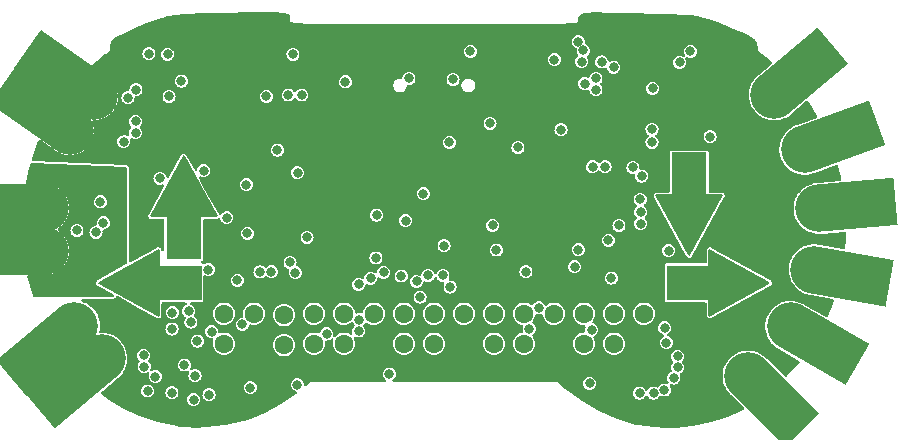
<source format=gbr>
%TF.GenerationSoftware,KiCad,Pcbnew,8.0.5-8.0.5-0~ubuntu22.04.1*%
%TF.CreationDate,2024-11-27T13:58:37+01:00*%
%TF.ProjectId,nerdYcontroller,6e657264-5963-46f6-9e74-726f6c6c6572,rev?*%
%TF.SameCoordinates,Original*%
%TF.FileFunction,Copper,L2,Inr*%
%TF.FilePolarity,Positive*%
%FSLAX46Y46*%
G04 Gerber Fmt 4.6, Leading zero omitted, Abs format (unit mm)*
G04 Created by KiCad (PCBNEW 8.0.5-8.0.5-0~ubuntu22.04.1) date 2024-11-27 13:58:37*
%MOMM*%
%LPD*%
G01*
G04 APERTURE LIST*
G04 Aperture macros list*
%AMFreePoly0*
4,1,16,2.068441,2.822910,2.098225,2.768757,2.100000,2.750000,2.100000,-2.750000,2.080902,-2.808779,2.030902,-2.845106,1.969098,-2.845106,1.951808,-2.837622,-3.048192,-0.087622,-3.090491,-0.042561,-3.098225,0.018757,-3.068441,0.072910,-3.048192,0.087622,1.951808,2.837622,2.012515,2.849214,2.068441,2.822910,2.068441,2.822910,$1*%
%AMFreePoly1*
4,1,26,6.500000,-2.000000,0.000000,-2.000000,-0.284630,-1.979643,-0.563465,-1.918986,-0.830830,-1.819264,-1.081282,-1.682507,-1.309721,-1.511499,-1.511499,-1.309721,-1.682507,-1.081283,-1.819264,-0.830830,-1.918986,-0.563465,-1.979643,-0.284630,-2.000000,0.000000,-1.979643,0.284630,-1.918986,0.563465,-1.819264,0.830830,-1.682507,1.081282,-1.511499,1.309721,-1.309721,1.511499,-1.081283,1.682507,
-0.830830,1.819264,-0.563465,1.918986,-0.284630,1.979643,0.000000,2.000000,6.500000,2.000000,6.500000,-2.000000,6.500000,-2.000000,$1*%
%AMFreePoly2*
4,1,35,6.858779,1.980902,6.895106,1.930901,6.900000,1.900000,6.900000,-1.900000,6.880902,-1.958779,6.830902,-1.995106,6.800000,-2.000000,0.000000,-2.000000,-0.284630,-1.979643,-0.563465,-1.918986,-0.830830,-1.819264,-1.081282,-1.682507,-1.309721,-1.511499,-1.511499,-1.309721,-1.682507,-1.081283,-1.819264,-0.830830,-1.918986,-0.563465,-1.979643,-0.284630,-2.000000,0.000000,-1.979643,0.284630,
-1.918986,0.563465,-1.819264,0.830830,-1.682507,1.081282,-1.511499,1.309721,-1.309721,1.511499,-1.081283,1.682507,-0.830830,1.819264,-0.563465,1.918986,-0.284630,1.979643,-0.267027,1.980902,-0.138852,1.990069,-0.133394,1.994260,-0.100000,2.000000,6.800000,2.000000,6.858779,1.980902,6.858779,1.980902,$1*%
G04 Aperture macros list end*
%TA.AperFunction,ComponentPad*%
%ADD10FreePoly0,270.000000*%
%TD*%
%TA.AperFunction,ComponentPad*%
%ADD11R,3.000000X3.700200*%
%TD*%
%TA.AperFunction,ComponentPad*%
%ADD12C,1.600000*%
%TD*%
%TA.AperFunction,CastellatedPad*%
%ADD13FreePoly1,40.000000*%
%TD*%
%TA.AperFunction,ComponentPad*%
%ADD14FreePoly2,220.000000*%
%TD*%
%TA.AperFunction,ComponentPad*%
%ADD15FreePoly0,0.000000*%
%TD*%
%TA.AperFunction,ComponentPad*%
%ADD16R,3.700200X3.000000*%
%TD*%
%TA.AperFunction,CastellatedPad*%
%ADD17FreePoly1,315.000000*%
%TD*%
%TA.AperFunction,ComponentPad*%
%ADD18FreePoly2,145.000000*%
%TD*%
%TA.AperFunction,CastellatedPad*%
%ADD19FreePoly1,350.000000*%
%TD*%
%TA.AperFunction,ComponentPad*%
%ADD20FreePoly0,90.000000*%
%TD*%
%TA.AperFunction,ComponentPad*%
%ADD21FreePoly2,180.000000*%
%TD*%
%TA.AperFunction,CastellatedPad*%
%ADD22FreePoly1,20.000000*%
%TD*%
%TA.AperFunction,CastellatedPad*%
%ADD23FreePoly1,5.000000*%
%TD*%
%TA.AperFunction,ComponentPad*%
%ADD24FreePoly0,180.000000*%
%TD*%
%TA.AperFunction,CastellatedPad*%
%ADD25FreePoly1,330.000000*%
%TD*%
%TA.AperFunction,ViaPad*%
%ADD26C,0.800000*%
%TD*%
%TA.AperFunction,Conductor*%
%ADD27C,0.152400*%
%TD*%
%TA.AperFunction,Conductor*%
%ADD28C,0.304800*%
%TD*%
G04 APERTURE END LIST*
D10*
%TO.N,/Peripherals/GP15{slash}ArrowUp*%
%TO.C,A302*%
X-21200000Y2350000D03*
D11*
X-21200000Y-1450100D03*
%TD*%
D12*
%TO.N,GND*%
%TO.C,J304*%
X17780000Y-10470000D03*
%TO.N,+3V3*%
X17780000Y-7930000D03*
%TO.N,/Peripherals/GP1*%
X15240000Y-10470000D03*
%TO.N,/Peripherals/GP0*%
X15240000Y-7930000D03*
%TO.N,/Peripherals/GP3*%
X12700000Y-10470000D03*
%TO.N,/Peripherals/GP2*%
X12700000Y-7930000D03*
%TO.N,GND*%
X10160000Y-10470000D03*
%TO.N,+3V3*%
X10160000Y-7930000D03*
%TO.N,/Peripherals/GP19*%
X7620000Y-10470000D03*
%TO.N,/Peripherals/GP22*%
X7620000Y-7930000D03*
%TO.N,/Peripherals/GP21*%
X5080000Y-10470000D03*
%TO.N,/Peripherals/GP18*%
X5080000Y-7930000D03*
%TO.N,GND*%
X2540000Y-10470000D03*
%TO.N,+3V3*%
X2540000Y-7930000D03*
%TO.N,/Peripherals/GP23*%
X0Y-10470000D03*
%TO.N,/Peripherals/GP24*%
X0Y-7930000D03*
%TO.N,/Peripherals/GP25{slash}LED*%
X-2540000Y-10470000D03*
%TO.N,/Peripherals/GP27*%
X-2540000Y-7930000D03*
%TO.N,GND*%
X-5080000Y-10470000D03*
%TO.N,+3V3*%
X-5080000Y-7930000D03*
%TO.N,/Peripherals/GP26*%
X-7620000Y-10470000D03*
%TO.N,/Peripherals/GP28*%
X-7620000Y-7930000D03*
%TO.N,/Peripherals/GP14{slash}ArrowLeft*%
X-10160000Y-10470000D03*
%TO.N,/Peripherals/GP15{slash}ArrowUp*%
X-10160000Y-7930000D03*
%TO.N,/Peripherals/GP17{slash}ArrowDown*%
X-12700000Y-10580000D03*
%TO.N,/Peripherals/GP16{slash}ArrowRight*%
X-12700000Y-8040000D03*
%TO.N,GND*%
X-15240000Y-10470000D03*
%TO.N,/VBUS*%
X-15240000Y-7930000D03*
%TO.N,/SWCLK*%
X-17780000Y-10470000D03*
%TO.N,/SWD*%
X-17780000Y-7930000D03*
%TD*%
D13*
%TO.N,/Peripherals/GP0*%
%TO.C,GP0*%
X28800000Y10600000D03*
%TD*%
D14*
%TO.N,/VBUS*%
%TO.C,VBUS301*%
X-28134019Y-11703993D03*
X-30448055Y-8946233D03*
%TD*%
D15*
%TO.N,/Peripherals/GP14{slash}ArrowLeft*%
%TO.C,A301*%
X-25350000Y-5308000D03*
D16*
X-21549900Y-5308000D03*
%TD*%
D17*
%TO.N,/Peripherals/GP19*%
%TO.C,GP19*%
X26600000Y-13200000D03*
%TD*%
D18*
%TO.N,GND*%
%TO.C,GND301*%
X-30832438Y7525526D03*
X-28767562Y10474474D03*
%TD*%
D19*
%TO.N,/Peripherals/GP3*%
%TO.C,GP3*%
X32200000Y-4200000D03*
%TD*%
D20*
%TO.N,/Peripherals/GP17{slash}ArrowDown*%
%TO.C,A304*%
X21600000Y75000D03*
D11*
X21600000Y3875100D03*
%TD*%
D21*
%TO.N,+3V3*%
%TO.C,3V3*%
X-32900901Y-2600000D03*
X-32900901Y1000000D03*
%TD*%
D22*
%TO.N,/Peripherals/GP1*%
%TO.C,GP1*%
X31400000Y6000000D03*
%TD*%
D23*
%TO.N,/Peripherals/GP2*%
%TO.C,GP2*%
X32600000Y1000000D03*
%TD*%
D24*
%TO.N,/Peripherals/GP16{slash}ArrowRight*%
%TO.C,A303*%
X25350000Y-5308000D03*
D16*
X21549900Y-5308000D03*
%TD*%
D25*
%TO.N,/Peripherals/GP22*%
%TO.C,GP22*%
X30200000Y-9000000D03*
%TD*%
D26*
%TO.N,GND*%
X1143000Y8204200D03*
%TO.N,+3V3*%
X-895292Y2250000D03*
X17500000Y-300000D03*
X-31075000Y-4900000D03*
X-11200000Y10600000D03*
X850000Y-2150002D03*
X17450000Y1750000D03*
X17500000Y700000D03*
X-7518400Y11709400D03*
X-2400000Y-50000D03*
X10174999Y13591117D03*
X15650000Y-450000D03*
X7100000Y6150000D03*
X-15889249Y3010751D03*
X-26800000Y-3200000D03*
X-23200000Y3550000D03*
X12750000Y11550000D03*
X3074712Y14300000D03*
X-19500000Y4200000D03*
X20800000Y13350000D03*
X-27800000Y-3800000D03*
X-26278962Y6635456D03*
X13700000Y12000000D03*
X13700000Y11050000D03*
X-30961402Y4252004D03*
X7775000Y-4350000D03*
%TO.N,GND*%
X-13475000Y11525000D03*
X-10607953Y-506466D03*
X9207109Y6105452D03*
X2152609Y-52849D03*
X-925288Y-2150000D03*
X22150000Y16150000D03*
X15750000Y-1500000D03*
X1082270Y2343418D03*
X-24400000Y-600000D03*
X15671800Y5197600D03*
X-7000000Y2400000D03*
X10876305Y12894624D03*
X-2950000Y14350000D03*
X-26439499Y7571796D03*
X4325000Y-4375200D03*
X22600000Y7625000D03*
X-25500000Y12650000D03*
X3475134Y4078016D03*
X23650000Y-8800000D03*
X-8850000Y9800000D03*
X-12800000Y8412493D03*
X-21350000Y10550000D03*
X-17800000Y-1800000D03*
X19925000Y8150000D03*
X-4925290Y6039378D03*
X16000000Y14850000D03*
X21073800Y12440309D03*
X-2350000Y-1000000D03*
X-22550000Y16100000D03*
X11717791Y8867791D03*
X-6734469Y12351458D03*
X1200000Y13250000D03*
X9800000Y8300000D03*
X-16650000Y12000000D03*
X13550000Y8600000D03*
X-33150000Y5650000D03*
X-18900000Y3400000D03*
X-15212464Y-366410D03*
%TO.N,/VBUS*%
X12639222Y14364746D03*
X-24150000Y14100000D03*
X18450000Y7700000D03*
X18450000Y6600000D03*
X-22550000Y14050000D03*
X12200000Y15100000D03*
X18500000Y11150000D03*
%TO.N,/Peripherals/GP29{slash}MIC_OUT*%
X1303603Y6573800D03*
X21700000Y14300000D03*
%TO.N,/Peripherals/GP12{slash}NEOPIXEL*%
X12500000Y13425000D03*
X-6377170Y-5444523D03*
%TO.N,/Peripherals/GP11{slash}SERVO_1*%
X-4276200Y-4423063D03*
%TO.N,/Peripherals/GP10{slash}SERVO_0*%
X-5382209Y-4917791D03*
%TO.N,/Peripherals/GP5{slash}SERVO_3*%
X1354998Y-5670619D03*
X14200000Y13400000D03*
X13331241Y-9276251D03*
X19673800Y-10369558D03*
X19532842Y-9117158D03*
%TO.N,/Peripherals/GP4{slash}SERVO_2*%
X11900000Y-3950000D03*
X750000Y-4677600D03*
X15200000Y12950000D03*
%TO.N,/Peripherals/GP8{slash}Grove_D1*%
X-1185000Y-6520495D03*
%TO.N,/Peripherals/GP9{slash}Grove_D0*%
X19860113Y-2578792D03*
X-2785652Y-4727400D03*
X-3800000Y-13029600D03*
%TO.N,/Peripherals/GP19*%
X-19118028Y-4195864D03*
X17400000Y-14646400D03*
X-20784946Y-7701842D03*
%TO.N,/Peripherals/GP26*%
X-22193380Y-9226200D03*
X-21390002Y11775000D03*
X-28000000Y-226200D03*
X-22432209Y10482209D03*
%TO.N,/Peripherals/GP21*%
X-19052209Y-14787791D03*
X-15566552Y-14178599D03*
%TO.N,/Peripherals/GP0*%
X20621400Y-11525000D03*
%TO.N,/Peripherals/GP17{slash}ArrowDown*%
X-11588644Y-13940600D03*
%TO.N,/Peripherals/GP16{slash}ArrowRight*%
X-14735820Y-4378599D03*
X-9100000Y-9626200D03*
X13175000Y-13821000D03*
X8077824Y-9199998D03*
X-6382680Y-9381911D03*
%TO.N,/Peripherals/GP27*%
X-25267510Y8356193D03*
X-25242791Y11042791D03*
X-18825000Y-9443800D03*
X-28619455Y-1023242D03*
%TO.N,/Peripherals/GP22*%
X-20350000Y-15200000D03*
X-6332706Y-8433224D03*
X18589590Y-14646401D03*
%TO.N,/Peripherals/GP23*%
X-23600000Y-13250000D03*
X-20240251Y-13168851D03*
%TO.N,/Peripherals/GP2*%
X20295638Y-13367406D03*
%TO.N,/Peripherals/GP14{slash}ArrowLeft*%
X-11755342Y-4439687D03*
X-22157209Y-7842791D03*
%TO.N,/Peripherals/GP3*%
X19500000Y-14375000D03*
X8871250Y-7423166D03*
%TO.N,/SWD*%
X-13785833Y-4373205D03*
%TO.N,/Peripherals/GP15{slash}ArrowUp*%
X-17550000Y200000D03*
X-12188986Y-3578386D03*
%TO.N,/Peripherals/GP1*%
X20621400Y-12475003D03*
%TO.N,/Peripherals/GP18*%
X-16650000Y-5100000D03*
X-20592791Y-8632209D03*
%TO.N,/Peripherals/GP24*%
X-16245376Y-8830957D03*
X-24595449Y-11445449D03*
%TO.N,/Peripherals/GP28*%
X-25921953Y10378529D03*
X-20043380Y-10243380D03*
X-30240536Y-860167D03*
X-25278600Y7406255D03*
%TO.N,/Peripherals/GP20{slash}Buzzer*%
X-15807209Y-1107209D03*
%TO.N,/N_USBBOOT*%
X-12350000Y10600000D03*
X-11950000Y14050000D03*
X23374764Y7075236D03*
X10750000Y7650000D03*
%TO.N,Net-(U101-RUN)*%
X-13256980Y5928600D03*
X-11550000Y4013239D03*
%TO.N,/Peripherals/GP6{slash}IMU_SDA*%
X-22200000Y-14600000D03*
X-522005Y-4677600D03*
%TO.N,/Peripherals/GP7{slash}IMU_SCL*%
X-24255134Y-14455134D03*
X-1476149Y-5185634D03*
%TO.N,+1V1*%
X-10749499Y-1445863D03*
X-4867811Y426199D03*
X4950000Y-450000D03*
%TO.N,/Peripherals/GP13{slash}INTR*%
X-28250000Y1550000D03*
X-4925290Y-3202209D03*
X-14209998Y10475291D03*
%TO.N,/FLASH_SD3*%
X14750000Y-1700000D03*
X15000000Y-4900002D03*
%TO.N,/FLASH_SD0*%
X12210100Y-2500001D03*
X5279552Y-2520448D03*
%TO.N,/Peripherals/GP25{slash}LED*%
X-24544995Y-12394111D03*
X-21154551Y-12254551D03*
%TO.N,/power-and-usb/usb_vcc*%
X4741053Y8206417D03*
X-2129850Y12011938D03*
X1609780Y11918717D03*
%TO.N,/usb_d+*%
X13433760Y4513797D03*
X17571232Y3728768D03*
%TO.N,/usb_d-*%
X16828768Y4471232D03*
X14483760Y4513797D03*
%TD*%
D27*
%TO.N,+3V3*%
X-31075000Y-4900000D02*
X-32900901Y-3074099D01*
X-30961402Y4252004D02*
X-32900901Y2312505D01*
X-32900901Y-3074099D02*
X-32900901Y-2600000D01*
X-32900901Y2312505D02*
X-32900901Y1000000D01*
D28*
%TO.N,GND*%
X-26439499Y8146411D02*
X-28767562Y10474474D01*
X-26439499Y7571796D02*
X-26439499Y8146411D01*
X-32707964Y5650000D02*
X-33150000Y5650000D01*
X-30832438Y7525526D02*
X-32707964Y5650000D01*
%TD*%
%TA.AperFunction,Conductor*%
%TO.N,+3V3*%
G36*
X-26118368Y4505381D02*
G01*
X-26052293Y4482673D01*
X-26008983Y4427846D01*
X-26000000Y4381509D01*
X-26000000Y-3644880D01*
X-26019685Y-3711919D01*
X-26064242Y-3753531D01*
X-28475547Y-5079749D01*
X-28492007Y-5090198D01*
X-28513267Y-5105645D01*
X-28558115Y-5156508D01*
X-28558117Y-5156510D01*
X-28589392Y-5213374D01*
X-28589395Y-5213382D01*
X-28596473Y-5228015D01*
X-28596475Y-5228024D01*
X-28607414Y-5307763D01*
X-28607415Y-5307766D01*
X-28599296Y-5372132D01*
X-28596413Y-5388171D01*
X-28558392Y-5459113D01*
X-28558390Y-5459115D01*
X-28513976Y-5506429D01*
X-28475539Y-5536255D01*
X-28475537Y-5536256D01*
X-27146277Y-6267349D01*
X-27097022Y-6316905D01*
X-27082378Y-6385223D01*
X-27106995Y-6450612D01*
X-27163055Y-6492313D01*
X-27206035Y-6500000D01*
X-33857260Y-6500000D01*
X-33924299Y-6480315D01*
X-33970054Y-6427511D01*
X-33976492Y-6410053D01*
X-34384557Y-4981280D01*
X-34387447Y-4968726D01*
X-34424984Y-4755499D01*
X-34417221Y-4686062D01*
X-34373149Y-4631845D01*
X-34306762Y-4610061D01*
X-34302862Y-4610000D01*
X-32906161Y-4610000D01*
X-32901737Y-4610079D01*
X-32901261Y-4610096D01*
X-32900541Y-4610096D01*
X-32900065Y-4610079D01*
X-32895641Y-4610000D01*
X-32800896Y-4610000D01*
X-32800067Y-4609929D01*
X-32800056Y-4609928D01*
X-32765002Y-4603903D01*
X-32762798Y-4603242D01*
X-32736002Y-4598326D01*
X-32615184Y-4589687D01*
X-32614504Y-4589589D01*
X-32614481Y-4589585D01*
X-32334934Y-4528773D01*
X-32334267Y-4528577D01*
X-32334242Y-4528569D01*
X-32066203Y-4428596D01*
X-32065544Y-4428294D01*
X-31814472Y-4291198D01*
X-31814470Y-4291197D01*
X-31813854Y-4290802D01*
X-31813852Y-4290800D01*
X-31584826Y-4119353D01*
X-31584304Y-4118901D01*
X-31584292Y-4118891D01*
X-31382010Y-3916609D01*
X-31382000Y-3916597D01*
X-31381548Y-3916075D01*
X-31210101Y-3687049D01*
X-31210099Y-3687047D01*
X-31209704Y-3686431D01*
X-31209703Y-3686429D01*
X-31072607Y-3435357D01*
X-31072305Y-3434698D01*
X-30972332Y-3166659D01*
X-30972324Y-3166634D01*
X-30972128Y-3165967D01*
X-30911316Y-2886420D01*
X-30911312Y-2886397D01*
X-30911215Y-2885719D01*
X-30890806Y-2600359D01*
X-30890805Y-2600357D01*
X-30890805Y-2599643D01*
X-30890806Y-2599640D01*
X-30911215Y-2314280D01*
X-30911312Y-2313602D01*
X-30911316Y-2313579D01*
X-30972128Y-2034032D01*
X-30972324Y-2033365D01*
X-30972332Y-2033340D01*
X-31072305Y-1765301D01*
X-31072607Y-1764642D01*
X-31209703Y-1513570D01*
X-31209704Y-1513568D01*
X-31210099Y-1512952D01*
X-31210101Y-1512950D01*
X-31381549Y-1283924D01*
X-31381548Y-1283924D01*
X-31382000Y-1283402D01*
X-31382010Y-1283391D01*
X-31584292Y-1081109D01*
X-31584304Y-1081098D01*
X-31584826Y-1080646D01*
X-31813852Y-909199D01*
X-31813854Y-909197D01*
X-31814470Y-908802D01*
X-31816354Y-907685D01*
X-31816057Y-907183D01*
X-31863092Y-860166D01*
X-30795786Y-860166D01*
X-30795786Y-860167D01*
X-30776866Y-1003875D01*
X-30776865Y-1003879D01*
X-30721399Y-1137789D01*
X-30721398Y-1137791D01*
X-30721397Y-1137792D01*
X-30633157Y-1252788D01*
X-30518161Y-1341028D01*
X-30384245Y-1396497D01*
X-30257256Y-1413215D01*
X-30240537Y-1415417D01*
X-30240536Y-1415417D01*
X-30240535Y-1415417D01*
X-30225559Y-1413445D01*
X-30096827Y-1396497D01*
X-29962911Y-1341028D01*
X-29847915Y-1252788D01*
X-29759675Y-1137792D01*
X-29712228Y-1023242D01*
X-29174705Y-1023242D01*
X-29167087Y-1081109D01*
X-29155785Y-1166950D01*
X-29155784Y-1166954D01*
X-29100318Y-1300864D01*
X-29100317Y-1300866D01*
X-29100316Y-1300867D01*
X-29012076Y-1415863D01*
X-28897080Y-1504103D01*
X-28897079Y-1504103D01*
X-28897078Y-1504104D01*
X-28852442Y-1522592D01*
X-28763164Y-1559572D01*
X-28636175Y-1576290D01*
X-28619456Y-1578492D01*
X-28619455Y-1578492D01*
X-28619454Y-1578492D01*
X-28604478Y-1576520D01*
X-28475746Y-1559572D01*
X-28341830Y-1504103D01*
X-28226834Y-1415863D01*
X-28138594Y-1300867D01*
X-28083125Y-1166951D01*
X-28064205Y-1023242D01*
X-28078217Y-916814D01*
X-28067452Y-847782D01*
X-28021072Y-795526D01*
X-27971468Y-777693D01*
X-27856291Y-762530D01*
X-27722375Y-707061D01*
X-27607379Y-618821D01*
X-27519139Y-503825D01*
X-27463670Y-369909D01*
X-27444750Y-226200D01*
X-27463670Y-82491D01*
X-27519139Y51425D01*
X-27607379Y166421D01*
X-27722375Y254661D01*
X-27722376Y254662D01*
X-27722378Y254663D01*
X-27856288Y310129D01*
X-27856290Y310130D01*
X-27856291Y310130D01*
X-27928146Y319590D01*
X-27999999Y329050D01*
X-28000001Y329050D01*
X-28143709Y310130D01*
X-28143713Y310129D01*
X-28277623Y254663D01*
X-28392621Y166421D01*
X-28480863Y51423D01*
X-28536329Y-82487D01*
X-28536330Y-82491D01*
X-28555250Y-226199D01*
X-28555250Y-226200D01*
X-28541239Y-332623D01*
X-28552004Y-401659D01*
X-28598384Y-453915D01*
X-28647991Y-471748D01*
X-28763164Y-486912D01*
X-28763168Y-486913D01*
X-28897078Y-542379D01*
X-29012076Y-630621D01*
X-29100318Y-745619D01*
X-29155784Y-879529D01*
X-29155785Y-879533D01*
X-29174705Y-1023242D01*
X-29712228Y-1023242D01*
X-29704206Y-1003876D01*
X-29685286Y-860167D01*
X-29704206Y-716458D01*
X-29759675Y-582542D01*
X-29847915Y-467546D01*
X-29962911Y-379306D01*
X-29962912Y-379305D01*
X-29962914Y-379304D01*
X-30096824Y-323838D01*
X-30096826Y-323837D01*
X-30096827Y-323837D01*
X-30168682Y-314377D01*
X-30240535Y-304917D01*
X-30240537Y-304917D01*
X-30384245Y-323837D01*
X-30384249Y-323838D01*
X-30518159Y-379304D01*
X-30633157Y-467546D01*
X-30721399Y-582544D01*
X-30776865Y-716454D01*
X-30776866Y-716458D01*
X-30795786Y-860166D01*
X-31863092Y-860166D01*
X-31863810Y-859448D01*
X-31878675Y-791178D01*
X-31854270Y-725709D01*
X-31816144Y-692670D01*
X-31816354Y-692315D01*
X-31814470Y-691197D01*
X-31813854Y-690802D01*
X-31813852Y-690800D01*
X-31584826Y-519353D01*
X-31584304Y-518901D01*
X-31584292Y-518891D01*
X-31382010Y-316609D01*
X-31382000Y-316597D01*
X-31381548Y-316075D01*
X-31210101Y-87049D01*
X-31210099Y-87047D01*
X-31209704Y-86431D01*
X-31209703Y-86429D01*
X-31072607Y164643D01*
X-31072305Y165302D01*
X-30972332Y433341D01*
X-30972324Y433366D01*
X-30972128Y434033D01*
X-30911316Y713580D01*
X-30911312Y713603D01*
X-30911215Y714281D01*
X-30890806Y999641D01*
X-30890805Y999643D01*
X-30890805Y1000357D01*
X-30890806Y1000360D01*
X-30911215Y1285720D01*
X-30911312Y1286398D01*
X-30911316Y1286421D01*
X-30968655Y1550001D01*
X-28805250Y1550001D01*
X-28805250Y1550000D01*
X-28786330Y1406292D01*
X-28786329Y1406288D01*
X-28730863Y1272378D01*
X-28730862Y1272376D01*
X-28730861Y1272375D01*
X-28642621Y1157379D01*
X-28527625Y1069139D01*
X-28393709Y1013670D01*
X-28266720Y996952D01*
X-28250001Y994750D01*
X-28250000Y994750D01*
X-28249999Y994750D01*
X-28235023Y996722D01*
X-28106291Y1013670D01*
X-27972375Y1069139D01*
X-27857379Y1157379D01*
X-27769139Y1272375D01*
X-27713670Y1406291D01*
X-27694750Y1550000D01*
X-27713670Y1693709D01*
X-27769139Y1827625D01*
X-27857379Y1942621D01*
X-27972375Y2030861D01*
X-27972376Y2030862D01*
X-27972378Y2030863D01*
X-28106288Y2086329D01*
X-28106290Y2086330D01*
X-28106291Y2086330D01*
X-28178146Y2095790D01*
X-28249999Y2105250D01*
X-28250001Y2105250D01*
X-28393709Y2086330D01*
X-28393713Y2086329D01*
X-28527623Y2030863D01*
X-28642621Y1942621D01*
X-28730863Y1827623D01*
X-28786329Y1693713D01*
X-28786330Y1693709D01*
X-28805250Y1550001D01*
X-30968655Y1550001D01*
X-30972128Y1565968D01*
X-30972324Y1566635D01*
X-30972332Y1566660D01*
X-31072305Y1834699D01*
X-31072607Y1835358D01*
X-31209703Y2086430D01*
X-31209704Y2086432D01*
X-31210099Y2087048D01*
X-31210101Y2087050D01*
X-31381549Y2316076D01*
X-31381548Y2316076D01*
X-31382000Y2316598D01*
X-31382010Y2316609D01*
X-31584292Y2518891D01*
X-31584304Y2518902D01*
X-31584826Y2519354D01*
X-31813852Y2690801D01*
X-31813854Y2690803D01*
X-31814470Y2691198D01*
X-31814472Y2691199D01*
X-32065544Y2828295D01*
X-32066203Y2828597D01*
X-32334242Y2928570D01*
X-32334267Y2928578D01*
X-32334934Y2928774D01*
X-32614481Y2989586D01*
X-32614504Y2989590D01*
X-32615182Y2989687D01*
X-32900542Y3010096D01*
X-32901261Y3010096D01*
X-32901737Y3010079D01*
X-32906161Y3010000D01*
X-34434767Y3010000D01*
X-34501806Y3029685D01*
X-34547561Y3082489D01*
X-34557505Y3151647D01*
X-34555951Y3160277D01*
X-34291143Y4381509D01*
X-34250800Y4567561D01*
X-34247546Y4579604D01*
X-34182134Y4780772D01*
X-34142684Y4838439D01*
X-34078319Y4865623D01*
X-34058589Y4866300D01*
X-26118368Y4505381D01*
G37*
%TD.AperFunction*%
%TD*%
%TA.AperFunction,Conductor*%
%TO.N,GND*%
G36*
X-13844931Y17594973D02*
G01*
X-13843035Y17594952D01*
X-13323122Y17585129D01*
X-13319436Y17585003D01*
X-12926310Y17565487D01*
X-12919346Y17564941D01*
X-12638630Y17534860D01*
X-12625205Y17532670D01*
X-12444670Y17492944D01*
X-12419291Y17484398D01*
X-12326990Y17441731D01*
X-12288439Y17413856D01*
X-12254465Y17377513D01*
X-12226954Y17330642D01*
X-12217634Y17301529D01*
X-12210907Y17280516D01*
X-12205189Y17249487D01*
X-12200348Y17161017D01*
X-12200306Y17148294D01*
X-12202505Y17102507D01*
X-12203252Y17093621D01*
X-12211988Y17021124D01*
X-12218269Y16952507D01*
X-12218269Y16952504D01*
X-12211198Y16891726D01*
X-12211197Y16891722D01*
X-12180402Y16838299D01*
X-12180401Y16838298D01*
X-12115512Y16791764D01*
X-12006160Y16751648D01*
X-11841977Y16717479D01*
X-11612594Y16688787D01*
X-11307641Y16665099D01*
X-11307638Y16665099D01*
X-11307614Y16665097D01*
X-10916798Y16645946D01*
X-10916776Y16645946D01*
X-10916749Y16645944D01*
X-10429550Y16630850D01*
X-9835674Y16619347D01*
X-9835597Y16619347D01*
X-9835592Y16619346D01*
X-9770644Y16618581D01*
X-9124751Y16610963D01*
X-8286414Y16605226D01*
X-7598747Y16602718D01*
X-7310417Y16601665D01*
X-7310416Y16601665D01*
X-6599016Y16600491D01*
X-6186017Y16599809D01*
X-4903219Y16599185D01*
X-3451530Y16599324D01*
X-1820580Y16599753D01*
X-1Y16600000D01*
X210935Y16600002D01*
X2006047Y16600223D01*
X3612670Y16600904D01*
X5041164Y16602180D01*
X6301893Y16604187D01*
X7405217Y16607059D01*
X8361498Y16610932D01*
X9181100Y16615940D01*
X9572546Y16619486D01*
X9874408Y16622219D01*
X10131538Y16625642D01*
X10451709Y16629903D01*
X10923440Y16639128D01*
X11299938Y16650028D01*
X11493429Y16658462D01*
X11591567Y16662739D01*
X11700124Y16670068D01*
X11808683Y16677396D01*
X11961654Y16694133D01*
X12060839Y16713086D01*
X12116601Y16734390D01*
X12139301Y16758179D01*
X12167849Y16854990D01*
X12198010Y17090353D01*
X12205781Y17120409D01*
X12260778Y17258655D01*
X12289356Y17301526D01*
X12441577Y17450175D01*
X12465639Y17468513D01*
X12487151Y17481084D01*
X12504300Y17489408D01*
X12573053Y17516466D01*
X12592423Y17522314D01*
X12701057Y17545639D01*
X12713737Y17547680D01*
X12884357Y17566154D01*
X12891587Y17566724D01*
X13140385Y17578971D01*
X13144367Y17579101D01*
X13487445Y17584760D01*
X13489692Y17584776D01*
X13944193Y17583895D01*
X13945166Y17583888D01*
X14528364Y17576637D01*
X14528642Y17576632D01*
X15258285Y17563217D01*
X16151930Y17543862D01*
X16151928Y17543816D01*
X16152131Y17543858D01*
X17227262Y17518793D01*
X17227478Y17518724D01*
X17227480Y17518787D01*
X18334765Y17491003D01*
X19349644Y17461748D01*
X19350238Y17461728D01*
X20194544Y17432443D01*
X20195562Y17432403D01*
X20885535Y17402289D01*
X20887167Y17402207D01*
X21437891Y17370522D01*
X21440512Y17370343D01*
X21867172Y17336388D01*
X21871605Y17335955D01*
X21902507Y17332375D01*
X22188843Y17299194D01*
X22196353Y17298089D01*
X22421038Y17257921D01*
X22428001Y17256467D01*
X22533700Y17231192D01*
X22539751Y17229582D01*
X23211061Y17032416D01*
X23217772Y17030235D01*
X24038187Y16737611D01*
X24042609Y16735937D01*
X24994110Y16354416D01*
X24997484Y16353005D01*
X25709341Y16042829D01*
X26060417Y15889856D01*
X26062872Y15888755D01*
X26415507Y15725892D01*
X26420413Y15723493D01*
X26589029Y15636330D01*
X26838146Y15507554D01*
X26851504Y15499548D01*
X27115948Y15317553D01*
X27139754Y15296153D01*
X27184750Y15243713D01*
X27283265Y15128896D01*
X27305778Y15090289D01*
X27373350Y14903283D01*
X27380382Y14870425D01*
X27399726Y14612691D01*
X27400058Y14605398D01*
X27400321Y14588969D01*
X27400321Y14588965D01*
X27400322Y14588963D01*
X27434596Y14431390D01*
X27524821Y14300001D01*
X27546606Y14268278D01*
X27546608Y14268276D01*
X27766540Y14065454D01*
X27766541Y14065453D01*
X28122736Y13790171D01*
X28126360Y13787260D01*
X28573412Y13414056D01*
X28612260Y13355985D01*
X28613544Y13286127D01*
X28576857Y13226664D01*
X28573651Y13223879D01*
X27476842Y12303546D01*
X27469864Y12298103D01*
X27419947Y12261957D01*
X27402940Y12247687D01*
X27402935Y12247682D01*
X27197468Y12048633D01*
X27197463Y12048628D01*
X27182686Y12032111D01*
X27182677Y12032101D01*
X27182673Y12032095D01*
X27055899Y11868230D01*
X27007616Y11805820D01*
X26995328Y11787350D01*
X26995327Y11787349D01*
X26854258Y11538473D01*
X26844723Y11518441D01*
X26844719Y11518432D01*
X26800852Y11406288D01*
X26740503Y11252008D01*
X26740500Y11251999D01*
X26733914Y11230819D01*
X26668675Y10952273D01*
X26665169Y10930359D01*
X26640235Y10645366D01*
X26639883Y10623192D01*
X26648105Y10475292D01*
X26654621Y10358057D01*
X26655762Y10337541D01*
X26655763Y10337529D01*
X26658568Y10315540D01*
X26714593Y10036776D01*
X26714940Y10035052D01*
X26714942Y10035046D01*
X26720847Y10013682D01*
X26720852Y10013668D01*
X26816563Y9744067D01*
X26825459Y9723741D01*
X26825463Y9723733D01*
X26958567Y9470501D01*
X26958570Y9470496D01*
X26970249Y9451673D01*
X26970259Y9451658D01*
X27138046Y9219945D01*
X27152313Y9202941D01*
X27152318Y9202936D01*
X27351367Y8997469D01*
X27351370Y8997466D01*
X27367905Y8982673D01*
X27594179Y8807617D01*
X27612651Y8795328D01*
X27861527Y8654259D01*
X27861532Y8654257D01*
X27861535Y8654255D01*
X27881568Y8644719D01*
X28147996Y8540502D01*
X28169182Y8533914D01*
X28447730Y8468675D01*
X28469637Y8465170D01*
X28754634Y8440236D01*
X28754629Y8440236D01*
X28776808Y8439884D01*
X28776809Y8439885D01*
X28776817Y8439884D01*
X29062461Y8455762D01*
X29084470Y8458570D01*
X29364948Y8514940D01*
X29386332Y8520852D01*
X29655933Y8616563D01*
X29676259Y8625459D01*
X29929493Y8758564D01*
X29948345Y8770261D01*
X30180060Y8938050D01*
X30197056Y8952311D01*
X30241348Y8995222D01*
X30247891Y9001122D01*
X31517502Y10066452D01*
X31581507Y10094463D01*
X31650500Y10083424D01*
X31702571Y10036837D01*
X31702609Y10036776D01*
X32447843Y8834129D01*
X32466422Y8766775D01*
X32445638Y8700068D01*
X32392088Y8655188D01*
X32384850Y8652292D01*
X31749101Y8420898D01*
X30739279Y8053354D01*
X30730865Y8050627D01*
X30671603Y8033735D01*
X30671593Y8033732D01*
X30671588Y8033730D01*
X30650739Y8026142D01*
X30430404Y7927623D01*
X30389570Y7909365D01*
X30370021Y7898892D01*
X30128132Y7746137D01*
X30128116Y7746126D01*
X30110267Y7732985D01*
X29892574Y7547355D01*
X29892569Y7547351D01*
X29876766Y7531795D01*
X29876760Y7531789D01*
X29780422Y7422375D01*
X29687702Y7317071D01*
X29674271Y7299425D01*
X29517697Y7059990D01*
X29506902Y7040588D01*
X29386008Y6781331D01*
X29386002Y6781316D01*
X29378086Y6760596D01*
X29378075Y6760565D01*
X29295312Y6486757D01*
X29295305Y6486728D01*
X29290419Y6465097D01*
X29290417Y6465086D01*
X29247460Y6182250D01*
X29247458Y6182229D01*
X29245703Y6160143D01*
X29245702Y6160119D01*
X29243432Y5874063D01*
X29243432Y5874059D01*
X29244839Y5851930D01*
X29244840Y5851912D01*
X29283306Y5568430D01*
X29283309Y5568414D01*
X29287427Y5548737D01*
X29287850Y5546715D01*
X29316062Y5447738D01*
X29366269Y5271589D01*
X29366271Y5271583D01*
X29373854Y5250748D01*
X29373857Y5250740D01*
X29373858Y5250739D01*
X29490634Y4989572D01*
X29490635Y4989571D01*
X29501108Y4970022D01*
X29541276Y4906416D01*
X29653867Y4728126D01*
X29667022Y4710259D01*
X29852648Y4492571D01*
X29868211Y4476760D01*
X30082927Y4287704D01*
X30100582Y4274267D01*
X30223924Y4193610D01*
X30334691Y4121176D01*
X30340018Y4117693D01*
X30359406Y4106906D01*
X30359409Y4106905D01*
X30359412Y4106903D01*
X30618669Y3986009D01*
X30618674Y3986007D01*
X30618687Y3986001D01*
X30639412Y3978083D01*
X30639434Y3978077D01*
X30639435Y3978076D01*
X30913243Y3895313D01*
X30913250Y3895312D01*
X30913261Y3895308D01*
X30934903Y3890420D01*
X30934914Y3890418D01*
X31020459Y3877426D01*
X31217745Y3847461D01*
X31239861Y3845703D01*
X31512315Y3843542D01*
X31525937Y3843433D01*
X31525938Y3843433D01*
X31525941Y3843433D01*
X31531047Y3843758D01*
X31548080Y3844840D01*
X31548086Y3844841D01*
X31548088Y3844841D01*
X31577861Y3848881D01*
X31831568Y3883306D01*
X31853285Y3887850D01*
X32128413Y3966270D01*
X32149262Y3973859D01*
X32205525Y3999017D01*
X32213711Y4002334D01*
X34030592Y4663624D01*
X34100316Y4668054D01*
X34161372Y4634084D01*
X34192648Y4579655D01*
X34435990Y3685278D01*
X34438494Y3674041D01*
X34475339Y3462909D01*
X34467472Y3393484D01*
X34423320Y3339332D01*
X34363992Y3318064D01*
X32493236Y3154393D01*
X32484397Y3153937D01*
X32422783Y3152960D01*
X32400680Y3151027D01*
X32400671Y3151026D01*
X32118214Y3105831D01*
X32118182Y3105824D01*
X32096575Y3100763D01*
X32096573Y3100762D01*
X31823413Y3015825D01*
X31823386Y3015816D01*
X31802748Y3007744D01*
X31544426Y2884783D01*
X31535739Y2879859D01*
X31525119Y2873839D01*
X31525112Y2873835D01*
X31525104Y2873830D01*
X31286932Y2715372D01*
X31269389Y2701800D01*
X31269386Y2701798D01*
X31056178Y2511044D01*
X31056155Y2511022D01*
X31040746Y2495116D01*
X30856839Y2275944D01*
X30855820Y2274536D01*
X30843833Y2257982D01*
X30843829Y2257978D01*
X30843827Y2257973D01*
X30693000Y2014888D01*
X30692985Y2014861D01*
X30682687Y1995269D01*
X30567979Y1733166D01*
X30560552Y1712246D01*
X30484323Y1436524D01*
X30484318Y1436501D01*
X30479950Y1414768D01*
X30479947Y1414750D01*
X30443733Y1130990D01*
X30442501Y1108816D01*
X30447040Y822784D01*
X30448973Y800681D01*
X30448974Y800672D01*
X30494169Y518215D01*
X30494175Y518186D01*
X30494176Y518182D01*
X30499236Y496580D01*
X30505130Y477625D01*
X30584175Y223414D01*
X30584184Y223387D01*
X30592256Y202749D01*
X30715217Y-55573D01*
X30715221Y-55580D01*
X30726161Y-74881D01*
X30726168Y-74892D01*
X30726170Y-74895D01*
X30884628Y-313067D01*
X30898200Y-330610D01*
X30898202Y-330613D01*
X30971308Y-412324D01*
X31088960Y-543826D01*
X31088970Y-543836D01*
X31088978Y-543844D01*
X31104884Y-559253D01*
X31104889Y-559257D01*
X31104895Y-559263D01*
X31324049Y-743155D01*
X31342018Y-756167D01*
X31481355Y-842621D01*
X31585112Y-906999D01*
X31585139Y-907014D01*
X31604731Y-917312D01*
X31604742Y-917317D01*
X31604752Y-917322D01*
X31866838Y-1032022D01*
X31887745Y-1039444D01*
X31887747Y-1039444D01*
X31887754Y-1039447D01*
X32132847Y-1107208D01*
X32163487Y-1115679D01*
X32185239Y-1120051D01*
X32307769Y-1135688D01*
X32469010Y-1156266D01*
X32469017Y-1156266D01*
X32469022Y-1156267D01*
X32491174Y-1157498D01*
X32491181Y-1157497D01*
X32491184Y-1157498D01*
X32751219Y-1153371D01*
X32777224Y-1152959D01*
X32799325Y-1151026D01*
X32860192Y-1141286D01*
X32868967Y-1140201D01*
X34740965Y-976422D01*
X34809461Y-990189D01*
X34859644Y-1038804D01*
X34875758Y-1101559D01*
X34867801Y-1714680D01*
X34867097Y-1726361D01*
X34801424Y-2335586D01*
X34774668Y-2400129D01*
X34717264Y-2439961D01*
X34656606Y-2444412D01*
X32661495Y-2092621D01*
X32654472Y-2091382D01*
X32645825Y-2089537D01*
X32622335Y-2083641D01*
X32586045Y-2074532D01*
X32575945Y-2072751D01*
X32564193Y-2070679D01*
X32564187Y-2070678D01*
X32564185Y-2070678D01*
X32564180Y-2070677D01*
X32279641Y-2041227D01*
X32279630Y-2041226D01*
X32279627Y-2041226D01*
X32279622Y-2041225D01*
X32279609Y-2041225D01*
X32257470Y-2040521D01*
X32257443Y-2040522D01*
X31971625Y-2051865D01*
X31971577Y-2051869D01*
X31949561Y-2054324D01*
X31949554Y-2054325D01*
X31949544Y-2054326D01*
X31949542Y-2054327D01*
X31840041Y-2074532D01*
X31668188Y-2106242D01*
X31646741Y-2111807D01*
X31646718Y-2111814D01*
X31375657Y-2203227D01*
X31375655Y-2203227D01*
X31355180Y-2211803D01*
X31099865Y-2340874D01*
X31099855Y-2340880D01*
X31080831Y-2352270D01*
X30846479Y-2516365D01*
X30846476Y-2516367D01*
X30829260Y-2530354D01*
X30620650Y-2726128D01*
X30605603Y-2742419D01*
X30605599Y-2742423D01*
X30426981Y-2965884D01*
X30426965Y-2965906D01*
X30414398Y-2984158D01*
X30269385Y-3230789D01*
X30269384Y-3230792D01*
X30259540Y-3250655D01*
X30259538Y-3250659D01*
X30151114Y-3515380D01*
X30151102Y-3515413D01*
X30144184Y-3536476D01*
X30074535Y-3813943D01*
X30070678Y-3835814D01*
X30041227Y-4120358D01*
X30041225Y-4120390D01*
X30040521Y-4142529D01*
X30040522Y-4142556D01*
X30051865Y-4428374D01*
X30051869Y-4428422D01*
X30054324Y-4450438D01*
X30054325Y-4450445D01*
X30054326Y-4450452D01*
X30054327Y-4450458D01*
X30098342Y-4688997D01*
X30106242Y-4731811D01*
X30111807Y-4753258D01*
X30111814Y-4753281D01*
X30203227Y-5024342D01*
X30203227Y-5024344D01*
X30211803Y-5044819D01*
X30340874Y-5300134D01*
X30340880Y-5300144D01*
X30352270Y-5319168D01*
X30516365Y-5553520D01*
X30516367Y-5553523D01*
X30530354Y-5570739D01*
X30672272Y-5721962D01*
X30726126Y-5779347D01*
X30742424Y-5794401D01*
X30965894Y-5973026D01*
X30965906Y-5973034D01*
X30984158Y-5985601D01*
X30984166Y-5985606D01*
X30984168Y-5985607D01*
X31230783Y-6130611D01*
X31250662Y-6140463D01*
X31515402Y-6248894D01*
X31536481Y-6255817D01*
X31813958Y-6325468D01*
X31835807Y-6329321D01*
X31897115Y-6335666D01*
X31905876Y-6336890D01*
X33743993Y-6661000D01*
X33806594Y-6692026D01*
X33842485Y-6751973D01*
X33840268Y-6821807D01*
X33840164Y-6822120D01*
X33610756Y-7514397D01*
X33606195Y-7526131D01*
X33323461Y-8156606D01*
X33278068Y-8209722D01*
X33211165Y-8229864D01*
X33148317Y-8213254D01*
X31348259Y-7173990D01*
X31340766Y-7169300D01*
X31289713Y-7134747D01*
X31270500Y-7123655D01*
X31255759Y-7116494D01*
X31013161Y-6998647D01*
X30992579Y-6990407D01*
X30992563Y-6990401D01*
X30720071Y-6903295D01*
X30720055Y-6903291D01*
X30698523Y-6898068D01*
X30698491Y-6898061D01*
X30416397Y-6850626D01*
X30416392Y-6850625D01*
X30416384Y-6850624D01*
X30416368Y-6850622D01*
X30416356Y-6850621D01*
X30394310Y-6848515D01*
X30108290Y-6841705D01*
X30086146Y-6842760D01*
X30086117Y-6842763D01*
X29802067Y-6876726D01*
X29780285Y-6880924D01*
X29780275Y-6880927D01*
X29503944Y-6954970D01*
X29482978Y-6962226D01*
X29482970Y-6962229D01*
X29220007Y-7074836D01*
X29220002Y-7074838D01*
X29200268Y-7085012D01*
X28955996Y-7233904D01*
X28955996Y-7233905D01*
X28937918Y-7246778D01*
X28937911Y-7246783D01*
X28717323Y-7428915D01*
X28717312Y-7428925D01*
X28701250Y-7444240D01*
X28508824Y-7655915D01*
X28508813Y-7655929D01*
X28495102Y-7673362D01*
X28334745Y-7910290D01*
X28323654Y-7929501D01*
X28323647Y-7929515D01*
X28198656Y-8186818D01*
X28198648Y-8186835D01*
X28190407Y-8207420D01*
X28190401Y-8207436D01*
X28103295Y-8479928D01*
X28103291Y-8479944D01*
X28098068Y-8501476D01*
X28098061Y-8501508D01*
X28050626Y-8783602D01*
X28050621Y-8783643D01*
X28048515Y-8805687D01*
X28048515Y-8805690D01*
X28041705Y-9091709D01*
X28042760Y-9113853D01*
X28042763Y-9113882D01*
X28076726Y-9397932D01*
X28080924Y-9419714D01*
X28080927Y-9419724D01*
X28154970Y-9696055D01*
X28162226Y-9717021D01*
X28162229Y-9717029D01*
X28274836Y-9979992D01*
X28274838Y-9979997D01*
X28285012Y-9999731D01*
X28338002Y-10086666D01*
X28433909Y-10244010D01*
X28446778Y-10262082D01*
X28446783Y-10262088D01*
X28555422Y-10393666D01*
X28628926Y-10482689D01*
X28644236Y-10498746D01*
X28855925Y-10691184D01*
X28873365Y-10704899D01*
X29110286Y-10865252D01*
X29129500Y-10876345D01*
X29184960Y-10903285D01*
X29192738Y-10907413D01*
X30890871Y-11887831D01*
X30939085Y-11938396D01*
X30952308Y-12007003D01*
X30926340Y-12071868D01*
X30920465Y-12078800D01*
X29866023Y-13234312D01*
X29806293Y-13270563D01*
X29736447Y-13268768D01*
X29686746Y-13238409D01*
X28181744Y-11733407D01*
X28175712Y-11726929D01*
X28135345Y-11680343D01*
X28119657Y-11664655D01*
X27903448Y-11477308D01*
X27903443Y-11477304D01*
X27903437Y-11477299D01*
X27885697Y-11464019D01*
X27885680Y-11464007D01*
X27756964Y-11381287D01*
X27645017Y-11309343D01*
X27645010Y-11309339D01*
X27625547Y-11298711D01*
X27365309Y-11179865D01*
X27365302Y-11179862D01*
X27358849Y-11177456D01*
X27344527Y-11172114D01*
X27344505Y-11172107D01*
X27070027Y-11091513D01*
X27070017Y-11091510D01*
X27048352Y-11086797D01*
X26805626Y-11051899D01*
X26765173Y-11046083D01*
X26765175Y-11046083D01*
X26743043Y-11044500D01*
X26456957Y-11044500D01*
X26434825Y-11046083D01*
X26151647Y-11086797D01*
X26129982Y-11091510D01*
X26129972Y-11091513D01*
X25855494Y-11172107D01*
X25855472Y-11172114D01*
X25834702Y-11179861D01*
X25834690Y-11179865D01*
X25574452Y-11298711D01*
X25554989Y-11309339D01*
X25314319Y-11464007D01*
X25314302Y-11464019D01*
X25296562Y-11477299D01*
X25080353Y-11664646D01*
X25080328Y-11664669D01*
X25064669Y-11680328D01*
X25064646Y-11680353D01*
X24877299Y-11896562D01*
X24864019Y-11914302D01*
X24864007Y-11914319D01*
X24709339Y-12154989D01*
X24698711Y-12174452D01*
X24579865Y-12434690D01*
X24579861Y-12434702D01*
X24572114Y-12455472D01*
X24572107Y-12455494D01*
X24491513Y-12729972D01*
X24491510Y-12729982D01*
X24486797Y-12751647D01*
X24446084Y-13034820D01*
X24444500Y-13056957D01*
X24444500Y-13343042D01*
X24446083Y-13365174D01*
X24486797Y-13648352D01*
X24491510Y-13670014D01*
X24491513Y-13670027D01*
X24572107Y-13944505D01*
X24572113Y-13944523D01*
X24579641Y-13964709D01*
X24579861Y-13965297D01*
X24579865Y-13965309D01*
X24698711Y-14225547D01*
X24705945Y-14238794D01*
X24709343Y-14245017D01*
X24745875Y-14301862D01*
X24864007Y-14485680D01*
X24864019Y-14485697D01*
X24877299Y-14503437D01*
X24877304Y-14503443D01*
X24877308Y-14503448D01*
X25064655Y-14719657D01*
X25080343Y-14735345D01*
X25126929Y-14775712D01*
X25133407Y-14781744D01*
X26209803Y-15858140D01*
X26243288Y-15919463D01*
X26238304Y-15989155D01*
X26196432Y-16045088D01*
X26174641Y-16058150D01*
X24922086Y-16643779D01*
X24908556Y-16649161D01*
X23469502Y-17125813D01*
X23456556Y-17129336D01*
X21904404Y-17462756D01*
X21897952Y-17463964D01*
X21889695Y-17465285D01*
X21864274Y-17469352D01*
X21857950Y-17470197D01*
X21196335Y-17541360D01*
X21188370Y-17541958D01*
X20405503Y-17575424D01*
X20399775Y-17575536D01*
X19558296Y-17572605D01*
X19553098Y-17572478D01*
X18718167Y-17534530D01*
X18712259Y-17534120D01*
X17949177Y-17462807D01*
X17940658Y-17461712D01*
X17312162Y-17358697D01*
X17304864Y-17357275D01*
X17113654Y-17314027D01*
X17105792Y-17311976D01*
X15497570Y-16835614D01*
X15483784Y-16830627D01*
X13955182Y-16173023D01*
X13942078Y-16166441D01*
X12520351Y-15343708D01*
X12496423Y-15329861D01*
X12484355Y-15321904D01*
X11579481Y-14646400D01*
X16844750Y-14646400D01*
X16863670Y-14790109D01*
X16863670Y-14790110D01*
X16863671Y-14790112D01*
X16919137Y-14924022D01*
X16919138Y-14924024D01*
X16919139Y-14924025D01*
X17007379Y-15039021D01*
X17122375Y-15127261D01*
X17122376Y-15127261D01*
X17122377Y-15127262D01*
X17144265Y-15136328D01*
X17256291Y-15182730D01*
X17383280Y-15199448D01*
X17399999Y-15201650D01*
X17400000Y-15201650D01*
X17400001Y-15201650D01*
X17414977Y-15199678D01*
X17543709Y-15182730D01*
X17677625Y-15127261D01*
X17792621Y-15039021D01*
X17880861Y-14924025D01*
X17880863Y-14924019D01*
X17884925Y-14916986D01*
X17886430Y-14917855D01*
X17924056Y-14871147D01*
X17990347Y-14849071D01*
X18058049Y-14866338D01*
X18105668Y-14917467D01*
X18108421Y-14923493D01*
X18108726Y-14924021D01*
X18108727Y-14924022D01*
X18108729Y-14924026D01*
X18196969Y-15039022D01*
X18311965Y-15127262D01*
X18311966Y-15127262D01*
X18311967Y-15127263D01*
X18333855Y-15136329D01*
X18445881Y-15182731D01*
X18572870Y-15199449D01*
X18589589Y-15201651D01*
X18589590Y-15201651D01*
X18589591Y-15201651D01*
X18604567Y-15199679D01*
X18733299Y-15182731D01*
X18867215Y-15127262D01*
X18982211Y-15039022D01*
X19070451Y-14924026D01*
X19070453Y-14924020D01*
X19074515Y-14916987D01*
X19076325Y-14918032D01*
X19113180Y-14872292D01*
X19179472Y-14850222D01*
X19231356Y-14859581D01*
X19356291Y-14911330D01*
X19483280Y-14928048D01*
X19499999Y-14930250D01*
X19500000Y-14930250D01*
X19500001Y-14930250D01*
X19514977Y-14928278D01*
X19643709Y-14911330D01*
X19777625Y-14855861D01*
X19892621Y-14767621D01*
X19980861Y-14652625D01*
X20036330Y-14518709D01*
X20055250Y-14375000D01*
X20054430Y-14368775D01*
X20052923Y-14357328D01*
X20036330Y-14231291D01*
X19980861Y-14097375D01*
X19965060Y-14076783D01*
X19939866Y-14011618D01*
X19953903Y-13943173D01*
X20002716Y-13893182D01*
X20070807Y-13877517D01*
X20110886Y-13886735D01*
X20151929Y-13903736D01*
X20278918Y-13920454D01*
X20295637Y-13922656D01*
X20295638Y-13922656D01*
X20295639Y-13922656D01*
X20310615Y-13920684D01*
X20439347Y-13903736D01*
X20573263Y-13848267D01*
X20688259Y-13760027D01*
X20776499Y-13645031D01*
X20831968Y-13511115D01*
X20850888Y-13367406D01*
X20849656Y-13358052D01*
X20845566Y-13326982D01*
X20831968Y-13223697D01*
X20794548Y-13133355D01*
X20787079Y-13063886D01*
X20818355Y-13001407D01*
X20861655Y-12971342D01*
X20899025Y-12955864D01*
X21014021Y-12867624D01*
X21102261Y-12752628D01*
X21157730Y-12618712D01*
X21176650Y-12475003D01*
X21157730Y-12331294D01*
X21102261Y-12197378D01*
X21014021Y-12082382D01*
X21014018Y-12082380D01*
X21009073Y-12075935D01*
X21011757Y-12073874D01*
X20985807Y-12026223D01*
X20990870Y-11956537D01*
X21010888Y-11925463D01*
X21009073Y-11924070D01*
X21056754Y-11861930D01*
X21102261Y-11802625D01*
X21157730Y-11668709D01*
X21176650Y-11525000D01*
X21175563Y-11516747D01*
X21170370Y-11477299D01*
X21157730Y-11381291D01*
X21102261Y-11247375D01*
X21014021Y-11132379D01*
X20899025Y-11044139D01*
X20899024Y-11044138D01*
X20899022Y-11044137D01*
X20765112Y-10988671D01*
X20765110Y-10988670D01*
X20765109Y-10988670D01*
X20693254Y-10979210D01*
X20621401Y-10969750D01*
X20621399Y-10969750D01*
X20477691Y-10988670D01*
X20477687Y-10988671D01*
X20343777Y-11044137D01*
X20228779Y-11132379D01*
X20140537Y-11247377D01*
X20085071Y-11381287D01*
X20085070Y-11381291D01*
X20067237Y-11516747D01*
X20066150Y-11525000D01*
X20084206Y-11662150D01*
X20085070Y-11668708D01*
X20085071Y-11668712D01*
X20140537Y-11802622D01*
X20140538Y-11802623D01*
X20140539Y-11802625D01*
X20228779Y-11917621D01*
X20228781Y-11917622D01*
X20233727Y-11924068D01*
X20231025Y-11926141D01*
X20256963Y-11973643D01*
X20251979Y-12043335D01*
X20231935Y-12074560D01*
X20233727Y-12075935D01*
X20228781Y-12082380D01*
X20228779Y-12082382D01*
X20173070Y-12154983D01*
X20140537Y-12197380D01*
X20085071Y-12331290D01*
X20085070Y-12331294D01*
X20071458Y-12434689D01*
X20066150Y-12475003D01*
X20085070Y-12618712D01*
X20102089Y-12659799D01*
X20122490Y-12709054D01*
X20129958Y-12778523D01*
X20098682Y-12841002D01*
X20055382Y-12871065D01*
X20018016Y-12886542D01*
X19903017Y-12974785D01*
X19814775Y-13089783D01*
X19759309Y-13223693D01*
X19759308Y-13223697D01*
X19740388Y-13367405D01*
X19740388Y-13367406D01*
X19759308Y-13511114D01*
X19759309Y-13511118D01*
X19814776Y-13645029D01*
X19814777Y-13645032D01*
X19830575Y-13665619D01*
X19855771Y-13730788D01*
X19841734Y-13799233D01*
X19792921Y-13849223D01*
X19724830Y-13864888D01*
X19684751Y-13855669D01*
X19643712Y-13838671D01*
X19643710Y-13838670D01*
X19643709Y-13838670D01*
X19509495Y-13821000D01*
X19500001Y-13819750D01*
X19499999Y-13819750D01*
X19356291Y-13838670D01*
X19356287Y-13838671D01*
X19222377Y-13894137D01*
X19107379Y-13982379D01*
X19019136Y-14097379D01*
X19015075Y-14104414D01*
X19013267Y-14103370D01*
X18976384Y-14149125D01*
X18910086Y-14171179D01*
X18858229Y-14161818D01*
X18733302Y-14110072D01*
X18733300Y-14110071D01*
X18733299Y-14110071D01*
X18646337Y-14098622D01*
X18589591Y-14091151D01*
X18589589Y-14091151D01*
X18445881Y-14110071D01*
X18445877Y-14110072D01*
X18311967Y-14165538D01*
X18233763Y-14225547D01*
X18196969Y-14253780D01*
X18136012Y-14333221D01*
X18108726Y-14368780D01*
X18104665Y-14375815D01*
X18103163Y-14374947D01*
X18065512Y-14421667D01*
X17999217Y-14443730D01*
X17931518Y-14426449D01*
X17883909Y-14375310D01*
X17881169Y-14369309D01*
X17880863Y-14368779D01*
X17880862Y-14368778D01*
X17880861Y-14368775D01*
X17792621Y-14253779D01*
X17677625Y-14165539D01*
X17677624Y-14165538D01*
X17677622Y-14165537D01*
X17543712Y-14110071D01*
X17543710Y-14110070D01*
X17543709Y-14110070D01*
X17456777Y-14098625D01*
X17400001Y-14091150D01*
X17399999Y-14091150D01*
X17256291Y-14110070D01*
X17256287Y-14110071D01*
X17122377Y-14165537D01*
X17007379Y-14253779D01*
X16919137Y-14368777D01*
X16863671Y-14502687D01*
X16863670Y-14502691D01*
X16844750Y-14646400D01*
X11579481Y-14646400D01*
X11125238Y-14307300D01*
X11119698Y-14302912D01*
X10545744Y-13821000D01*
X12619750Y-13821000D01*
X12636012Y-13944523D01*
X12638670Y-13964708D01*
X12638671Y-13964712D01*
X12694137Y-14098622D01*
X12694138Y-14098624D01*
X12694139Y-14098625D01*
X12782379Y-14213621D01*
X12897375Y-14301861D01*
X13031291Y-14357330D01*
X13158280Y-14374048D01*
X13174999Y-14376250D01*
X13175000Y-14376250D01*
X13175001Y-14376250D01*
X13189977Y-14374278D01*
X13318709Y-14357330D01*
X13452625Y-14301861D01*
X13567621Y-14213621D01*
X13655861Y-14098625D01*
X13711330Y-13964709D01*
X13730250Y-13821000D01*
X13730085Y-13819750D01*
X13727075Y-13796887D01*
X13711330Y-13677291D01*
X13673040Y-13584850D01*
X13655862Y-13543377D01*
X13655861Y-13543376D01*
X13655861Y-13543375D01*
X13567621Y-13428379D01*
X13452625Y-13340139D01*
X13452624Y-13340138D01*
X13452622Y-13340137D01*
X13318712Y-13284671D01*
X13318710Y-13284670D01*
X13318709Y-13284670D01*
X13197924Y-13268768D01*
X13175001Y-13265750D01*
X13174999Y-13265750D01*
X13031291Y-13284670D01*
X13031287Y-13284671D01*
X12897377Y-13340137D01*
X12782379Y-13428379D01*
X12694137Y-13543377D01*
X12638671Y-13677287D01*
X12638670Y-13677291D01*
X12619915Y-13819750D01*
X12619750Y-13821000D01*
X10545744Y-13821000D01*
X10401634Y-13700000D01*
X10401633Y-13700000D01*
X-3404095Y-13700000D01*
X-3471134Y-13680315D01*
X-3516889Y-13627511D01*
X-3526833Y-13558353D01*
X-3497808Y-13494797D01*
X-3479582Y-13477625D01*
X-3438985Y-13446473D01*
X-3407379Y-13422221D01*
X-3319139Y-13307225D01*
X-3263670Y-13173309D01*
X-3244750Y-13029600D01*
X-3263670Y-12885891D01*
X-3309092Y-12776230D01*
X-3319138Y-12751977D01*
X-3319139Y-12751976D01*
X-3319139Y-12751975D01*
X-3407379Y-12636979D01*
X-3522375Y-12548739D01*
X-3522376Y-12548738D01*
X-3522378Y-12548737D01*
X-3656288Y-12493271D01*
X-3656290Y-12493270D01*
X-3656291Y-12493270D01*
X-3728146Y-12483810D01*
X-3799999Y-12474350D01*
X-3800001Y-12474350D01*
X-3943709Y-12493270D01*
X-3943713Y-12493271D01*
X-4077623Y-12548737D01*
X-4192621Y-12636979D01*
X-4280863Y-12751977D01*
X-4336329Y-12885887D01*
X-4336330Y-12885891D01*
X-4355250Y-13029599D01*
X-4355250Y-13029600D01*
X-4336330Y-13173308D01*
X-4336329Y-13173312D01*
X-4280863Y-13307222D01*
X-4280862Y-13307224D01*
X-4280861Y-13307225D01*
X-4192621Y-13422221D01*
X-4161015Y-13446473D01*
X-4120418Y-13477625D01*
X-4079216Y-13534053D01*
X-4075061Y-13603799D01*
X-4109274Y-13664719D01*
X-4170991Y-13697471D01*
X-4195905Y-13700000D01*
X-10416748Y-13700000D01*
X-10830699Y-14039939D01*
X-10895000Y-14067273D01*
X-10963872Y-14055503D01*
X-11015447Y-14008367D01*
X-11032132Y-13948631D01*
X-11032333Y-13948658D01*
X-11032520Y-13947242D01*
X-11033394Y-13944111D01*
X-11033394Y-13940599D01*
X-11038247Y-13903736D01*
X-11052314Y-13796891D01*
X-11093385Y-13697736D01*
X-11107782Y-13662977D01*
X-11107783Y-13662976D01*
X-11107783Y-13662975D01*
X-11196023Y-13547979D01*
X-11311019Y-13459739D01*
X-11311020Y-13459738D01*
X-11311022Y-13459737D01*
X-11444932Y-13404271D01*
X-11444934Y-13404270D01*
X-11444935Y-13404270D01*
X-11545341Y-13391051D01*
X-11588643Y-13385350D01*
X-11588645Y-13385350D01*
X-11732353Y-13404270D01*
X-11732357Y-13404271D01*
X-11866267Y-13459737D01*
X-11981265Y-13547979D01*
X-12069507Y-13662977D01*
X-12124973Y-13796887D01*
X-12124974Y-13796891D01*
X-12141024Y-13918804D01*
X-12143894Y-13940600D01*
X-12127844Y-14062513D01*
X-12124974Y-14084308D01*
X-12124973Y-14084312D01*
X-12069507Y-14218222D01*
X-12069506Y-14218224D01*
X-12069505Y-14218225D01*
X-11981265Y-14333221D01*
X-11866269Y-14421461D01*
X-11732353Y-14476930D01*
X-11722226Y-14478263D01*
X-11658329Y-14506528D01*
X-11619857Y-14564852D01*
X-11619025Y-14634717D01*
X-11656097Y-14693941D01*
X-11667883Y-14703192D01*
X-12920211Y-15569189D01*
X-12931988Y-15576398D01*
X-14318331Y-16322265D01*
X-14331630Y-16328436D01*
X-15773558Y-16896496D01*
X-15787430Y-16901037D01*
X-17305382Y-17300796D01*
X-17315547Y-17303022D01*
X-17739909Y-17377426D01*
X-17746378Y-17378385D01*
X-18507869Y-17470838D01*
X-18513724Y-17471408D01*
X-19336677Y-17531896D01*
X-19341904Y-17532170D01*
X-20161736Y-17557720D01*
X-20167614Y-17557764D01*
X-20918667Y-17545559D01*
X-20927141Y-17545131D01*
X-21546344Y-17492564D01*
X-21553636Y-17491727D01*
X-21731723Y-17465924D01*
X-21739699Y-17464500D01*
X-23365307Y-17119301D01*
X-23379353Y-17115444D01*
X-24939518Y-16586663D01*
X-24952915Y-16581233D01*
X-26439854Y-15874979D01*
X-26452389Y-15868113D01*
X-27521019Y-15199999D01*
X-20905250Y-15199999D01*
X-20905250Y-15200000D01*
X-20886330Y-15343708D01*
X-20886329Y-15343712D01*
X-20830863Y-15477622D01*
X-20830862Y-15477624D01*
X-20830861Y-15477625D01*
X-20742621Y-15592621D01*
X-20627625Y-15680861D01*
X-20493709Y-15736330D01*
X-20366720Y-15753048D01*
X-20350001Y-15755250D01*
X-20350000Y-15755250D01*
X-20349999Y-15755250D01*
X-20335023Y-15753278D01*
X-20206291Y-15736330D01*
X-20072375Y-15680861D01*
X-19957379Y-15592621D01*
X-19869139Y-15477625D01*
X-19813670Y-15343709D01*
X-19794750Y-15200000D01*
X-19813670Y-15056291D01*
X-19868455Y-14924026D01*
X-19869138Y-14922377D01*
X-19869139Y-14922376D01*
X-19869139Y-14922375D01*
X-19957379Y-14807379D01*
X-19982906Y-14787791D01*
X-19607459Y-14787791D01*
X-19588704Y-14930250D01*
X-19588539Y-14931499D01*
X-19588538Y-14931503D01*
X-19533072Y-15065413D01*
X-19533071Y-15065415D01*
X-19533070Y-15065416D01*
X-19444830Y-15180412D01*
X-19329834Y-15268652D01*
X-19195918Y-15324121D01*
X-19068929Y-15340839D01*
X-19052210Y-15343041D01*
X-19052209Y-15343041D01*
X-19052208Y-15343041D01*
X-19037232Y-15341069D01*
X-18908500Y-15324121D01*
X-18774584Y-15268652D01*
X-18659588Y-15180412D01*
X-18571348Y-15065416D01*
X-18515879Y-14931500D01*
X-18496959Y-14787791D01*
X-18515879Y-14644082D01*
X-18571348Y-14510166D01*
X-18659588Y-14395170D01*
X-18774584Y-14306930D01*
X-18774585Y-14306929D01*
X-18774587Y-14306928D01*
X-18908497Y-14251462D01*
X-18908499Y-14251461D01*
X-18908500Y-14251461D01*
X-18980355Y-14242001D01*
X-19052208Y-14232541D01*
X-19052210Y-14232541D01*
X-19195918Y-14251461D01*
X-19195922Y-14251462D01*
X-19329832Y-14306928D01*
X-19444830Y-14395170D01*
X-19533072Y-14510168D01*
X-19588538Y-14644078D01*
X-19588539Y-14644082D01*
X-19604803Y-14767620D01*
X-19607459Y-14787791D01*
X-19982906Y-14787791D01*
X-20072375Y-14719139D01*
X-20072376Y-14719138D01*
X-20072378Y-14719137D01*
X-20206288Y-14663671D01*
X-20206290Y-14663670D01*
X-20206291Y-14663670D01*
X-20278146Y-14654210D01*
X-20349999Y-14644750D01*
X-20350001Y-14644750D01*
X-20493709Y-14663670D01*
X-20493713Y-14663671D01*
X-20627623Y-14719137D01*
X-20742621Y-14807379D01*
X-20830863Y-14922377D01*
X-20886329Y-15056287D01*
X-20886330Y-15056291D01*
X-20905250Y-15199999D01*
X-27521019Y-15199999D01*
X-27855073Y-14991146D01*
X-27866576Y-14983011D01*
X-27956605Y-14911329D01*
X-28165622Y-14744907D01*
X-28205805Y-14687752D01*
X-28208709Y-14617942D01*
X-28173410Y-14557645D01*
X-28168123Y-14552942D01*
X-28051560Y-14455134D01*
X-24810384Y-14455134D01*
X-24803139Y-14510168D01*
X-24791464Y-14598842D01*
X-24791463Y-14598846D01*
X-24735997Y-14732756D01*
X-24735996Y-14732758D01*
X-24735995Y-14732759D01*
X-24647755Y-14847755D01*
X-24532759Y-14935995D01*
X-24398843Y-14991464D01*
X-24271854Y-15008182D01*
X-24255135Y-15010384D01*
X-24255134Y-15010384D01*
X-24255133Y-15010384D01*
X-24240157Y-15008412D01*
X-24111425Y-14991464D01*
X-23977509Y-14935995D01*
X-23862513Y-14847755D01*
X-23774273Y-14732759D01*
X-23719283Y-14600000D01*
X-22755250Y-14600000D01*
X-22737772Y-14732759D01*
X-22736330Y-14743708D01*
X-22736329Y-14743712D01*
X-22680863Y-14877622D01*
X-22680862Y-14877624D01*
X-22680861Y-14877625D01*
X-22592621Y-14992621D01*
X-22477625Y-15080861D01*
X-22343709Y-15136330D01*
X-22216720Y-15153048D01*
X-22200001Y-15155250D01*
X-22200000Y-15155250D01*
X-22199999Y-15155250D01*
X-22185023Y-15153278D01*
X-22056291Y-15136330D01*
X-21922375Y-15080861D01*
X-21807379Y-14992621D01*
X-21719139Y-14877625D01*
X-21663670Y-14743709D01*
X-21644750Y-14600000D01*
X-21663670Y-14456291D01*
X-21704661Y-14357328D01*
X-21719138Y-14322377D01*
X-21719139Y-14322376D01*
X-21719139Y-14322375D01*
X-21807379Y-14207379D01*
X-21844886Y-14178599D01*
X-16121802Y-14178599D01*
X-16104907Y-14306930D01*
X-16102882Y-14322307D01*
X-16102881Y-14322311D01*
X-16047415Y-14456221D01*
X-16047414Y-14456223D01*
X-16047413Y-14456224D01*
X-15959173Y-14571220D01*
X-15844177Y-14659460D01*
X-15710261Y-14714929D01*
X-15583272Y-14731647D01*
X-15566553Y-14733849D01*
X-15566552Y-14733849D01*
X-15566551Y-14733849D01*
X-15551575Y-14731877D01*
X-15422843Y-14714929D01*
X-15288927Y-14659460D01*
X-15173931Y-14571220D01*
X-15085691Y-14456224D01*
X-15030222Y-14322308D01*
X-15011302Y-14178599D01*
X-15011446Y-14177509D01*
X-15016706Y-14137551D01*
X-15030222Y-14034890D01*
X-15085691Y-13900974D01*
X-15173931Y-13785978D01*
X-15288927Y-13697738D01*
X-15288928Y-13697737D01*
X-15288930Y-13697736D01*
X-15422840Y-13642270D01*
X-15422842Y-13642269D01*
X-15422843Y-13642269D01*
X-15494698Y-13632809D01*
X-15566551Y-13623349D01*
X-15566553Y-13623349D01*
X-15710261Y-13642269D01*
X-15710265Y-13642270D01*
X-15844175Y-13697736D01*
X-15959173Y-13785978D01*
X-16047415Y-13900976D01*
X-16102881Y-14034886D01*
X-16102882Y-14034890D01*
X-16121658Y-14177509D01*
X-16121802Y-14178599D01*
X-21844886Y-14178599D01*
X-21922375Y-14119139D01*
X-21922376Y-14119138D01*
X-21922378Y-14119137D01*
X-22056288Y-14063671D01*
X-22056290Y-14063670D01*
X-22056291Y-14063670D01*
X-22128146Y-14054210D01*
X-22199999Y-14044750D01*
X-22200001Y-14044750D01*
X-22343709Y-14063670D01*
X-22343713Y-14063671D01*
X-22477623Y-14119137D01*
X-22592621Y-14207379D01*
X-22680863Y-14322377D01*
X-22736329Y-14456287D01*
X-22736330Y-14456291D01*
X-22755250Y-14600000D01*
X-23719283Y-14600000D01*
X-23718804Y-14598843D01*
X-23699884Y-14455134D01*
X-23718804Y-14311425D01*
X-23761901Y-14207379D01*
X-23774272Y-14177511D01*
X-23774273Y-14177510D01*
X-23774273Y-14177509D01*
X-23862513Y-14062513D01*
X-23977509Y-13974273D01*
X-23977510Y-13974272D01*
X-23977512Y-13974271D01*
X-24111422Y-13918805D01*
X-24111424Y-13918804D01*
X-24111425Y-13918804D01*
X-24183280Y-13909344D01*
X-24255133Y-13899884D01*
X-24255135Y-13899884D01*
X-24398843Y-13918804D01*
X-24398847Y-13918805D01*
X-24532757Y-13974271D01*
X-24647755Y-14062513D01*
X-24735997Y-14177511D01*
X-24791463Y-14311421D01*
X-24791464Y-14311425D01*
X-24806607Y-14426449D01*
X-24810384Y-14455134D01*
X-28051560Y-14455134D01*
X-26755256Y-13367406D01*
X-26721002Y-13338664D01*
X-26721001Y-13338663D01*
X-26707084Y-13326985D01*
X-26707081Y-13326982D01*
X-26689897Y-13312563D01*
X-26668671Y-13294752D01*
X-26649935Y-13276097D01*
X-26626950Y-13248942D01*
X-26626950Y-13248940D01*
X-26622092Y-13243202D01*
X-26622067Y-13243223D01*
X-26610185Y-13228863D01*
X-26531485Y-13152623D01*
X-26516692Y-13136088D01*
X-26341636Y-12909814D01*
X-26329347Y-12891342D01*
X-26188274Y-12642458D01*
X-26178738Y-12622425D01*
X-26074521Y-12355997D01*
X-26067933Y-12334811D01*
X-26002694Y-12056263D01*
X-25999189Y-12034356D01*
X-25974255Y-11749359D01*
X-25973903Y-11727176D01*
X-25989563Y-11445448D01*
X-25150699Y-11445448D01*
X-25150699Y-11445449D01*
X-25131779Y-11589157D01*
X-25131778Y-11589161D01*
X-25076312Y-11723071D01*
X-25076311Y-11723072D01*
X-25076310Y-11723074D01*
X-24988070Y-11838070D01*
X-24975764Y-11847513D01*
X-24934561Y-11903938D01*
X-24930406Y-11973684D01*
X-24952874Y-12021374D01*
X-25025856Y-12116485D01*
X-25025857Y-12116487D01*
X-25081324Y-12250398D01*
X-25081325Y-12250402D01*
X-25095227Y-12356000D01*
X-25100245Y-12394111D01*
X-25092167Y-12455472D01*
X-25081325Y-12537819D01*
X-25081324Y-12537823D01*
X-25025858Y-12671733D01*
X-25025857Y-12671735D01*
X-25025856Y-12671736D01*
X-24937616Y-12786732D01*
X-24822620Y-12874972D01*
X-24822619Y-12874972D01*
X-24822618Y-12874973D01*
X-24796259Y-12885891D01*
X-24688704Y-12930441D01*
X-24561715Y-12947159D01*
X-24544996Y-12949361D01*
X-24544995Y-12949361D01*
X-24544994Y-12949361D01*
X-24530018Y-12947389D01*
X-24401286Y-12930441D01*
X-24270106Y-12876104D01*
X-24200637Y-12868636D01*
X-24138158Y-12899911D01*
X-24102506Y-12960000D01*
X-24105000Y-13029825D01*
X-24108092Y-13038117D01*
X-24118766Y-13063886D01*
X-24136330Y-13106291D01*
X-24155250Y-13250000D01*
X-24137431Y-13385350D01*
X-24136330Y-13393708D01*
X-24136329Y-13393712D01*
X-24080863Y-13527622D01*
X-24080862Y-13527624D01*
X-24080861Y-13527625D01*
X-23992621Y-13642621D01*
X-23877625Y-13730861D01*
X-23743709Y-13786330D01*
X-23616720Y-13803048D01*
X-23600001Y-13805250D01*
X-23600000Y-13805250D01*
X-23599999Y-13805250D01*
X-23585023Y-13803278D01*
X-23456291Y-13786330D01*
X-23322375Y-13730861D01*
X-23207379Y-13642621D01*
X-23119139Y-13527625D01*
X-23063670Y-13393709D01*
X-23044750Y-13250000D01*
X-23063670Y-13106291D01*
X-23119139Y-12972375D01*
X-23207379Y-12857379D01*
X-23322375Y-12769139D01*
X-23322376Y-12769138D01*
X-23322378Y-12769137D01*
X-23456288Y-12713671D01*
X-23456290Y-12713670D01*
X-23456291Y-12713670D01*
X-23528146Y-12704210D01*
X-23599999Y-12694750D01*
X-23600001Y-12694750D01*
X-23743709Y-12713670D01*
X-23874891Y-12768006D01*
X-23944360Y-12775474D01*
X-24006839Y-12744198D01*
X-24042491Y-12684109D01*
X-24039996Y-12614284D01*
X-24036913Y-12606016D01*
X-24008665Y-12537820D01*
X-23989745Y-12394111D01*
X-24008119Y-12254550D01*
X-21709801Y-12254550D01*
X-21709801Y-12254551D01*
X-21690881Y-12398259D01*
X-21690880Y-12398263D01*
X-21635414Y-12532173D01*
X-21635413Y-12532175D01*
X-21635412Y-12532176D01*
X-21547172Y-12647172D01*
X-21432176Y-12735412D01*
X-21432175Y-12735412D01*
X-21432174Y-12735413D01*
X-21392981Y-12751647D01*
X-21298260Y-12790881D01*
X-21171271Y-12807599D01*
X-21154552Y-12809801D01*
X-21154551Y-12809801D01*
X-21154550Y-12809801D01*
X-21139574Y-12807829D01*
X-21010842Y-12790881D01*
X-20887507Y-12739794D01*
X-20818040Y-12732326D01*
X-20755561Y-12763601D01*
X-20719909Y-12823690D01*
X-20722403Y-12893515D01*
X-20725495Y-12901808D01*
X-20776582Y-13025144D01*
X-20793365Y-13152623D01*
X-20795501Y-13168851D01*
X-20778926Y-13294752D01*
X-20776581Y-13312559D01*
X-20776580Y-13312563D01*
X-20721114Y-13446473D01*
X-20721113Y-13446475D01*
X-20721112Y-13446476D01*
X-20632872Y-13561472D01*
X-20517876Y-13649712D01*
X-20383960Y-13705181D01*
X-20256971Y-13721899D01*
X-20240252Y-13724101D01*
X-20240251Y-13724101D01*
X-20240250Y-13724101D01*
X-20225274Y-13722129D01*
X-20096542Y-13705181D01*
X-19962626Y-13649712D01*
X-19847630Y-13561472D01*
X-19759390Y-13446476D01*
X-19703921Y-13312560D01*
X-19685001Y-13168851D01*
X-19703921Y-13025142D01*
X-19751691Y-12909814D01*
X-19759389Y-12891228D01*
X-19759390Y-12891227D01*
X-19759390Y-12891226D01*
X-19847630Y-12776230D01*
X-19962626Y-12687990D01*
X-19962627Y-12687989D01*
X-19962629Y-12687988D01*
X-20096539Y-12632522D01*
X-20096541Y-12632521D01*
X-20096542Y-12632521D01*
X-20168397Y-12623061D01*
X-20240250Y-12613601D01*
X-20240252Y-12613601D01*
X-20383958Y-12632520D01*
X-20419329Y-12647171D01*
X-20478627Y-12671733D01*
X-20507294Y-12683607D01*
X-20576764Y-12691075D01*
X-20639243Y-12659799D01*
X-20674895Y-12599710D01*
X-20672400Y-12529885D01*
X-20669316Y-12521615D01*
X-20618221Y-12398260D01*
X-20599301Y-12254551D01*
X-20618221Y-12110842D01*
X-20664132Y-12000001D01*
X-20673689Y-11976928D01*
X-20673690Y-11976927D01*
X-20673690Y-11976926D01*
X-20761930Y-11861930D01*
X-20876926Y-11773690D01*
X-20876927Y-11773689D01*
X-20876929Y-11773688D01*
X-21010839Y-11718222D01*
X-21010841Y-11718221D01*
X-21010842Y-11718221D01*
X-21118525Y-11704044D01*
X-21154550Y-11699301D01*
X-21154552Y-11699301D01*
X-21298260Y-11718221D01*
X-21298264Y-11718222D01*
X-21432174Y-11773688D01*
X-21547172Y-11861930D01*
X-21635414Y-11976928D01*
X-21690880Y-12110838D01*
X-21690881Y-12110842D01*
X-21709801Y-12254550D01*
X-24008119Y-12254550D01*
X-24008665Y-12250402D01*
X-24064134Y-12116486D01*
X-24152374Y-12001490D01*
X-24154314Y-12000001D01*
X-24164682Y-11992045D01*
X-24205884Y-11935617D01*
X-24210037Y-11865871D01*
X-24187569Y-11818184D01*
X-24175630Y-11802625D01*
X-24114588Y-11723074D01*
X-24059119Y-11589158D01*
X-24040199Y-11445449D01*
X-24040715Y-11441533D01*
X-24045294Y-11406747D01*
X-24059119Y-11301740D01*
X-24109600Y-11179866D01*
X-24114587Y-11167826D01*
X-24114588Y-11167825D01*
X-24114588Y-11167824D01*
X-24202828Y-11052828D01*
X-24317824Y-10964588D01*
X-24317825Y-10964587D01*
X-24317827Y-10964586D01*
X-24451737Y-10909120D01*
X-24451739Y-10909119D01*
X-24451740Y-10909119D01*
X-24523595Y-10899659D01*
X-24595448Y-10890199D01*
X-24595450Y-10890199D01*
X-24739158Y-10909119D01*
X-24739162Y-10909120D01*
X-24873072Y-10964586D01*
X-24988070Y-11052828D01*
X-25076312Y-11167826D01*
X-25131778Y-11301736D01*
X-25131779Y-11301740D01*
X-25150699Y-11445448D01*
X-25989563Y-11445448D01*
X-25989781Y-11441532D01*
X-25992589Y-11419523D01*
X-26048959Y-11139045D01*
X-26054871Y-11117661D01*
X-26150582Y-10848060D01*
X-26159478Y-10827734D01*
X-26292583Y-10574500D01*
X-26304280Y-10555648D01*
X-26472069Y-10323933D01*
X-26486330Y-10306937D01*
X-26486333Y-10306933D01*
X-26486338Y-10306928D01*
X-26547902Y-10243379D01*
X-20598630Y-10243379D01*
X-20598630Y-10243380D01*
X-20579710Y-10387088D01*
X-20579709Y-10387092D01*
X-20524243Y-10521002D01*
X-20524242Y-10521004D01*
X-20524241Y-10521005D01*
X-20436001Y-10636001D01*
X-20321005Y-10724241D01*
X-20187089Y-10779710D01*
X-20060100Y-10796428D01*
X-20043381Y-10798630D01*
X-20043380Y-10798630D01*
X-20043379Y-10798630D01*
X-20028403Y-10796658D01*
X-19899671Y-10779710D01*
X-19765755Y-10724241D01*
X-19650759Y-10636001D01*
X-19562519Y-10521005D01*
X-19507050Y-10387089D01*
X-19488130Y-10243380D01*
X-19507050Y-10099671D01*
X-19556565Y-9980129D01*
X-19562518Y-9965757D01*
X-19562519Y-9965756D01*
X-19562519Y-9965755D01*
X-19650759Y-9850759D01*
X-19765755Y-9762519D01*
X-19765756Y-9762518D01*
X-19765758Y-9762517D01*
X-19899668Y-9707051D01*
X-19899670Y-9707050D01*
X-19899671Y-9707050D01*
X-19983192Y-9696054D01*
X-20043379Y-9688130D01*
X-20043381Y-9688130D01*
X-20187089Y-9707050D01*
X-20187093Y-9707051D01*
X-20321003Y-9762517D01*
X-20436001Y-9850759D01*
X-20524243Y-9965757D01*
X-20579709Y-10099667D01*
X-20579710Y-10099671D01*
X-20598630Y-10243379D01*
X-26547902Y-10243379D01*
X-26685387Y-10101461D01*
X-26685392Y-10101456D01*
X-26701909Y-10086679D01*
X-26701913Y-10086676D01*
X-26701924Y-10086666D01*
X-26928198Y-9911610D01*
X-26946670Y-9899321D01*
X-26946671Y-9899320D01*
X-27195547Y-9758251D01*
X-27215579Y-9748716D01*
X-27215577Y-9748716D01*
X-27215587Y-9748712D01*
X-27451074Y-9656598D01*
X-27482012Y-9644496D01*
X-27482021Y-9644493D01*
X-27503201Y-9637907D01*
X-27781748Y-9572668D01*
X-27781747Y-9572668D01*
X-27803661Y-9569162D01*
X-28088659Y-9544228D01*
X-28088649Y-9544228D01*
X-28110829Y-9543876D01*
X-28212286Y-9549515D01*
X-28280315Y-9533581D01*
X-28328929Y-9483397D01*
X-28342695Y-9414897D01*
X-28339900Y-9397428D01*
X-28316730Y-9298503D01*
X-28313225Y-9276596D01*
X-28308816Y-9226200D01*
X-22748630Y-9226200D01*
X-22730863Y-9361155D01*
X-22729710Y-9369908D01*
X-22729709Y-9369912D01*
X-22674243Y-9503822D01*
X-22674242Y-9503824D01*
X-22674241Y-9503825D01*
X-22586001Y-9618821D01*
X-22471005Y-9707061D01*
X-22337089Y-9762530D01*
X-22210100Y-9779248D01*
X-22193381Y-9781450D01*
X-22193380Y-9781450D01*
X-22193379Y-9781450D01*
X-22178403Y-9779478D01*
X-22049671Y-9762530D01*
X-21915755Y-9707061D01*
X-21800759Y-9618821D01*
X-21712519Y-9503825D01*
X-21687656Y-9443800D01*
X-19380250Y-9443800D01*
X-19367075Y-9543876D01*
X-19361330Y-9587508D01*
X-19361329Y-9587512D01*
X-19305863Y-9721422D01*
X-19305862Y-9721424D01*
X-19305861Y-9721425D01*
X-19217621Y-9836421D01*
X-19102625Y-9924661D01*
X-18968709Y-9980130D01*
X-18825000Y-9999050D01*
X-18812989Y-9997468D01*
X-18743956Y-10008232D01*
X-18691699Y-10054610D01*
X-18672811Y-10121878D01*
X-18678141Y-10156402D01*
X-18716748Y-10283670D01*
X-18735099Y-10470000D01*
X-18716748Y-10656331D01*
X-18716747Y-10656333D01*
X-18662396Y-10835502D01*
X-18574138Y-11000623D01*
X-18574136Y-11000626D01*
X-18455358Y-11145357D01*
X-18310627Y-11264135D01*
X-18310624Y-11264137D01*
X-18145503Y-11352395D01*
X-18145501Y-11352396D01*
X-17966334Y-11406746D01*
X-17966332Y-11406747D01*
X-17949626Y-11408392D01*
X-17780000Y-11425099D01*
X-17593669Y-11406747D01*
X-17414499Y-11352396D01*
X-17249375Y-11264136D01*
X-17104643Y-11145357D01*
X-16985864Y-11000625D01*
X-16897604Y-10835501D01*
X-16843253Y-10656331D01*
X-16835735Y-10580000D01*
X-13655099Y-10580000D01*
X-13636748Y-10766331D01*
X-13636747Y-10766333D01*
X-13582396Y-10945502D01*
X-13494138Y-11110623D01*
X-13494136Y-11110626D01*
X-13375358Y-11255357D01*
X-13230627Y-11374135D01*
X-13230624Y-11374137D01*
X-13097209Y-11445448D01*
X-13065501Y-11462396D01*
X-12886334Y-11516746D01*
X-12886332Y-11516747D01*
X-12869626Y-11518392D01*
X-12700000Y-11535099D01*
X-12513669Y-11516747D01*
X-12334499Y-11462396D01*
X-12169375Y-11374136D01*
X-12024643Y-11255357D01*
X-11905864Y-11110625D01*
X-11817604Y-10945501D01*
X-11763253Y-10766331D01*
X-11744901Y-10580000D01*
X-11755735Y-10470000D01*
X-11115099Y-10470000D01*
X-11096748Y-10656331D01*
X-11096747Y-10656333D01*
X-11042396Y-10835502D01*
X-10954138Y-11000623D01*
X-10954136Y-11000626D01*
X-10835358Y-11145357D01*
X-10690627Y-11264135D01*
X-10690624Y-11264137D01*
X-10525503Y-11352395D01*
X-10525501Y-11352396D01*
X-10346334Y-11406746D01*
X-10346332Y-11406747D01*
X-10329626Y-11408392D01*
X-10160000Y-11425099D01*
X-9973669Y-11406747D01*
X-9794499Y-11352396D01*
X-9629375Y-11264136D01*
X-9484643Y-11145357D01*
X-9365864Y-11000625D01*
X-9277604Y-10835501D01*
X-9223253Y-10656331D01*
X-9204901Y-10470000D01*
X-9219911Y-10317602D01*
X-9206892Y-10248958D01*
X-9158827Y-10198248D01*
X-9107798Y-10184492D01*
X-9108058Y-10182511D01*
X-9100000Y-10181450D01*
X-8956291Y-10162530D01*
X-8822375Y-10107061D01*
X-8712505Y-10022753D01*
X-8647341Y-9997561D01*
X-8578896Y-10011599D01*
X-8528905Y-10060412D01*
X-8513241Y-10128503D01*
X-8518361Y-10157126D01*
X-8556748Y-10283670D01*
X-8575099Y-10470000D01*
X-8556748Y-10656331D01*
X-8556747Y-10656333D01*
X-8502396Y-10835502D01*
X-8414138Y-11000623D01*
X-8414136Y-11000626D01*
X-8295358Y-11145357D01*
X-8150627Y-11264135D01*
X-8150624Y-11264137D01*
X-7985503Y-11352395D01*
X-7985501Y-11352396D01*
X-7806334Y-11406746D01*
X-7806332Y-11406747D01*
X-7789626Y-11408392D01*
X-7620000Y-11425099D01*
X-7433669Y-11406747D01*
X-7254499Y-11352396D01*
X-7089375Y-11264136D01*
X-6944643Y-11145357D01*
X-6825864Y-11000625D01*
X-6737604Y-10835501D01*
X-6683253Y-10656331D01*
X-6664901Y-10470000D01*
X-3495099Y-10470000D01*
X-3476748Y-10656331D01*
X-3476747Y-10656333D01*
X-3422396Y-10835502D01*
X-3334138Y-11000623D01*
X-3334136Y-11000626D01*
X-3215358Y-11145357D01*
X-3070627Y-11264135D01*
X-3070624Y-11264137D01*
X-2905503Y-11352395D01*
X-2905501Y-11352396D01*
X-2726334Y-11406746D01*
X-2726332Y-11406747D01*
X-2709626Y-11408392D01*
X-2540000Y-11425099D01*
X-2353669Y-11406747D01*
X-2174499Y-11352396D01*
X-2009375Y-11264136D01*
X-1864643Y-11145357D01*
X-1745864Y-11000625D01*
X-1657604Y-10835501D01*
X-1603253Y-10656331D01*
X-1584901Y-10470000D01*
X-955099Y-10470000D01*
X-936748Y-10656331D01*
X-936747Y-10656333D01*
X-882396Y-10835502D01*
X-794138Y-11000623D01*
X-794136Y-11000626D01*
X-675358Y-11145357D01*
X-530627Y-11264135D01*
X-530624Y-11264137D01*
X-365503Y-11352395D01*
X-365501Y-11352396D01*
X-186334Y-11406746D01*
X-186332Y-11406747D01*
X-169626Y-11408392D01*
X0Y-11425099D01*
X186331Y-11406747D01*
X365501Y-11352396D01*
X530625Y-11264136D01*
X675357Y-11145357D01*
X794136Y-11000625D01*
X882396Y-10835501D01*
X936747Y-10656331D01*
X955099Y-10470000D01*
X4124901Y-10470000D01*
X4143252Y-10656331D01*
X4143253Y-10656333D01*
X4197604Y-10835502D01*
X4285862Y-11000623D01*
X4285864Y-11000626D01*
X4404642Y-11145357D01*
X4549373Y-11264135D01*
X4549376Y-11264137D01*
X4714497Y-11352395D01*
X4714499Y-11352396D01*
X4893666Y-11406746D01*
X4893668Y-11406747D01*
X4910374Y-11408392D01*
X5080000Y-11425099D01*
X5266331Y-11406747D01*
X5445501Y-11352396D01*
X5610625Y-11264136D01*
X5755357Y-11145357D01*
X5874136Y-11000625D01*
X5962396Y-10835501D01*
X6016747Y-10656331D01*
X6035099Y-10470000D01*
X6016747Y-10283669D01*
X5962396Y-10104499D01*
X5960771Y-10101459D01*
X5874137Y-9939376D01*
X5874135Y-9939373D01*
X5755357Y-9794642D01*
X5610626Y-9675864D01*
X5610623Y-9675862D01*
X5445502Y-9587604D01*
X5266333Y-9533253D01*
X5266331Y-9533252D01*
X5080000Y-9514901D01*
X4893668Y-9533252D01*
X4893666Y-9533253D01*
X4714497Y-9587604D01*
X4549376Y-9675862D01*
X4549373Y-9675864D01*
X4404642Y-9794642D01*
X4285864Y-9939373D01*
X4285862Y-9939376D01*
X4197604Y-10104497D01*
X4143253Y-10283666D01*
X4143252Y-10283668D01*
X4124901Y-10470000D01*
X955099Y-10470000D01*
X936747Y-10283669D01*
X882396Y-10104499D01*
X880771Y-10101459D01*
X794137Y-9939376D01*
X794135Y-9939373D01*
X675357Y-9794642D01*
X530626Y-9675864D01*
X530623Y-9675862D01*
X365502Y-9587604D01*
X186333Y-9533253D01*
X186331Y-9533252D01*
X0Y-9514901D01*
X-186332Y-9533252D01*
X-186334Y-9533253D01*
X-365503Y-9587604D01*
X-530624Y-9675862D01*
X-530627Y-9675864D01*
X-675358Y-9794642D01*
X-794136Y-9939373D01*
X-794138Y-9939376D01*
X-882396Y-10104497D01*
X-936747Y-10283666D01*
X-936748Y-10283668D01*
X-955099Y-10470000D01*
X-1584901Y-10470000D01*
X-1603253Y-10283669D01*
X-1657604Y-10104499D01*
X-1659229Y-10101459D01*
X-1745863Y-9939376D01*
X-1745865Y-9939373D01*
X-1864643Y-9794642D01*
X-2009374Y-9675864D01*
X-2009377Y-9675862D01*
X-2174498Y-9587604D01*
X-2353667Y-9533253D01*
X-2353669Y-9533252D01*
X-2540000Y-9514901D01*
X-2726332Y-9533252D01*
X-2726334Y-9533253D01*
X-2905503Y-9587604D01*
X-3070624Y-9675862D01*
X-3070627Y-9675864D01*
X-3215358Y-9794642D01*
X-3334136Y-9939373D01*
X-3334138Y-9939376D01*
X-3422396Y-10104497D01*
X-3476747Y-10283666D01*
X-3476748Y-10283668D01*
X-3495099Y-10470000D01*
X-6664901Y-10470000D01*
X-6683253Y-10283669D01*
X-6737604Y-10104499D01*
X-6762167Y-10058546D01*
X-6776408Y-9990144D01*
X-6751408Y-9924900D01*
X-6695103Y-9883529D01*
X-6625370Y-9879167D01*
X-6605363Y-9885529D01*
X-6526389Y-9918241D01*
X-6399400Y-9934959D01*
X-6382681Y-9937161D01*
X-6382680Y-9937161D01*
X-6382679Y-9937161D01*
X-6367703Y-9935189D01*
X-6238971Y-9918241D01*
X-6105055Y-9862772D01*
X-5990059Y-9774532D01*
X-5901819Y-9659536D01*
X-5846350Y-9525620D01*
X-5827430Y-9381911D01*
X-5846350Y-9238202D01*
X-5901819Y-9104286D01*
X-5974992Y-9008925D01*
X-6000186Y-8943759D01*
X-5986148Y-8875314D01*
X-5952104Y-8835067D01*
X-5940085Y-8825845D01*
X-5851845Y-8710849D01*
X-5851845Y-8710846D01*
X-5846898Y-8704401D01*
X-5845561Y-8705427D01*
X-5802018Y-8663903D01*
X-5733412Y-8650675D01*
X-5668545Y-8676637D01*
X-5666524Y-8678261D01*
X-5610627Y-8724135D01*
X-5610624Y-8724137D01*
X-5477321Y-8795388D01*
X-5445501Y-8812396D01*
X-5356036Y-8839535D01*
X-5266334Y-8866746D01*
X-5266332Y-8866747D01*
X-5249626Y-8868392D01*
X-5080000Y-8885099D01*
X-4893669Y-8866747D01*
X-4714499Y-8812396D01*
X-4549375Y-8724136D01*
X-4404643Y-8605357D01*
X-4285864Y-8460625D01*
X-4197604Y-8295501D01*
X-4143253Y-8116331D01*
X-4124901Y-7930000D01*
X-3495099Y-7930000D01*
X-3476748Y-8116331D01*
X-3476747Y-8116333D01*
X-3422396Y-8295502D01*
X-3334138Y-8460623D01*
X-3334136Y-8460626D01*
X-3215358Y-8605357D01*
X-3070627Y-8724135D01*
X-3070624Y-8724137D01*
X-2937321Y-8795388D01*
X-2905501Y-8812396D01*
X-2816036Y-8839535D01*
X-2726334Y-8866746D01*
X-2726332Y-8866747D01*
X-2709626Y-8868392D01*
X-2540000Y-8885099D01*
X-2353669Y-8866747D01*
X-2174499Y-8812396D01*
X-2009375Y-8724136D01*
X-1864643Y-8605357D01*
X-1745864Y-8460625D01*
X-1657604Y-8295501D01*
X-1603253Y-8116331D01*
X-1584901Y-7930000D01*
X-955099Y-7930000D01*
X-936748Y-8116331D01*
X-936747Y-8116333D01*
X-882396Y-8295502D01*
X-794138Y-8460623D01*
X-794136Y-8460626D01*
X-675358Y-8605357D01*
X-530627Y-8724135D01*
X-530624Y-8724137D01*
X-397321Y-8795388D01*
X-365501Y-8812396D01*
X-276036Y-8839535D01*
X-186334Y-8866746D01*
X-186332Y-8866747D01*
X-169626Y-8868392D01*
X0Y-8885099D01*
X186331Y-8866747D01*
X365501Y-8812396D01*
X530625Y-8724136D01*
X675357Y-8605357D01*
X794136Y-8460625D01*
X882396Y-8295501D01*
X936747Y-8116331D01*
X955099Y-7930000D01*
X1584901Y-7930000D01*
X1603252Y-8116331D01*
X1603253Y-8116333D01*
X1657604Y-8295502D01*
X1745862Y-8460623D01*
X1745864Y-8460626D01*
X1864642Y-8605357D01*
X2009373Y-8724135D01*
X2009376Y-8724137D01*
X2142679Y-8795388D01*
X2174499Y-8812396D01*
X2263964Y-8839535D01*
X2353666Y-8866746D01*
X2353668Y-8866747D01*
X2370374Y-8868392D01*
X2540000Y-8885099D01*
X2726331Y-8866747D01*
X2905501Y-8812396D01*
X3070625Y-8724136D01*
X3215357Y-8605357D01*
X3334136Y-8460625D01*
X3422396Y-8295501D01*
X3476747Y-8116331D01*
X3495099Y-7930000D01*
X4124901Y-7930000D01*
X4143252Y-8116331D01*
X4143253Y-8116333D01*
X4197604Y-8295502D01*
X4285862Y-8460623D01*
X4285864Y-8460626D01*
X4404642Y-8605357D01*
X4549373Y-8724135D01*
X4549376Y-8724137D01*
X4682679Y-8795388D01*
X4714499Y-8812396D01*
X4803964Y-8839535D01*
X4893666Y-8866746D01*
X4893668Y-8866747D01*
X4910374Y-8868392D01*
X5080000Y-8885099D01*
X5266331Y-8866747D01*
X5445501Y-8812396D01*
X5610625Y-8724136D01*
X5755357Y-8605357D01*
X5874136Y-8460625D01*
X5962396Y-8295501D01*
X6016747Y-8116331D01*
X6035099Y-7930000D01*
X6664901Y-7930000D01*
X6683252Y-8116331D01*
X6683253Y-8116333D01*
X6737604Y-8295502D01*
X6825862Y-8460623D01*
X6825864Y-8460626D01*
X6944642Y-8605357D01*
X7089373Y-8724135D01*
X7089376Y-8724137D01*
X7222679Y-8795388D01*
X7254499Y-8812396D01*
X7343964Y-8839535D01*
X7433666Y-8866746D01*
X7433669Y-8866747D01*
X7446309Y-8867992D01*
X7511097Y-8894152D01*
X7551457Y-8951186D01*
X7554575Y-9020986D01*
X7548719Y-9038845D01*
X7541495Y-9056285D01*
X7541494Y-9056289D01*
X7534019Y-9113070D01*
X7522574Y-9199998D01*
X7526023Y-9226199D01*
X7541494Y-9343706D01*
X7541496Y-9343713D01*
X7548720Y-9361155D01*
X7556187Y-9430624D01*
X7524910Y-9493103D01*
X7464820Y-9528753D01*
X7446316Y-9532007D01*
X7433666Y-9533253D01*
X7254497Y-9587604D01*
X7089376Y-9675862D01*
X7089373Y-9675864D01*
X6944642Y-9794642D01*
X6825864Y-9939373D01*
X6825862Y-9939376D01*
X6737604Y-10104497D01*
X6683253Y-10283666D01*
X6683252Y-10283668D01*
X6664901Y-10470000D01*
X6683252Y-10656331D01*
X6683253Y-10656333D01*
X6737604Y-10835502D01*
X6825862Y-11000623D01*
X6825864Y-11000626D01*
X6944642Y-11145357D01*
X7089373Y-11264135D01*
X7089376Y-11264137D01*
X7254497Y-11352395D01*
X7254499Y-11352396D01*
X7433666Y-11406746D01*
X7433668Y-11406747D01*
X7450374Y-11408392D01*
X7620000Y-11425099D01*
X7806331Y-11406747D01*
X7985501Y-11352396D01*
X8150625Y-11264136D01*
X8295357Y-11145357D01*
X8414136Y-11000625D01*
X8502396Y-10835501D01*
X8556747Y-10656331D01*
X8575099Y-10470000D01*
X8556747Y-10283669D01*
X8502396Y-10104499D01*
X8500771Y-10101459D01*
X8414137Y-9939376D01*
X8414135Y-9939373D01*
X8342561Y-9852160D01*
X8315248Y-9787850D01*
X8327039Y-9718982D01*
X8362925Y-9675122D01*
X8470445Y-9592619D01*
X8558685Y-9477623D01*
X8614154Y-9343707D01*
X8633074Y-9199998D01*
X8614154Y-9056289D01*
X8565912Y-8939820D01*
X8558686Y-8922375D01*
X8558685Y-8922374D01*
X8558685Y-8922373D01*
X8470445Y-8807377D01*
X8389596Y-8745339D01*
X8362929Y-8724876D01*
X8321727Y-8668448D01*
X8317572Y-8598702D01*
X8342561Y-8547838D01*
X8414136Y-8460625D01*
X8502396Y-8295501D01*
X8556747Y-8116331D01*
X8561895Y-8064060D01*
X8588055Y-7999273D01*
X8645090Y-7958914D01*
X8714890Y-7955797D01*
X8720029Y-7957482D01*
X8727534Y-7959493D01*
X8727541Y-7959496D01*
X8854530Y-7976214D01*
X8871249Y-7978416D01*
X8871250Y-7978416D01*
X8871251Y-7978416D01*
X8886227Y-7976444D01*
X9014959Y-7959496D01*
X9045780Y-7946729D01*
X9115245Y-7939260D01*
X9177725Y-7970533D01*
X9213379Y-8030621D01*
X9216634Y-8049135D01*
X9223252Y-8116331D01*
X9223253Y-8116333D01*
X9277604Y-8295502D01*
X9365862Y-8460623D01*
X9365864Y-8460626D01*
X9484642Y-8605357D01*
X9629373Y-8724135D01*
X9629376Y-8724137D01*
X9762679Y-8795388D01*
X9794499Y-8812396D01*
X9883964Y-8839535D01*
X9973666Y-8866746D01*
X9973668Y-8866747D01*
X9990374Y-8868392D01*
X10160000Y-8885099D01*
X10346331Y-8866747D01*
X10525501Y-8812396D01*
X10690625Y-8724136D01*
X10835357Y-8605357D01*
X10954136Y-8460625D01*
X11042396Y-8295501D01*
X11096747Y-8116331D01*
X11115099Y-7930000D01*
X11744901Y-7930000D01*
X11763252Y-8116331D01*
X11763253Y-8116333D01*
X11817604Y-8295502D01*
X11905862Y-8460623D01*
X11905864Y-8460626D01*
X12024642Y-8605357D01*
X12169373Y-8724135D01*
X12169376Y-8724137D01*
X12302679Y-8795388D01*
X12334499Y-8812396D01*
X12423964Y-8839535D01*
X12513666Y-8866746D01*
X12513668Y-8866747D01*
X12700000Y-8885099D01*
X12706092Y-8885099D01*
X12706092Y-8886280D01*
X12768555Y-8898123D01*
X12819268Y-8946185D01*
X12835946Y-9014035D01*
X12826631Y-9055961D01*
X12794911Y-9132542D01*
X12775991Y-9276250D01*
X12775991Y-9276252D01*
X12789311Y-9377427D01*
X12778546Y-9446462D01*
X12732166Y-9498718D01*
X12678527Y-9517015D01*
X12513667Y-9533253D01*
X12513666Y-9533253D01*
X12334497Y-9587604D01*
X12169376Y-9675862D01*
X12169373Y-9675864D01*
X12024642Y-9794642D01*
X11905864Y-9939373D01*
X11905862Y-9939376D01*
X11817604Y-10104497D01*
X11763253Y-10283666D01*
X11763252Y-10283668D01*
X11744901Y-10470000D01*
X11763252Y-10656331D01*
X11763253Y-10656333D01*
X11817604Y-10835502D01*
X11905862Y-11000623D01*
X11905864Y-11000626D01*
X12024642Y-11145357D01*
X12169373Y-11264135D01*
X12169376Y-11264137D01*
X12334497Y-11352395D01*
X12334499Y-11352396D01*
X12513666Y-11406746D01*
X12513668Y-11406747D01*
X12530374Y-11408392D01*
X12700000Y-11425099D01*
X12886331Y-11406747D01*
X13065501Y-11352396D01*
X13230625Y-11264136D01*
X13375357Y-11145357D01*
X13494136Y-11000625D01*
X13582396Y-10835501D01*
X13636747Y-10656331D01*
X13655099Y-10470000D01*
X14284901Y-10470000D01*
X14303252Y-10656331D01*
X14303253Y-10656333D01*
X14357604Y-10835502D01*
X14445862Y-11000623D01*
X14445864Y-11000626D01*
X14564642Y-11145357D01*
X14709373Y-11264135D01*
X14709376Y-11264137D01*
X14874497Y-11352395D01*
X14874499Y-11352396D01*
X15053666Y-11406746D01*
X15053668Y-11406747D01*
X15070374Y-11408392D01*
X15240000Y-11425099D01*
X15426331Y-11406747D01*
X15605501Y-11352396D01*
X15770625Y-11264136D01*
X15915357Y-11145357D01*
X16034136Y-11000625D01*
X16122396Y-10835501D01*
X16176747Y-10656331D01*
X16195099Y-10470000D01*
X16176747Y-10283669D01*
X16122396Y-10104499D01*
X16120771Y-10101459D01*
X16034137Y-9939376D01*
X16034135Y-9939373D01*
X15915357Y-9794642D01*
X15770626Y-9675864D01*
X15770623Y-9675862D01*
X15605502Y-9587604D01*
X15426333Y-9533253D01*
X15426331Y-9533252D01*
X15240000Y-9514901D01*
X15053668Y-9533252D01*
X15053666Y-9533253D01*
X14874497Y-9587604D01*
X14709376Y-9675862D01*
X14709373Y-9675864D01*
X14564642Y-9794642D01*
X14445864Y-9939373D01*
X14445862Y-9939376D01*
X14357604Y-10104497D01*
X14303253Y-10283666D01*
X14303252Y-10283668D01*
X14284901Y-10470000D01*
X13655099Y-10470000D01*
X13636747Y-10283669D01*
X13582396Y-10104499D01*
X13580771Y-10101459D01*
X13499664Y-9949716D01*
X13485422Y-9881313D01*
X13510422Y-9816069D01*
X13561568Y-9776703D01*
X13608866Y-9757112D01*
X13723862Y-9668872D01*
X13812102Y-9553876D01*
X13867571Y-9419960D01*
X13886491Y-9276251D01*
X13867571Y-9132542D01*
X13861199Y-9117158D01*
X18977592Y-9117158D01*
X18992919Y-9233579D01*
X18996512Y-9260866D01*
X18996513Y-9260870D01*
X19051979Y-9394780D01*
X19051980Y-9394782D01*
X19051981Y-9394783D01*
X19140221Y-9509779D01*
X19255217Y-9598019D01*
X19255218Y-9598019D01*
X19255219Y-9598020D01*
X19396641Y-9656598D01*
X19395729Y-9658797D01*
X19445019Y-9688837D01*
X19475551Y-9751683D01*
X19467260Y-9821059D01*
X19422777Y-9874939D01*
X19400727Y-9886811D01*
X19396177Y-9888695D01*
X19281179Y-9976937D01*
X19192937Y-10091935D01*
X19137471Y-10225845D01*
X19137470Y-10225849D01*
X19118550Y-10369557D01*
X19118550Y-10369558D01*
X19137470Y-10513266D01*
X19137471Y-10513270D01*
X19192937Y-10647180D01*
X19192938Y-10647182D01*
X19192939Y-10647183D01*
X19281179Y-10762179D01*
X19396175Y-10850419D01*
X19396176Y-10850419D01*
X19396177Y-10850420D01*
X19431990Y-10865254D01*
X19530091Y-10905888D01*
X19657080Y-10922606D01*
X19673799Y-10924808D01*
X19673800Y-10924808D01*
X19673801Y-10924808D01*
X19688777Y-10922836D01*
X19817509Y-10905888D01*
X19951425Y-10850419D01*
X20066421Y-10762179D01*
X20154661Y-10647183D01*
X20210130Y-10513267D01*
X20229050Y-10369558D01*
X20210130Y-10225849D01*
X20158607Y-10101459D01*
X20154662Y-10091935D01*
X20154661Y-10091934D01*
X20154661Y-10091933D01*
X20066421Y-9976937D01*
X19951425Y-9888697D01*
X19951424Y-9888696D01*
X19951422Y-9888695D01*
X19810001Y-9830118D01*
X19810910Y-9827921D01*
X19761609Y-9797862D01*
X19731087Y-9735012D01*
X19739389Y-9665637D01*
X19783881Y-9611765D01*
X19805914Y-9599904D01*
X19810467Y-9598019D01*
X19925463Y-9509779D01*
X20013703Y-9394783D01*
X20069172Y-9260867D01*
X20088092Y-9117158D01*
X20069172Y-8973449D01*
X20013703Y-8839533D01*
X19925463Y-8724537D01*
X19810467Y-8636297D01*
X19810466Y-8636296D01*
X19810464Y-8636295D01*
X19676554Y-8580829D01*
X19676552Y-8580828D01*
X19676551Y-8580828D01*
X19599038Y-8570623D01*
X19532843Y-8561908D01*
X19532841Y-8561908D01*
X19389133Y-8580828D01*
X19389129Y-8580829D01*
X19255219Y-8636295D01*
X19140221Y-8724537D01*
X19051979Y-8839535D01*
X18996513Y-8973445D01*
X18996512Y-8973449D01*
X18979287Y-9104287D01*
X18977592Y-9117158D01*
X13861199Y-9117158D01*
X13822956Y-9024830D01*
X13812103Y-8998628D01*
X13812102Y-8998627D01*
X13812102Y-8998626D01*
X13723862Y-8883630D01*
X13608866Y-8795390D01*
X13608865Y-8795389D01*
X13608863Y-8795388D01*
X13472674Y-8738978D01*
X13418270Y-8695138D01*
X13396205Y-8628844D01*
X13413484Y-8561144D01*
X13424263Y-8545764D01*
X13494136Y-8460625D01*
X13582396Y-8295501D01*
X13636747Y-8116331D01*
X13655099Y-7930000D01*
X14284901Y-7930000D01*
X14303252Y-8116331D01*
X14303253Y-8116333D01*
X14357604Y-8295502D01*
X14445862Y-8460623D01*
X14445864Y-8460626D01*
X14564642Y-8605357D01*
X14709373Y-8724135D01*
X14709376Y-8724137D01*
X14842679Y-8795388D01*
X14874499Y-8812396D01*
X14963964Y-8839535D01*
X15053666Y-8866746D01*
X15053668Y-8866747D01*
X15070374Y-8868392D01*
X15240000Y-8885099D01*
X15426331Y-8866747D01*
X15605501Y-8812396D01*
X15770625Y-8724136D01*
X15915357Y-8605357D01*
X16034136Y-8460625D01*
X16122396Y-8295501D01*
X16176747Y-8116331D01*
X16195099Y-7930000D01*
X16824901Y-7930000D01*
X16843252Y-8116331D01*
X16843253Y-8116333D01*
X16897604Y-8295502D01*
X16985862Y-8460623D01*
X16985864Y-8460626D01*
X17104642Y-8605357D01*
X17249373Y-8724135D01*
X17249376Y-8724137D01*
X17382679Y-8795388D01*
X17414499Y-8812396D01*
X17503964Y-8839535D01*
X17593666Y-8866746D01*
X17593668Y-8866747D01*
X17610374Y-8868392D01*
X17780000Y-8885099D01*
X17966331Y-8866747D01*
X18145501Y-8812396D01*
X18310625Y-8724136D01*
X18455357Y-8605357D01*
X18574136Y-8460625D01*
X18662396Y-8295501D01*
X18716747Y-8116331D01*
X18735099Y-7930000D01*
X18716747Y-7743669D01*
X18716746Y-7743667D01*
X18716746Y-7743666D01*
X18704059Y-7701842D01*
X18662396Y-7564499D01*
X18654204Y-7549173D01*
X18574137Y-7399376D01*
X18574135Y-7399373D01*
X18455357Y-7254642D01*
X18310626Y-7135864D01*
X18310623Y-7135862D01*
X18145502Y-7047604D01*
X17966333Y-6993253D01*
X17966331Y-6993252D01*
X17780000Y-6974901D01*
X17593668Y-6993252D01*
X17593666Y-6993253D01*
X17414497Y-7047604D01*
X17249376Y-7135862D01*
X17249373Y-7135864D01*
X17104642Y-7254642D01*
X16985864Y-7399373D01*
X16985862Y-7399376D01*
X16897604Y-7564497D01*
X16843253Y-7743666D01*
X16843252Y-7743668D01*
X16824901Y-7930000D01*
X16195099Y-7930000D01*
X16176747Y-7743669D01*
X16176746Y-7743667D01*
X16176746Y-7743666D01*
X16164059Y-7701842D01*
X16122396Y-7564499D01*
X16114204Y-7549173D01*
X16034137Y-7399376D01*
X16034135Y-7399373D01*
X15915357Y-7254642D01*
X15770626Y-7135864D01*
X15770623Y-7135862D01*
X15605502Y-7047604D01*
X15426333Y-6993253D01*
X15426331Y-6993252D01*
X15240000Y-6974901D01*
X15053668Y-6993252D01*
X15053666Y-6993253D01*
X14874497Y-7047604D01*
X14709376Y-7135862D01*
X14709373Y-7135864D01*
X14564642Y-7254642D01*
X14445864Y-7399373D01*
X14445862Y-7399376D01*
X14357604Y-7564497D01*
X14303253Y-7743666D01*
X14303252Y-7743668D01*
X14284901Y-7930000D01*
X13655099Y-7930000D01*
X13636747Y-7743669D01*
X13636746Y-7743667D01*
X13636746Y-7743666D01*
X13624059Y-7701842D01*
X13582396Y-7564499D01*
X13574204Y-7549173D01*
X13494137Y-7399376D01*
X13494135Y-7399373D01*
X13375357Y-7254642D01*
X13230626Y-7135864D01*
X13230623Y-7135862D01*
X13065502Y-7047604D01*
X12886333Y-6993253D01*
X12886331Y-6993252D01*
X12700000Y-6974901D01*
X12513668Y-6993252D01*
X12513666Y-6993253D01*
X12334497Y-7047604D01*
X12169376Y-7135862D01*
X12169373Y-7135864D01*
X12024642Y-7254642D01*
X11905864Y-7399373D01*
X11905862Y-7399376D01*
X11817604Y-7564497D01*
X11763253Y-7743666D01*
X11763252Y-7743668D01*
X11744901Y-7930000D01*
X11115099Y-7930000D01*
X11096747Y-7743669D01*
X11096746Y-7743667D01*
X11096746Y-7743666D01*
X11084059Y-7701842D01*
X11042396Y-7564499D01*
X11034204Y-7549173D01*
X10954137Y-7399376D01*
X10954135Y-7399373D01*
X10835357Y-7254642D01*
X10690626Y-7135864D01*
X10690623Y-7135862D01*
X10525502Y-7047604D01*
X10346333Y-6993253D01*
X10346331Y-6993252D01*
X10160000Y-6974901D01*
X9973668Y-6993252D01*
X9973666Y-6993253D01*
X9794497Y-7047604D01*
X9629378Y-7135861D01*
X9548703Y-7202070D01*
X9484392Y-7229382D01*
X9415525Y-7217591D01*
X9363965Y-7170438D01*
X9355480Y-7153676D01*
X9352111Y-7145541D01*
X9263871Y-7030545D01*
X9148875Y-6942305D01*
X9148874Y-6942304D01*
X9148872Y-6942303D01*
X9014962Y-6886837D01*
X9014960Y-6886836D01*
X9014959Y-6886836D01*
X8938167Y-6876726D01*
X8871251Y-6867916D01*
X8871249Y-6867916D01*
X8727541Y-6886836D01*
X8727537Y-6886837D01*
X8593627Y-6942303D01*
X8516667Y-7001357D01*
X8478629Y-7030545D01*
X8397815Y-7135864D01*
X8390384Y-7145548D01*
X8390169Y-7145921D01*
X8389905Y-7146172D01*
X8385442Y-7151989D01*
X8384534Y-7151292D01*
X8339599Y-7194134D01*
X8270991Y-7207352D01*
X8206128Y-7181379D01*
X8204121Y-7179767D01*
X8150626Y-7135864D01*
X8150623Y-7135862D01*
X7985502Y-7047604D01*
X7806333Y-6993253D01*
X7806331Y-6993252D01*
X7620000Y-6974901D01*
X7433668Y-6993252D01*
X7433666Y-6993253D01*
X7254497Y-7047604D01*
X7089376Y-7135862D01*
X7089373Y-7135864D01*
X6944642Y-7254642D01*
X6825864Y-7399373D01*
X6825862Y-7399376D01*
X6737604Y-7564497D01*
X6683253Y-7743666D01*
X6683252Y-7743668D01*
X6664901Y-7930000D01*
X6035099Y-7930000D01*
X6016747Y-7743669D01*
X6016746Y-7743667D01*
X6016746Y-7743666D01*
X6004059Y-7701842D01*
X5962396Y-7564499D01*
X5954204Y-7549173D01*
X5874137Y-7399376D01*
X5874135Y-7399373D01*
X5755357Y-7254642D01*
X5610626Y-7135864D01*
X5610623Y-7135862D01*
X5445502Y-7047604D01*
X5266333Y-6993253D01*
X5266331Y-6993252D01*
X5080000Y-6974901D01*
X4893668Y-6993252D01*
X4893666Y-6993253D01*
X4714497Y-7047604D01*
X4549376Y-7135862D01*
X4549373Y-7135864D01*
X4404642Y-7254642D01*
X4285864Y-7399373D01*
X4285862Y-7399376D01*
X4197604Y-7564497D01*
X4143253Y-7743666D01*
X4143252Y-7743668D01*
X4124901Y-7930000D01*
X3495099Y-7930000D01*
X3476747Y-7743669D01*
X3476746Y-7743667D01*
X3476746Y-7743666D01*
X3464059Y-7701842D01*
X3422396Y-7564499D01*
X3414204Y-7549173D01*
X3334137Y-7399376D01*
X3334135Y-7399373D01*
X3215357Y-7254642D01*
X3070626Y-7135864D01*
X3070623Y-7135862D01*
X2905502Y-7047604D01*
X2726333Y-6993253D01*
X2726331Y-6993252D01*
X2540000Y-6974901D01*
X2353668Y-6993252D01*
X2353666Y-6993253D01*
X2174497Y-7047604D01*
X2009376Y-7135862D01*
X2009373Y-7135864D01*
X1864642Y-7254642D01*
X1745864Y-7399373D01*
X1745862Y-7399376D01*
X1657604Y-7564497D01*
X1603253Y-7743666D01*
X1603252Y-7743668D01*
X1584901Y-7930000D01*
X955099Y-7930000D01*
X936747Y-7743669D01*
X936746Y-7743667D01*
X936746Y-7743666D01*
X924059Y-7701842D01*
X882396Y-7564499D01*
X874204Y-7549173D01*
X794137Y-7399376D01*
X794135Y-7399373D01*
X675357Y-7254642D01*
X530626Y-7135864D01*
X530623Y-7135862D01*
X365502Y-7047604D01*
X186333Y-6993253D01*
X186331Y-6993252D01*
X0Y-6974901D01*
X-186332Y-6993252D01*
X-186334Y-6993253D01*
X-365503Y-7047604D01*
X-530624Y-7135862D01*
X-530627Y-7135864D01*
X-675358Y-7254642D01*
X-794136Y-7399373D01*
X-794138Y-7399376D01*
X-882396Y-7564497D01*
X-936747Y-7743666D01*
X-936748Y-7743668D01*
X-955099Y-7930000D01*
X-1584901Y-7930000D01*
X-1603253Y-7743669D01*
X-1603254Y-7743667D01*
X-1603254Y-7743666D01*
X-1615941Y-7701842D01*
X-1657604Y-7564499D01*
X-1665796Y-7549173D01*
X-1745863Y-7399376D01*
X-1745865Y-7399373D01*
X-1864643Y-7254642D01*
X-2009374Y-7135864D01*
X-2009377Y-7135862D01*
X-2174498Y-7047604D01*
X-2353667Y-6993253D01*
X-2353669Y-6993252D01*
X-2540000Y-6974901D01*
X-2726332Y-6993252D01*
X-2726334Y-6993253D01*
X-2905503Y-7047604D01*
X-3070624Y-7135862D01*
X-3070627Y-7135864D01*
X-3215358Y-7254642D01*
X-3334136Y-7399373D01*
X-3334138Y-7399376D01*
X-3422396Y-7564497D01*
X-3476747Y-7743666D01*
X-3476748Y-7743668D01*
X-3495099Y-7930000D01*
X-4124901Y-7930000D01*
X-4143253Y-7743669D01*
X-4143254Y-7743667D01*
X-4143254Y-7743666D01*
X-4155941Y-7701842D01*
X-4197604Y-7564499D01*
X-4205796Y-7549173D01*
X-4285863Y-7399376D01*
X-4285865Y-7399373D01*
X-4404643Y-7254642D01*
X-4549374Y-7135864D01*
X-4549377Y-7135862D01*
X-4714498Y-7047604D01*
X-4893667Y-6993253D01*
X-4893669Y-6993252D01*
X-5080000Y-6974901D01*
X-5266332Y-6993252D01*
X-5266334Y-6993253D01*
X-5445503Y-7047604D01*
X-5610624Y-7135862D01*
X-5610627Y-7135864D01*
X-5755358Y-7254642D01*
X-5874136Y-7399373D01*
X-5874138Y-7399376D01*
X-5962396Y-7564497D01*
X-6016747Y-7743666D01*
X-6016747Y-7743667D01*
X-6021611Y-7793051D01*
X-6047772Y-7857838D01*
X-6104807Y-7898196D01*
X-6174607Y-7901313D01*
X-6183999Y-7898233D01*
X-6188996Y-7896894D01*
X-6188997Y-7896894D01*
X-6276187Y-7885415D01*
X-6332705Y-7877974D01*
X-6332707Y-7877974D01*
X-6476415Y-7896894D01*
X-6487083Y-7901313D01*
X-6506180Y-7909223D01*
X-6575649Y-7916691D01*
X-6638128Y-7885415D01*
X-6673780Y-7825325D01*
X-6677034Y-7806814D01*
X-6683253Y-7743669D01*
X-6683254Y-7743666D01*
X-6695941Y-7701842D01*
X-6737604Y-7564499D01*
X-6745796Y-7549173D01*
X-6825863Y-7399376D01*
X-6825865Y-7399373D01*
X-6944643Y-7254642D01*
X-7089374Y-7135864D01*
X-7089377Y-7135862D01*
X-7254498Y-7047604D01*
X-7433667Y-6993253D01*
X-7433669Y-6993252D01*
X-7620000Y-6974901D01*
X-7806332Y-6993252D01*
X-7806334Y-6993253D01*
X-7985503Y-7047604D01*
X-8150624Y-7135862D01*
X-8150627Y-7135864D01*
X-8295358Y-7254642D01*
X-8414136Y-7399373D01*
X-8414138Y-7399376D01*
X-8502396Y-7564497D01*
X-8556747Y-7743666D01*
X-8556748Y-7743668D01*
X-8575099Y-7930000D01*
X-8556748Y-8116331D01*
X-8556747Y-8116333D01*
X-8502396Y-8295502D01*
X-8414138Y-8460623D01*
X-8414136Y-8460626D01*
X-8295358Y-8605357D01*
X-8150627Y-8724135D01*
X-8150624Y-8724137D01*
X-8017321Y-8795388D01*
X-7985501Y-8812396D01*
X-7896036Y-8839535D01*
X-7806334Y-8866746D01*
X-7806332Y-8866747D01*
X-7789626Y-8868392D01*
X-7620000Y-8885099D01*
X-7433669Y-8866747D01*
X-7254499Y-8812396D01*
X-7089375Y-8724136D01*
X-7008675Y-8657906D01*
X-6944366Y-8630593D01*
X-6875499Y-8642383D01*
X-6823938Y-8689535D01*
X-6815450Y-8706304D01*
X-6813568Y-8710847D01*
X-6813567Y-8710850D01*
X-6787102Y-8745339D01*
X-6740396Y-8806207D01*
X-6715201Y-8871375D01*
X-6729239Y-8939820D01*
X-6763281Y-8980066D01*
X-6775299Y-8989288D01*
X-6775300Y-8989289D01*
X-6775301Y-8989290D01*
X-6799622Y-9020986D01*
X-6863543Y-9104288D01*
X-6919009Y-9238198D01*
X-6919010Y-9238202D01*
X-6936004Y-9367285D01*
X-6937930Y-9381911D01*
X-6921096Y-9509779D01*
X-6919010Y-9525619D01*
X-6917573Y-9530983D01*
X-6919240Y-9600833D01*
X-6958406Y-9658693D01*
X-7022636Y-9686194D01*
X-7091537Y-9674603D01*
X-7095803Y-9672428D01*
X-7254498Y-9587604D01*
X-7433667Y-9533253D01*
X-7433669Y-9533252D01*
X-7620000Y-9514901D01*
X-7806332Y-9533252D01*
X-7806334Y-9533253D01*
X-7985503Y-9587604D01*
X-8150624Y-9675862D01*
X-8150627Y-9675864D01*
X-8295359Y-9794643D01*
X-8343347Y-9853116D01*
X-8401093Y-9892450D01*
X-8470938Y-9894319D01*
X-8530706Y-9858131D01*
X-8561421Y-9795375D01*
X-8562138Y-9758271D01*
X-8544750Y-9626200D01*
X-8563670Y-9482491D01*
X-8619139Y-9348575D01*
X-8707379Y-9233579D01*
X-8822375Y-9145339D01*
X-8822376Y-9145338D01*
X-8822378Y-9145337D01*
X-8956288Y-9089871D01*
X-8956290Y-9089870D01*
X-8956291Y-9089870D01*
X-9028146Y-9080410D01*
X-9099999Y-9070950D01*
X-9100001Y-9070950D01*
X-9243709Y-9089870D01*
X-9243713Y-9089871D01*
X-9377623Y-9145337D01*
X-9492621Y-9233579D01*
X-9580863Y-9348577D01*
X-9636329Y-9482487D01*
X-9636331Y-9482495D01*
X-9636636Y-9484812D01*
X-9637437Y-9486620D01*
X-9638433Y-9490341D01*
X-9639014Y-9490185D01*
X-9664906Y-9548706D01*
X-9723233Y-9587174D01*
X-9793098Y-9588001D01*
X-9795570Y-9587279D01*
X-9973667Y-9533253D01*
X-9973669Y-9533252D01*
X-10160000Y-9514901D01*
X-10346332Y-9533252D01*
X-10346334Y-9533253D01*
X-10525503Y-9587604D01*
X-10690624Y-9675862D01*
X-10690627Y-9675864D01*
X-10835358Y-9794642D01*
X-10954136Y-9939373D01*
X-10954138Y-9939376D01*
X-11042396Y-10104497D01*
X-11096747Y-10283666D01*
X-11096748Y-10283668D01*
X-11115099Y-10470000D01*
X-11755735Y-10470000D01*
X-11763253Y-10393669D01*
X-11817604Y-10214499D01*
X-11863569Y-10128503D01*
X-11905863Y-10049376D01*
X-11905865Y-10049373D01*
X-12024643Y-9904642D01*
X-12169374Y-9785864D01*
X-12169377Y-9785862D01*
X-12334498Y-9697604D01*
X-12513667Y-9643253D01*
X-12513669Y-9643252D01*
X-12700000Y-9624901D01*
X-12886332Y-9643252D01*
X-12886334Y-9643253D01*
X-13065503Y-9697604D01*
X-13230624Y-9785862D01*
X-13230627Y-9785864D01*
X-13375358Y-9904642D01*
X-13494136Y-10049373D01*
X-13494138Y-10049376D01*
X-13582396Y-10214497D01*
X-13636747Y-10393666D01*
X-13636748Y-10393668D01*
X-13655099Y-10580000D01*
X-16835735Y-10580000D01*
X-16824901Y-10470000D01*
X-16843253Y-10283669D01*
X-16897604Y-10104499D01*
X-16899229Y-10101459D01*
X-16985863Y-9939376D01*
X-16985865Y-9939373D01*
X-17104643Y-9794642D01*
X-17249374Y-9675864D01*
X-17249377Y-9675862D01*
X-17414498Y-9587604D01*
X-17593667Y-9533253D01*
X-17593669Y-9533252D01*
X-17780000Y-9514901D01*
X-17966330Y-9533252D01*
X-18110602Y-9577017D01*
X-18180469Y-9577640D01*
X-18239582Y-9540392D01*
X-18269173Y-9477098D01*
X-18269433Y-9451928D01*
X-18269750Y-9451928D01*
X-18269750Y-9443799D01*
X-18275855Y-9397428D01*
X-18288670Y-9300091D01*
X-18343160Y-9168538D01*
X-18344138Y-9166177D01*
X-18344139Y-9166176D01*
X-18344139Y-9166175D01*
X-18432379Y-9051179D01*
X-18547375Y-8962939D01*
X-18547376Y-8962938D01*
X-18547378Y-8962937D01*
X-18681288Y-8907471D01*
X-18681290Y-8907470D01*
X-18681291Y-8907470D01*
X-18797458Y-8892176D01*
X-18824999Y-8888550D01*
X-18825001Y-8888550D01*
X-18968709Y-8907470D01*
X-18968713Y-8907471D01*
X-19102623Y-8962937D01*
X-19217621Y-9051179D01*
X-19305863Y-9166177D01*
X-19361329Y-9300087D01*
X-19361330Y-9300091D01*
X-19380250Y-9443800D01*
X-21687656Y-9443800D01*
X-21657050Y-9369909D01*
X-21638130Y-9226200D01*
X-21657050Y-9082491D01*
X-21703883Y-8969424D01*
X-21712518Y-8948577D01*
X-21712519Y-8948576D01*
X-21712519Y-8948575D01*
X-21800759Y-8833579D01*
X-21915755Y-8745339D01*
X-21915756Y-8745338D01*
X-21915758Y-8745337D01*
X-22049668Y-8689871D01*
X-22049670Y-8689870D01*
X-22049671Y-8689870D01*
X-22137848Y-8678261D01*
X-22193379Y-8670950D01*
X-22193381Y-8670950D01*
X-22337089Y-8689870D01*
X-22337093Y-8689871D01*
X-22471003Y-8745337D01*
X-22586001Y-8833579D01*
X-22674243Y-8948577D01*
X-22729709Y-9082487D01*
X-22729710Y-9082491D01*
X-22736299Y-9132542D01*
X-22748630Y-9226200D01*
X-28308816Y-9226200D01*
X-28288291Y-8991599D01*
X-28287939Y-8969416D01*
X-28303817Y-8683772D01*
X-28306625Y-8661763D01*
X-28362995Y-8381285D01*
X-28368907Y-8359901D01*
X-28464618Y-8090300D01*
X-28473514Y-8069974D01*
X-28606619Y-7816740D01*
X-28606626Y-7816728D01*
X-28618305Y-7797905D01*
X-28618315Y-7797890D01*
X-28657579Y-7743667D01*
X-28786105Y-7566173D01*
X-28800366Y-7549177D01*
X-28800369Y-7549173D01*
X-28800374Y-7549168D01*
X-28999423Y-7343701D01*
X-28999428Y-7343696D01*
X-29015945Y-7328919D01*
X-29015949Y-7328916D01*
X-29015960Y-7328906D01*
X-29242234Y-7153850D01*
X-29260706Y-7141561D01*
X-29260707Y-7141560D01*
X-29509583Y-7000491D01*
X-29529615Y-6990956D01*
X-29529613Y-6990956D01*
X-29529623Y-6990952D01*
X-29774976Y-6894979D01*
X-29830236Y-6852226D01*
X-29853611Y-6786382D01*
X-29837678Y-6718354D01*
X-29787495Y-6669739D01*
X-29729802Y-6655500D01*
X-27206040Y-6655500D01*
X-27206035Y-6655500D01*
X-27178658Y-6653071D01*
X-27135678Y-6645384D01*
X-27070246Y-6617080D01*
X-27014186Y-6575379D01*
X-27008357Y-6570823D01*
X-26961466Y-6505399D01*
X-26961466Y-6505396D01*
X-26956732Y-6498793D01*
X-26954317Y-6500524D01*
X-26915346Y-6460831D01*
X-26847212Y-6445352D01*
X-26795166Y-6460460D01*
X-24888048Y-7509375D01*
X-23475536Y-8286257D01*
X-23475525Y-8286262D01*
X-23462380Y-8292704D01*
X-23462372Y-8292708D01*
X-23455875Y-8295520D01*
X-23444217Y-8300566D01*
X-23444210Y-8300567D01*
X-23444208Y-8300568D01*
X-23416918Y-8306220D01*
X-23382450Y-8313360D01*
X-23382448Y-8313361D01*
X-23382447Y-8313361D01*
X-23317572Y-8313361D01*
X-23317553Y-8313361D01*
X-23301298Y-8312509D01*
X-23226152Y-8283663D01*
X-23173652Y-8245519D01*
X-23161003Y-8235276D01*
X-23117164Y-8167769D01*
X-23111828Y-8151348D01*
X-23110315Y-8146689D01*
X-23097111Y-8106052D01*
X-23089500Y-8058000D01*
X-23089500Y-7842791D01*
X-22712459Y-7842791D01*
X-22700978Y-7930000D01*
X-22693539Y-7986499D01*
X-22693538Y-7986503D01*
X-22638072Y-8120413D01*
X-22638071Y-8120415D01*
X-22638070Y-8120416D01*
X-22549830Y-8235412D01*
X-22434834Y-8323652D01*
X-22300918Y-8379121D01*
X-22173929Y-8395839D01*
X-22157210Y-8398041D01*
X-22157209Y-8398041D01*
X-22157208Y-8398041D01*
X-22142232Y-8396069D01*
X-22013500Y-8379121D01*
X-21879584Y-8323652D01*
X-21764588Y-8235412D01*
X-21676348Y-8120416D01*
X-21620879Y-7986500D01*
X-21601959Y-7842791D01*
X-21620879Y-7699082D01*
X-21676348Y-7565166D01*
X-21764588Y-7450170D01*
X-21879584Y-7361930D01*
X-21879585Y-7361929D01*
X-21879587Y-7361928D01*
X-22013497Y-7306462D01*
X-22013499Y-7306461D01*
X-22013500Y-7306461D01*
X-22122026Y-7292173D01*
X-22157208Y-7287541D01*
X-22157210Y-7287541D01*
X-22300918Y-7306461D01*
X-22300922Y-7306462D01*
X-22434832Y-7361928D01*
X-22549830Y-7450170D01*
X-22638072Y-7565168D01*
X-22693538Y-7699078D01*
X-22693539Y-7699082D01*
X-22707722Y-7806814D01*
X-22712459Y-7842791D01*
X-23089500Y-7842791D01*
X-23089500Y-7082500D01*
X-23069815Y-7015461D01*
X-23017011Y-6969706D01*
X-22965500Y-6958500D01*
X-21052275Y-6958500D01*
X-20985236Y-6978185D01*
X-20939481Y-7030989D01*
X-20929537Y-7100147D01*
X-20958562Y-7163703D01*
X-21004823Y-7197061D01*
X-21062569Y-7220979D01*
X-21177567Y-7309221D01*
X-21265809Y-7424219D01*
X-21321274Y-7558127D01*
X-21321276Y-7558133D01*
X-21336446Y-7673362D01*
X-21340196Y-7701842D01*
X-21334690Y-7743667D01*
X-21321276Y-7845550D01*
X-21321275Y-7845554D01*
X-21265809Y-7979464D01*
X-21265808Y-7979465D01*
X-21265807Y-7979467D01*
X-21177567Y-8094463D01*
X-21142922Y-8121047D01*
X-21084909Y-8165563D01*
X-21043707Y-8221991D01*
X-21039552Y-8291737D01*
X-21062019Y-8339423D01*
X-21073653Y-8354584D01*
X-21073653Y-8354585D01*
X-21129120Y-8488496D01*
X-21129121Y-8488500D01*
X-21141276Y-8580828D01*
X-21148041Y-8632209D01*
X-21135886Y-8724537D01*
X-21129121Y-8775917D01*
X-21129120Y-8775921D01*
X-21073654Y-8909831D01*
X-21073653Y-8909833D01*
X-21073652Y-8909834D01*
X-20985412Y-9024830D01*
X-20870416Y-9113070D01*
X-20870415Y-9113070D01*
X-20870414Y-9113071D01*
X-20868456Y-9113882D01*
X-20736500Y-9168539D01*
X-20609511Y-9185257D01*
X-20592792Y-9187459D01*
X-20592791Y-9187459D01*
X-20592790Y-9187459D01*
X-20577814Y-9185487D01*
X-20449082Y-9168539D01*
X-20315166Y-9113070D01*
X-20200170Y-9024830D01*
X-20111930Y-8909834D01*
X-20056461Y-8775918D01*
X-20037541Y-8632209D01*
X-20056461Y-8488500D01*
X-20111930Y-8354584D01*
X-20200170Y-8239588D01*
X-20239092Y-8209722D01*
X-20292829Y-8168487D01*
X-20334032Y-8112059D01*
X-20338186Y-8042313D01*
X-20315717Y-7994625D01*
X-20304085Y-7979467D01*
X-20300485Y-7970777D01*
X-20287431Y-7939260D01*
X-20283595Y-7930000D01*
X-18735099Y-7930000D01*
X-18716748Y-8116331D01*
X-18716747Y-8116333D01*
X-18662396Y-8295502D01*
X-18574138Y-8460623D01*
X-18574136Y-8460626D01*
X-18455358Y-8605357D01*
X-18310627Y-8724135D01*
X-18310624Y-8724137D01*
X-18177321Y-8795388D01*
X-18145501Y-8812396D01*
X-18056036Y-8839535D01*
X-17966334Y-8866746D01*
X-17966332Y-8866747D01*
X-17949626Y-8868392D01*
X-17780000Y-8885099D01*
X-17593669Y-8866747D01*
X-17475686Y-8830957D01*
X-16800626Y-8830957D01*
X-16788513Y-8922958D01*
X-16781706Y-8974665D01*
X-16781705Y-8974669D01*
X-16726239Y-9108579D01*
X-16726238Y-9108581D01*
X-16726237Y-9108582D01*
X-16637997Y-9223578D01*
X-16523001Y-9311818D01*
X-16389085Y-9367287D01*
X-16262096Y-9384005D01*
X-16245377Y-9386207D01*
X-16245376Y-9386207D01*
X-16245375Y-9386207D01*
X-16230399Y-9384235D01*
X-16101667Y-9367287D01*
X-15967751Y-9311818D01*
X-15852755Y-9223578D01*
X-15764515Y-9108582D01*
X-15709046Y-8974666D01*
X-15703603Y-8933322D01*
X-15675339Y-8869428D01*
X-15617015Y-8830956D01*
X-15547150Y-8830124D01*
X-15544698Y-8830840D01*
X-15426334Y-8866746D01*
X-15426332Y-8866747D01*
X-15409626Y-8868392D01*
X-15240000Y-8885099D01*
X-15053669Y-8866747D01*
X-14874499Y-8812396D01*
X-14709375Y-8724136D01*
X-14564643Y-8605357D01*
X-14445864Y-8460625D01*
X-14357604Y-8295501D01*
X-14303253Y-8116331D01*
X-14295735Y-8040000D01*
X-13655099Y-8040000D01*
X-13636748Y-8226331D01*
X-13636747Y-8226333D01*
X-13582396Y-8405502D01*
X-13494138Y-8570623D01*
X-13494136Y-8570626D01*
X-13375358Y-8715357D01*
X-13230627Y-8834135D01*
X-13230624Y-8834137D01*
X-13110913Y-8898123D01*
X-13065501Y-8922396D01*
X-12893194Y-8974665D01*
X-12886334Y-8976746D01*
X-12886332Y-8976747D01*
X-12869626Y-8978392D01*
X-12700000Y-8995099D01*
X-12513669Y-8976747D01*
X-12334499Y-8922396D01*
X-12169375Y-8834136D01*
X-12024643Y-8715357D01*
X-11905864Y-8570625D01*
X-11817604Y-8405501D01*
X-11763253Y-8226331D01*
X-11744901Y-8040000D01*
X-11755735Y-7930000D01*
X-11115099Y-7930000D01*
X-11096748Y-8116331D01*
X-11096747Y-8116333D01*
X-11042396Y-8295502D01*
X-10954138Y-8460623D01*
X-10954136Y-8460626D01*
X-10835358Y-8605357D01*
X-10690627Y-8724135D01*
X-10690624Y-8724137D01*
X-10557321Y-8795388D01*
X-10525501Y-8812396D01*
X-10436036Y-8839535D01*
X-10346334Y-8866746D01*
X-10346332Y-8866747D01*
X-10329626Y-8868392D01*
X-10160000Y-8885099D01*
X-9973669Y-8866747D01*
X-9794499Y-8812396D01*
X-9629375Y-8724136D01*
X-9484643Y-8605357D01*
X-9365864Y-8460625D01*
X-9277604Y-8295501D01*
X-9223253Y-8116331D01*
X-9204901Y-7930000D01*
X-9223253Y-7743669D01*
X-9223254Y-7743667D01*
X-9223254Y-7743666D01*
X-9235941Y-7701842D01*
X-9277604Y-7564499D01*
X-9285796Y-7549173D01*
X-9365863Y-7399376D01*
X-9365865Y-7399373D01*
X-9484643Y-7254642D01*
X-9629374Y-7135864D01*
X-9629377Y-7135862D01*
X-9794498Y-7047604D01*
X-9973667Y-6993253D01*
X-9973669Y-6993252D01*
X-10160000Y-6974901D01*
X-10346332Y-6993252D01*
X-10346334Y-6993253D01*
X-10525503Y-7047604D01*
X-10690624Y-7135862D01*
X-10690627Y-7135864D01*
X-10835358Y-7254642D01*
X-10954136Y-7399373D01*
X-10954138Y-7399376D01*
X-11042396Y-7564497D01*
X-11096747Y-7743666D01*
X-11096748Y-7743668D01*
X-11115099Y-7930000D01*
X-11755735Y-7930000D01*
X-11763253Y-7853669D01*
X-11817604Y-7674499D01*
X-11876043Y-7565166D01*
X-11905863Y-7509376D01*
X-11905865Y-7509373D01*
X-12024643Y-7364642D01*
X-12169374Y-7245864D01*
X-12169377Y-7245862D01*
X-12334498Y-7157604D01*
X-12513667Y-7103253D01*
X-12513669Y-7103252D01*
X-12700000Y-7084901D01*
X-12886332Y-7103252D01*
X-12886334Y-7103253D01*
X-13065503Y-7157604D01*
X-13230624Y-7245862D01*
X-13230627Y-7245864D01*
X-13375358Y-7364642D01*
X-13494136Y-7509373D01*
X-13494138Y-7509376D01*
X-13582396Y-7674497D01*
X-13636747Y-7853666D01*
X-13636748Y-7853668D01*
X-13655099Y-8040000D01*
X-14295735Y-8040000D01*
X-14284901Y-7930000D01*
X-14303253Y-7743669D01*
X-14303254Y-7743667D01*
X-14303254Y-7743666D01*
X-14315941Y-7701842D01*
X-14357604Y-7564499D01*
X-14365796Y-7549173D01*
X-14445863Y-7399376D01*
X-14445865Y-7399373D01*
X-14564643Y-7254642D01*
X-14709374Y-7135864D01*
X-14709377Y-7135862D01*
X-14874498Y-7047604D01*
X-15053667Y-6993253D01*
X-15053669Y-6993252D01*
X-15240000Y-6974901D01*
X-15426332Y-6993252D01*
X-15426334Y-6993253D01*
X-15605503Y-7047604D01*
X-15770624Y-7135862D01*
X-15770627Y-7135864D01*
X-15915358Y-7254642D01*
X-16034136Y-7399373D01*
X-16034138Y-7399376D01*
X-16122396Y-7564497D01*
X-16176747Y-7743666D01*
X-16176748Y-7743668D01*
X-16195099Y-7929999D01*
X-16176747Y-8116332D01*
X-16175317Y-8121047D01*
X-16174698Y-8190914D01*
X-16211950Y-8250024D01*
X-16275245Y-8279612D01*
X-16277793Y-8279974D01*
X-16389085Y-8294627D01*
X-16389089Y-8294628D01*
X-16522999Y-8350094D01*
X-16637997Y-8438336D01*
X-16726239Y-8553334D01*
X-16781705Y-8687244D01*
X-16781706Y-8687248D01*
X-16797367Y-8806206D01*
X-16800626Y-8830957D01*
X-17475686Y-8830957D01*
X-17414499Y-8812396D01*
X-17249375Y-8724136D01*
X-17104643Y-8605357D01*
X-16985864Y-8460625D01*
X-16897604Y-8295501D01*
X-16843253Y-8116331D01*
X-16824901Y-7930000D01*
X-16843253Y-7743669D01*
X-16843254Y-7743667D01*
X-16843254Y-7743666D01*
X-16855941Y-7701842D01*
X-16897604Y-7564499D01*
X-16905796Y-7549173D01*
X-16985863Y-7399376D01*
X-16985865Y-7399373D01*
X-17104643Y-7254642D01*
X-17249374Y-7135864D01*
X-17249377Y-7135862D01*
X-17414498Y-7047604D01*
X-17593667Y-6993253D01*
X-17593669Y-6993252D01*
X-17780000Y-6974901D01*
X-17966332Y-6993252D01*
X-17966334Y-6993253D01*
X-18145503Y-7047604D01*
X-18310624Y-7135862D01*
X-18310627Y-7135864D01*
X-18455358Y-7254642D01*
X-18574136Y-7399373D01*
X-18574138Y-7399376D01*
X-18662396Y-7564497D01*
X-18716747Y-7743666D01*
X-18716748Y-7743668D01*
X-18735099Y-7930000D01*
X-20283595Y-7930000D01*
X-20248616Y-7845551D01*
X-20229696Y-7701842D01*
X-20248616Y-7558133D01*
X-20252326Y-7549177D01*
X-20304084Y-7424219D01*
X-20304085Y-7424218D01*
X-20304085Y-7424217D01*
X-20392325Y-7309221D01*
X-20507321Y-7220981D01*
X-20507322Y-7220980D01*
X-20507324Y-7220979D01*
X-20565069Y-7197061D01*
X-20619473Y-7153220D01*
X-20641538Y-7086926D01*
X-20624259Y-7019227D01*
X-20573122Y-6971616D01*
X-20517617Y-6958500D01*
X-19684978Y-6958500D01*
X-19641083Y-6949768D01*
X-19641083Y-6949767D01*
X-19641078Y-6949767D01*
X-19591296Y-6916504D01*
X-19558033Y-6866722D01*
X-19553057Y-6841706D01*
X-19549300Y-6822822D01*
X-19549300Y-6520495D01*
X-1740250Y-6520495D01*
X-1731413Y-6587621D01*
X-1721330Y-6664203D01*
X-1721329Y-6664207D01*
X-1665863Y-6798117D01*
X-1665862Y-6798119D01*
X-1665861Y-6798120D01*
X-1577621Y-6913116D01*
X-1462625Y-7001356D01*
X-1328709Y-7056825D01*
X-1201720Y-7073543D01*
X-1185001Y-7075745D01*
X-1185000Y-7075745D01*
X-1184999Y-7075745D01*
X-1170023Y-7073773D01*
X-1041291Y-7056825D01*
X-907375Y-7001356D01*
X-792379Y-6913116D01*
X-723094Y-6822822D01*
X19549299Y-6822822D01*
X19558031Y-6866717D01*
X19558034Y-6866724D01*
X19589032Y-6913116D01*
X19591296Y-6916504D01*
X19641078Y-6949767D01*
X19641081Y-6949767D01*
X19641082Y-6949768D01*
X19684977Y-6958500D01*
X19684980Y-6958500D01*
X22965500Y-6958500D01*
X23032539Y-6978185D01*
X23078294Y-7030989D01*
X23089500Y-7082500D01*
X23089500Y-8058017D01*
X23090191Y-8072650D01*
X23090192Y-8072661D01*
X23092055Y-8092345D01*
X23099439Y-8116332D01*
X23110612Y-8152631D01*
X23141885Y-8209492D01*
X23150464Y-8223324D01*
X23211954Y-8275268D01*
X23249025Y-8292704D01*
X23270674Y-8302887D01*
X23278933Y-8306255D01*
X23285750Y-8309035D01*
X23366027Y-8314915D01*
X23429768Y-8302743D01*
X23475539Y-8286255D01*
X28475539Y-5536255D01*
X28492003Y-5525804D01*
X28513265Y-5510356D01*
X28558115Y-5459492D01*
X28589388Y-5402631D01*
X28596474Y-5387980D01*
X28607414Y-5308234D01*
X28606392Y-5300135D01*
X28599295Y-5243867D01*
X28599293Y-5243851D01*
X28596413Y-5227831D01*
X28596412Y-5227829D01*
X28596412Y-5227828D01*
X28558391Y-5156886D01*
X28513978Y-5109573D01*
X28513977Y-5109572D01*
X28513976Y-5109571D01*
X28475539Y-5079745D01*
X28475537Y-5079744D01*
X28475536Y-5079743D01*
X23475535Y-2329742D01*
X23475524Y-2329737D01*
X23462379Y-2323295D01*
X23462371Y-2323291D01*
X23444223Y-2315436D01*
X23444207Y-2315431D01*
X23382449Y-2302639D01*
X23382447Y-2302639D01*
X23317553Y-2302639D01*
X23317535Y-2302639D01*
X23301298Y-2303491D01*
X23226151Y-2332337D01*
X23173651Y-2370481D01*
X23161004Y-2380723D01*
X23117162Y-2448232D01*
X23097111Y-2509946D01*
X23097110Y-2509951D01*
X23089500Y-2558000D01*
X23089500Y-3533500D01*
X23069815Y-3600539D01*
X23017011Y-3646294D01*
X22965500Y-3657500D01*
X19684978Y-3657500D01*
X19641082Y-3666231D01*
X19641075Y-3666234D01*
X19591296Y-3699495D01*
X19591295Y-3699496D01*
X19558034Y-3749275D01*
X19558031Y-3749282D01*
X19549300Y-3793177D01*
X19549300Y-3793180D01*
X19549300Y-6822820D01*
X19549300Y-6822822D01*
X19549299Y-6822822D01*
X-723094Y-6822822D01*
X-704139Y-6798120D01*
X-648670Y-6664204D01*
X-629750Y-6520495D01*
X-648670Y-6376786D01*
X-698777Y-6255815D01*
X-704138Y-6242872D01*
X-704139Y-6242871D01*
X-704139Y-6242870D01*
X-792379Y-6127874D01*
X-907375Y-6039634D01*
X-907376Y-6039633D01*
X-907378Y-6039632D01*
X-1041288Y-5984166D01*
X-1041290Y-5984165D01*
X-1041291Y-5984165D01*
X-1125838Y-5973034D01*
X-1184999Y-5965245D01*
X-1185001Y-5965245D01*
X-1328709Y-5984165D01*
X-1328713Y-5984166D01*
X-1462623Y-6039632D01*
X-1577621Y-6127874D01*
X-1665863Y-6242872D01*
X-1721329Y-6376782D01*
X-1721330Y-6376786D01*
X-1735091Y-6481313D01*
X-1740250Y-6520495D01*
X-19549300Y-6520495D01*
X-19549300Y-5100000D01*
X-17205250Y-5100000D01*
X-17190251Y-5213930D01*
X-17186330Y-5243708D01*
X-17186329Y-5243712D01*
X-17130863Y-5377622D01*
X-17130862Y-5377624D01*
X-17130861Y-5377625D01*
X-17042621Y-5492621D01*
X-16927625Y-5580861D01*
X-16927624Y-5580861D01*
X-16927623Y-5580862D01*
X-16882987Y-5599350D01*
X-16793709Y-5636330D01*
X-16666720Y-5653048D01*
X-16650001Y-5655250D01*
X-16650000Y-5655250D01*
X-16649999Y-5655250D01*
X-16635023Y-5653278D01*
X-16506291Y-5636330D01*
X-16372375Y-5580861D01*
X-16257379Y-5492621D01*
X-16220472Y-5444523D01*
X-6932420Y-5444523D01*
X-6914814Y-5578255D01*
X-6913500Y-5588231D01*
X-6913499Y-5588235D01*
X-6858033Y-5722145D01*
X-6858032Y-5722147D01*
X-6858031Y-5722148D01*
X-6769791Y-5837144D01*
X-6654795Y-5925384D01*
X-6520879Y-5980853D01*
X-6393890Y-5997571D01*
X-6377171Y-5999773D01*
X-6377170Y-5999773D01*
X-6377169Y-5999773D01*
X-6362193Y-5997801D01*
X-6233461Y-5980853D01*
X-6099545Y-5925384D01*
X-5984549Y-5837144D01*
X-5896309Y-5722148D01*
X-5840840Y-5588232D01*
X-5828905Y-5497573D01*
X-5800639Y-5433678D01*
X-5742314Y-5395207D01*
X-5672450Y-5394376D01*
X-5658514Y-5399199D01*
X-5603124Y-5422141D01*
X-5525918Y-5454121D01*
X-5398929Y-5470839D01*
X-5382210Y-5473041D01*
X-5382209Y-5473041D01*
X-5382208Y-5473041D01*
X-5367232Y-5471069D01*
X-5238500Y-5454121D01*
X-5104584Y-5398652D01*
X-4989588Y-5310412D01*
X-4901348Y-5195416D01*
X-4845879Y-5061500D01*
X-4828274Y-4927777D01*
X-4800007Y-4863882D01*
X-4741683Y-4825411D01*
X-4671818Y-4824580D01*
X-4629849Y-4845588D01*
X-4614646Y-4857254D01*
X-4553827Y-4903923D01*
X-4553826Y-4903923D01*
X-4553825Y-4903924D01*
X-4419909Y-4959393D01*
X-4292920Y-4976111D01*
X-4276201Y-4978313D01*
X-4276200Y-4978313D01*
X-4276199Y-4978313D01*
X-4261223Y-4976341D01*
X-4132491Y-4959393D01*
X-3998575Y-4903924D01*
X-3883579Y-4815684D01*
X-3815836Y-4727400D01*
X-3340902Y-4727400D01*
X-3322821Y-4864740D01*
X-3321982Y-4871108D01*
X-3321981Y-4871112D01*
X-3266515Y-5005022D01*
X-3266514Y-5005024D01*
X-3266513Y-5005025D01*
X-3178273Y-5120021D01*
X-3063277Y-5208261D01*
X-3063276Y-5208261D01*
X-3063275Y-5208262D01*
X-3049593Y-5213929D01*
X-2929361Y-5263730D01*
X-2802372Y-5280448D01*
X-2785653Y-5282650D01*
X-2785652Y-5282650D01*
X-2785651Y-5282650D01*
X-2770675Y-5280678D01*
X-2641943Y-5263730D01*
X-2508027Y-5208261D01*
X-2478539Y-5185634D01*
X-2031399Y-5185634D01*
X-2013819Y-5319168D01*
X-2012479Y-5329342D01*
X-2012478Y-5329346D01*
X-1957012Y-5463256D01*
X-1957011Y-5463258D01*
X-1957010Y-5463259D01*
X-1868770Y-5578255D01*
X-1753774Y-5666495D01*
X-1619858Y-5721964D01*
X-1492869Y-5738682D01*
X-1476150Y-5740884D01*
X-1476149Y-5740884D01*
X-1476148Y-5740884D01*
X-1461172Y-5738912D01*
X-1332440Y-5721964D01*
X-1198524Y-5666495D01*
X-1083528Y-5578255D01*
X-995288Y-5463259D01*
X-939819Y-5329343D01*
X-932329Y-5272447D01*
X-904063Y-5208552D01*
X-845738Y-5170081D01*
X-775874Y-5169250D01*
X-761948Y-5174069D01*
X-665714Y-5213930D01*
X-538725Y-5230648D01*
X-522006Y-5232850D01*
X-522005Y-5232850D01*
X-522004Y-5232850D01*
X-507028Y-5230878D01*
X-378296Y-5213930D01*
X-244380Y-5158461D01*
X-129384Y-5070221D01*
X-41144Y-4955225D01*
X-563Y-4857250D01*
X43276Y-4802850D01*
X109569Y-4780784D01*
X177269Y-4798062D01*
X224880Y-4849199D01*
X228558Y-4857253D01*
X269137Y-4955222D01*
X269138Y-4955223D01*
X269139Y-4955225D01*
X357379Y-5070221D01*
X472375Y-5158461D01*
X472376Y-5158461D01*
X472377Y-5158462D01*
X510066Y-5174073D01*
X606291Y-5213930D01*
X733280Y-5230648D01*
X749999Y-5232850D01*
X754892Y-5232850D01*
X821931Y-5252535D01*
X867686Y-5305339D01*
X877630Y-5374497D01*
X869453Y-5404302D01*
X818669Y-5526906D01*
X818668Y-5526910D01*
X799748Y-5670618D01*
X799748Y-5670619D01*
X818668Y-5814327D01*
X818669Y-5814331D01*
X874135Y-5948241D01*
X874136Y-5948243D01*
X874137Y-5948244D01*
X962377Y-6063240D01*
X1077373Y-6151480D01*
X1211289Y-6206949D01*
X1338278Y-6223667D01*
X1354997Y-6225869D01*
X1354998Y-6225869D01*
X1354999Y-6225869D01*
X1369975Y-6223897D01*
X1498707Y-6206949D01*
X1632623Y-6151480D01*
X1747619Y-6063240D01*
X1835859Y-5948244D01*
X1891328Y-5814328D01*
X1910248Y-5670619D01*
X1891328Y-5526910D01*
X1836776Y-5395207D01*
X1835860Y-5392996D01*
X1835859Y-5392995D01*
X1835859Y-5392994D01*
X1747619Y-5277998D01*
X1632623Y-5189758D01*
X1632622Y-5189757D01*
X1632620Y-5189756D01*
X1498710Y-5134290D01*
X1498708Y-5134289D01*
X1498707Y-5134289D01*
X1390333Y-5120021D01*
X1354999Y-5115369D01*
X1350106Y-5115369D01*
X1283067Y-5095684D01*
X1237312Y-5042880D01*
X1227368Y-4973722D01*
X1235545Y-4943917D01*
X1249786Y-4909535D01*
X1286330Y-4821309D01*
X1305250Y-4677600D01*
X1286330Y-4533891D01*
X1230861Y-4399975D01*
X1192514Y-4350000D01*
X7219750Y-4350000D01*
X7237698Y-4486329D01*
X7238670Y-4493708D01*
X7238671Y-4493712D01*
X7294137Y-4627622D01*
X7294138Y-4627624D01*
X7294139Y-4627625D01*
X7382379Y-4742621D01*
X7497375Y-4830861D01*
X7631291Y-4886330D01*
X7758280Y-4903048D01*
X7774999Y-4905250D01*
X7775000Y-4905250D01*
X7775001Y-4905250D01*
X7789977Y-4903278D01*
X7814861Y-4900002D01*
X14444750Y-4900002D01*
X14460043Y-5016165D01*
X14463670Y-5043710D01*
X14463671Y-5043714D01*
X14519137Y-5177624D01*
X14519138Y-5177626D01*
X14519139Y-5177627D01*
X14607379Y-5292623D01*
X14722375Y-5380863D01*
X14856291Y-5436332D01*
X14983280Y-5453050D01*
X14999999Y-5455252D01*
X15000000Y-5455252D01*
X15000001Y-5455252D01*
X15014977Y-5453280D01*
X15143709Y-5436332D01*
X15277625Y-5380863D01*
X15392621Y-5292623D01*
X15480861Y-5177627D01*
X15536330Y-5043711D01*
X15555250Y-4900002D01*
X15553837Y-4889273D01*
X15551446Y-4871108D01*
X15536330Y-4756293D01*
X15494242Y-4654682D01*
X15480862Y-4622379D01*
X15480861Y-4622378D01*
X15480861Y-4622377D01*
X15392621Y-4507381D01*
X15277625Y-4419141D01*
X15277624Y-4419140D01*
X15277622Y-4419139D01*
X15143712Y-4363673D01*
X15143710Y-4363672D01*
X15143709Y-4363672D01*
X15039862Y-4350000D01*
X15000001Y-4344752D01*
X14999999Y-4344752D01*
X14856291Y-4363672D01*
X14856287Y-4363673D01*
X14722377Y-4419139D01*
X14607379Y-4507381D01*
X14519137Y-4622379D01*
X14463671Y-4756289D01*
X14463670Y-4756293D01*
X14446163Y-4889273D01*
X14444750Y-4900002D01*
X7814861Y-4900002D01*
X7918709Y-4886330D01*
X8052625Y-4830861D01*
X8167621Y-4742621D01*
X8255861Y-4627625D01*
X8311330Y-4493709D01*
X8330250Y-4350000D01*
X8311330Y-4206291D01*
X8255861Y-4072375D01*
X8167621Y-3957379D01*
X8158003Y-3949999D01*
X11344750Y-3949999D01*
X11344750Y-3950000D01*
X11363670Y-4093708D01*
X11363671Y-4093712D01*
X11419137Y-4227622D01*
X11419138Y-4227624D01*
X11419139Y-4227625D01*
X11507379Y-4342621D01*
X11622375Y-4430861D01*
X11756291Y-4486330D01*
X11883280Y-4503048D01*
X11899999Y-4505250D01*
X11900000Y-4505250D01*
X11900001Y-4505250D01*
X11914977Y-4503278D01*
X12043709Y-4486330D01*
X12177625Y-4430861D01*
X12292621Y-4342621D01*
X12380861Y-4227625D01*
X12436330Y-4093709D01*
X12455250Y-3950000D01*
X12436330Y-3806291D01*
X12380861Y-3672375D01*
X12292621Y-3557379D01*
X12177625Y-3469139D01*
X12177624Y-3469138D01*
X12177622Y-3469137D01*
X12043712Y-3413671D01*
X12043710Y-3413670D01*
X12043709Y-3413670D01*
X11971854Y-3404210D01*
X11900001Y-3394750D01*
X11899999Y-3394750D01*
X11756291Y-3413670D01*
X11756287Y-3413671D01*
X11622377Y-3469137D01*
X11507379Y-3557379D01*
X11419137Y-3672377D01*
X11363671Y-3806287D01*
X11363670Y-3806291D01*
X11344750Y-3949999D01*
X8158003Y-3949999D01*
X8052625Y-3869139D01*
X8052624Y-3869138D01*
X8052622Y-3869137D01*
X7918712Y-3813671D01*
X7918710Y-3813670D01*
X7918709Y-3813670D01*
X7812029Y-3799625D01*
X7775001Y-3794750D01*
X7774999Y-3794750D01*
X7631291Y-3813670D01*
X7631287Y-3813671D01*
X7497377Y-3869137D01*
X7382379Y-3957379D01*
X7294137Y-4072377D01*
X7238671Y-4206287D01*
X7238670Y-4206291D01*
X7220722Y-4342620D01*
X7219750Y-4350000D01*
X1192514Y-4350000D01*
X1142621Y-4284979D01*
X1027625Y-4196739D01*
X1027624Y-4196738D01*
X1027622Y-4196737D01*
X893712Y-4141271D01*
X893710Y-4141270D01*
X893709Y-4141270D01*
X812649Y-4130598D01*
X750001Y-4122350D01*
X749999Y-4122350D01*
X606291Y-4141270D01*
X606287Y-4141271D01*
X472377Y-4196737D01*
X357379Y-4284979D01*
X269138Y-4399976D01*
X228558Y-4497947D01*
X184717Y-4552350D01*
X118423Y-4574415D01*
X50724Y-4557136D01*
X3113Y-4505999D01*
X-551Y-4497976D01*
X-41144Y-4399975D01*
X-129384Y-4284979D01*
X-244380Y-4196739D01*
X-244381Y-4196738D01*
X-244383Y-4196737D01*
X-378293Y-4141271D01*
X-378295Y-4141270D01*
X-378296Y-4141270D01*
X-459356Y-4130598D01*
X-522004Y-4122350D01*
X-522006Y-4122350D01*
X-665714Y-4141270D01*
X-665718Y-4141271D01*
X-799628Y-4196737D01*
X-914626Y-4284979D01*
X-1002868Y-4399977D01*
X-1058334Y-4533887D01*
X-1058335Y-4533891D01*
X-1065826Y-4590786D01*
X-1094094Y-4654682D01*
X-1152419Y-4693153D01*
X-1222283Y-4693983D01*
X-1236217Y-4689160D01*
X-1332437Y-4649305D01*
X-1332439Y-4649304D01*
X-1332440Y-4649304D01*
X-1404295Y-4639844D01*
X-1476148Y-4630384D01*
X-1476150Y-4630384D01*
X-1619858Y-4649304D01*
X-1619862Y-4649305D01*
X-1753772Y-4704771D01*
X-1868770Y-4793013D01*
X-1957012Y-4908011D01*
X-2012478Y-5041921D01*
X-2012479Y-5041925D01*
X-2030344Y-5177624D01*
X-2031399Y-5185634D01*
X-2478539Y-5185634D01*
X-2393031Y-5120021D01*
X-2304791Y-5005025D01*
X-2249322Y-4871109D01*
X-2230402Y-4727400D01*
X-2231731Y-4717309D01*
X-2234911Y-4693153D01*
X-2249322Y-4583691D01*
X-2304791Y-4449775D01*
X-2393031Y-4334779D01*
X-2508027Y-4246539D01*
X-2508028Y-4246538D01*
X-2508030Y-4246537D01*
X-2641940Y-4191071D01*
X-2641942Y-4191070D01*
X-2641943Y-4191070D01*
X-2713798Y-4181610D01*
X-2785651Y-4172150D01*
X-2785653Y-4172150D01*
X-2929361Y-4191070D01*
X-2929365Y-4191071D01*
X-3063275Y-4246537D01*
X-3178273Y-4334779D01*
X-3266515Y-4449777D01*
X-3321981Y-4583687D01*
X-3321982Y-4583691D01*
X-3339573Y-4717309D01*
X-3340902Y-4727400D01*
X-3815836Y-4727400D01*
X-3795339Y-4700688D01*
X-3739870Y-4566772D01*
X-3720950Y-4423063D01*
X-3739870Y-4279354D01*
X-3795339Y-4145438D01*
X-3883579Y-4030442D01*
X-3998575Y-3942202D01*
X-3998576Y-3942201D01*
X-3998578Y-3942200D01*
X-4132488Y-3886734D01*
X-4132490Y-3886733D01*
X-4132491Y-3886733D01*
X-4204346Y-3877273D01*
X-4276199Y-3867813D01*
X-4276201Y-3867813D01*
X-4419909Y-3886733D01*
X-4419913Y-3886734D01*
X-4553823Y-3942200D01*
X-4668821Y-4030442D01*
X-4757063Y-4145440D01*
X-4812529Y-4279350D01*
X-4812530Y-4279354D01*
X-4830136Y-4413076D01*
X-4858403Y-4476972D01*
X-4916728Y-4515442D01*
X-4986593Y-4516273D01*
X-5028559Y-4495266D01*
X-5104584Y-4436930D01*
X-5104585Y-4436929D01*
X-5104587Y-4436928D01*
X-5238497Y-4381462D01*
X-5238499Y-4381461D01*
X-5238500Y-4381461D01*
X-5310355Y-4372001D01*
X-5382208Y-4362541D01*
X-5382210Y-4362541D01*
X-5525918Y-4381461D01*
X-5525922Y-4381462D01*
X-5659832Y-4436928D01*
X-5774830Y-4525170D01*
X-5863072Y-4640168D01*
X-5918538Y-4774078D01*
X-5918539Y-4774082D01*
X-5930475Y-4864740D01*
X-5958742Y-4928636D01*
X-6017067Y-4967106D01*
X-6086932Y-4967937D01*
X-6100866Y-4963115D01*
X-6233461Y-4908193D01*
X-6233462Y-4908192D01*
X-6233464Y-4908192D01*
X-6377169Y-4889273D01*
X-6377171Y-4889273D01*
X-6520879Y-4908193D01*
X-6520883Y-4908194D01*
X-6654793Y-4963660D01*
X-6769791Y-5051902D01*
X-6858033Y-5166900D01*
X-6913499Y-5300810D01*
X-6913500Y-5300814D01*
X-6931341Y-5436331D01*
X-6932420Y-5444523D01*
X-16220472Y-5444523D01*
X-16169139Y-5377625D01*
X-16113670Y-5243709D01*
X-16094750Y-5100000D01*
X-16113670Y-4956291D01*
X-16165498Y-4831165D01*
X-16169138Y-4822377D01*
X-16169139Y-4822376D01*
X-16169139Y-4822375D01*
X-16257379Y-4707379D01*
X-16372375Y-4619139D01*
X-16372376Y-4619138D01*
X-16372378Y-4619137D01*
X-16506288Y-4563671D01*
X-16506290Y-4563670D01*
X-16506291Y-4563670D01*
X-16592273Y-4552350D01*
X-16649999Y-4544750D01*
X-16650001Y-4544750D01*
X-16793709Y-4563670D01*
X-16793713Y-4563671D01*
X-16927623Y-4619137D01*
X-17042621Y-4707379D01*
X-17130863Y-4822377D01*
X-17186329Y-4956287D01*
X-17186330Y-4956291D01*
X-17201329Y-5070221D01*
X-17205250Y-5100000D01*
X-19549300Y-5100000D01*
X-19549300Y-4798661D01*
X-19529615Y-4731622D01*
X-19476811Y-4685867D01*
X-19407653Y-4675923D01*
X-19377848Y-4684100D01*
X-19261737Y-4732194D01*
X-19134748Y-4748912D01*
X-19118029Y-4751114D01*
X-19118028Y-4751114D01*
X-19118027Y-4751114D01*
X-19103051Y-4749142D01*
X-18974319Y-4732194D01*
X-18840403Y-4676725D01*
X-18725407Y-4588485D01*
X-18637167Y-4473489D01*
X-18597863Y-4378599D01*
X-15291070Y-4378599D01*
X-15272945Y-4516273D01*
X-15272150Y-4522307D01*
X-15272149Y-4522311D01*
X-15216683Y-4656221D01*
X-15216682Y-4656223D01*
X-15216681Y-4656224D01*
X-15128441Y-4771220D01*
X-15013445Y-4859460D01*
X-15013444Y-4859460D01*
X-15013443Y-4859461D01*
X-14985314Y-4871112D01*
X-14879529Y-4914929D01*
X-14752540Y-4931647D01*
X-14735821Y-4933849D01*
X-14735820Y-4933849D01*
X-14735819Y-4933849D01*
X-14720843Y-4931877D01*
X-14592111Y-4914929D01*
X-14458195Y-4859460D01*
X-14355663Y-4780784D01*
X-14336750Y-4766272D01*
X-14335409Y-4768020D01*
X-14284208Y-4740053D01*
X-14214515Y-4745027D01*
X-14182345Y-4762840D01*
X-14178455Y-4765825D01*
X-14178454Y-4765826D01*
X-14143023Y-4793013D01*
X-14063460Y-4854065D01*
X-14063459Y-4854065D01*
X-14063458Y-4854066D01*
X-13929542Y-4909535D01*
X-13802553Y-4926253D01*
X-13785834Y-4928455D01*
X-13785833Y-4928455D01*
X-13785832Y-4928455D01*
X-13770856Y-4926483D01*
X-13642124Y-4909535D01*
X-13508208Y-4854066D01*
X-13393212Y-4765826D01*
X-13304972Y-4650830D01*
X-13249503Y-4516914D01*
X-13230583Y-4373205D01*
X-13249503Y-4229496D01*
X-13293884Y-4122350D01*
X-13304971Y-4095582D01*
X-13304972Y-4095581D01*
X-13304972Y-4095580D01*
X-13393212Y-3980584D01*
X-13508208Y-3892344D01*
X-13508209Y-3892343D01*
X-13508211Y-3892342D01*
X-13642121Y-3836876D01*
X-13642123Y-3836875D01*
X-13642124Y-3836875D01*
X-13744862Y-3823349D01*
X-13785832Y-3817955D01*
X-13785834Y-3817955D01*
X-13929542Y-3836875D01*
X-13929546Y-3836876D01*
X-14063456Y-3892342D01*
X-14101586Y-3921600D01*
X-14178454Y-3980584D01*
X-14178456Y-3980586D01*
X-14184901Y-3985532D01*
X-14186240Y-3983787D01*
X-14237481Y-4011758D01*
X-14307171Y-4006763D01*
X-14339307Y-3988964D01*
X-14458195Y-3897738D01*
X-14458197Y-3897737D01*
X-14592108Y-3842270D01*
X-14592110Y-3842269D01*
X-14592111Y-3842269D01*
X-14663966Y-3832809D01*
X-14735819Y-3823349D01*
X-14735821Y-3823349D01*
X-14879529Y-3842269D01*
X-14879533Y-3842270D01*
X-15013443Y-3897736D01*
X-15128441Y-3985978D01*
X-15216683Y-4100976D01*
X-15272149Y-4234886D01*
X-15272150Y-4234890D01*
X-15285932Y-4339576D01*
X-15291070Y-4378599D01*
X-18597863Y-4378599D01*
X-18581698Y-4339573D01*
X-18562778Y-4195864D01*
X-18581698Y-4052155D01*
X-18637167Y-3918239D01*
X-18725407Y-3803243D01*
X-18840403Y-3715003D01*
X-18840404Y-3715002D01*
X-18840406Y-3715001D01*
X-18974316Y-3659535D01*
X-18974318Y-3659534D01*
X-18974319Y-3659534D01*
X-19074885Y-3646294D01*
X-19118027Y-3640614D01*
X-19118029Y-3640614D01*
X-19261737Y-3659534D01*
X-19261741Y-3659535D01*
X-19395652Y-3715002D01*
X-19395654Y-3715003D01*
X-19413102Y-3728392D01*
X-19478271Y-3753586D01*
X-19546716Y-3739548D01*
X-19582101Y-3707572D01*
X-19582660Y-3708132D01*
X-19591297Y-3699495D01*
X-19651232Y-3659448D01*
X-19649646Y-3657074D01*
X-19689728Y-3624767D01*
X-19705159Y-3578386D01*
X-12744236Y-3578386D01*
X-12732671Y-3666233D01*
X-12725316Y-3722094D01*
X-12725315Y-3722098D01*
X-12669849Y-3856008D01*
X-12669848Y-3856010D01*
X-12669847Y-3856011D01*
X-12581607Y-3971007D01*
X-12466611Y-4059247D01*
X-12466610Y-4059247D01*
X-12466609Y-4059248D01*
X-12348156Y-4108312D01*
X-12293752Y-4152152D01*
X-12271687Y-4218446D01*
X-12281046Y-4270324D01*
X-12291672Y-4295977D01*
X-12291672Y-4295978D01*
X-12302549Y-4378599D01*
X-12310592Y-4439687D01*
X-12298190Y-4533891D01*
X-12291672Y-4583395D01*
X-12291671Y-4583399D01*
X-12236205Y-4717309D01*
X-12236204Y-4717311D01*
X-12236203Y-4717312D01*
X-12147963Y-4832308D01*
X-12032967Y-4920548D01*
X-11899051Y-4976017D01*
X-11772062Y-4992735D01*
X-11755343Y-4994937D01*
X-11755342Y-4994937D01*
X-11755341Y-4994937D01*
X-11740365Y-4992965D01*
X-11611633Y-4976017D01*
X-11477717Y-4920548D01*
X-11362721Y-4832308D01*
X-11274481Y-4717312D01*
X-11219012Y-4583396D01*
X-11200092Y-4439687D01*
X-11219012Y-4295978D01*
X-11256163Y-4206287D01*
X-11274480Y-4162064D01*
X-11274481Y-4162063D01*
X-11274481Y-4162062D01*
X-11362721Y-4047066D01*
X-11477717Y-3958826D01*
X-11477721Y-3958824D01*
X-11596173Y-3909760D01*
X-11650577Y-3865919D01*
X-11672642Y-3799625D01*
X-11663282Y-3747748D01*
X-11652656Y-3722095D01*
X-11633736Y-3578386D01*
X-11652656Y-3434677D01*
X-11702219Y-3315020D01*
X-11708124Y-3300763D01*
X-11708125Y-3300762D01*
X-11708125Y-3300761D01*
X-11783747Y-3202209D01*
X-5480540Y-3202209D01*
X-5475568Y-3239978D01*
X-5461620Y-3345917D01*
X-5461619Y-3345921D01*
X-5406153Y-3479831D01*
X-5406152Y-3479833D01*
X-5406151Y-3479834D01*
X-5317911Y-3594830D01*
X-5202915Y-3683070D01*
X-5068999Y-3738539D01*
X-4942010Y-3755257D01*
X-4925291Y-3757459D01*
X-4925290Y-3757459D01*
X-4925289Y-3757459D01*
X-4910313Y-3755487D01*
X-4781581Y-3738539D01*
X-4647665Y-3683070D01*
X-4532669Y-3594830D01*
X-4444429Y-3479834D01*
X-4388960Y-3345918D01*
X-4370040Y-3202209D01*
X-4388960Y-3058500D01*
X-4444429Y-2924584D01*
X-4532669Y-2809588D01*
X-4647665Y-2721348D01*
X-4647666Y-2721347D01*
X-4647668Y-2721346D01*
X-4781578Y-2665880D01*
X-4781580Y-2665879D01*
X-4781581Y-2665879D01*
X-4853436Y-2656419D01*
X-4925289Y-2646959D01*
X-4925291Y-2646959D01*
X-5068999Y-2665879D01*
X-5069003Y-2665880D01*
X-5202913Y-2721346D01*
X-5317911Y-2809588D01*
X-5406153Y-2924586D01*
X-5461619Y-3058496D01*
X-5461620Y-3058500D01*
X-5476485Y-3171412D01*
X-5480540Y-3202209D01*
X-11783747Y-3202209D01*
X-11796365Y-3185765D01*
X-11911361Y-3097525D01*
X-11911362Y-3097524D01*
X-11911364Y-3097523D01*
X-12045274Y-3042057D01*
X-12045276Y-3042056D01*
X-12045277Y-3042056D01*
X-12117132Y-3032596D01*
X-12188985Y-3023136D01*
X-12188987Y-3023136D01*
X-12332695Y-3042056D01*
X-12332699Y-3042057D01*
X-12466609Y-3097523D01*
X-12581607Y-3185765D01*
X-12669849Y-3300763D01*
X-12725315Y-3434673D01*
X-12725316Y-3434677D01*
X-12736871Y-3522448D01*
X-12744236Y-3578386D01*
X-19705159Y-3578386D01*
X-19711785Y-3558470D01*
X-19694499Y-3490773D01*
X-19650636Y-3449943D01*
X-19651432Y-3448752D01*
X-19644072Y-3443833D01*
X-19643356Y-3443168D01*
X-19642469Y-3442762D01*
X-19641280Y-3441967D01*
X-19641278Y-3441967D01*
X-19591496Y-3408704D01*
X-19558233Y-3358922D01*
X-19549500Y-3315020D01*
X-19549500Y-2150002D01*
X294750Y-2150002D01*
X308606Y-2255250D01*
X313670Y-2293710D01*
X313671Y-2293714D01*
X369137Y-2427624D01*
X369138Y-2427626D01*
X369139Y-2427627D01*
X457379Y-2542623D01*
X572375Y-2630863D01*
X706291Y-2686332D01*
X833280Y-2703050D01*
X849999Y-2705252D01*
X850000Y-2705252D01*
X850001Y-2705252D01*
X864977Y-2703280D01*
X993709Y-2686332D01*
X1127625Y-2630863D01*
X1242621Y-2542623D01*
X1259637Y-2520448D01*
X4724302Y-2520448D01*
X4740530Y-2643713D01*
X4743222Y-2664156D01*
X4743223Y-2664160D01*
X4798689Y-2798070D01*
X4798690Y-2798072D01*
X4798691Y-2798073D01*
X4886931Y-2913069D01*
X5001927Y-3001309D01*
X5135843Y-3056778D01*
X5262832Y-3073496D01*
X5279551Y-3075698D01*
X5279552Y-3075698D01*
X5279553Y-3075698D01*
X5294529Y-3073726D01*
X5423261Y-3056778D01*
X5557177Y-3001309D01*
X5672173Y-2913069D01*
X5760413Y-2798073D01*
X5815882Y-2664157D01*
X5834802Y-2520448D01*
X5834264Y-2516365D01*
X5832110Y-2500000D01*
X11654850Y-2500000D01*
X11654850Y-2500001D01*
X11673770Y-2643709D01*
X11673771Y-2643713D01*
X11729237Y-2777623D01*
X11729238Y-2777625D01*
X11729239Y-2777626D01*
X11817479Y-2892622D01*
X11932475Y-2980862D01*
X11932476Y-2980862D01*
X11932477Y-2980863D01*
X11977113Y-2999351D01*
X12066391Y-3036331D01*
X12193380Y-3053049D01*
X12210099Y-3055251D01*
X12210100Y-3055251D01*
X12210101Y-3055251D01*
X12225077Y-3053279D01*
X12353809Y-3036331D01*
X12487725Y-2980862D01*
X12602721Y-2892622D01*
X12690961Y-2777626D01*
X12746430Y-2643710D01*
X12754977Y-2578792D01*
X19304863Y-2578792D01*
X19316328Y-2665879D01*
X19323783Y-2722500D01*
X19323784Y-2722504D01*
X19379250Y-2856414D01*
X19379251Y-2856416D01*
X19379252Y-2856417D01*
X19467492Y-2971413D01*
X19582488Y-3059653D01*
X19582489Y-3059653D01*
X19582490Y-3059654D01*
X19600240Y-3067006D01*
X19716404Y-3115122D01*
X19843393Y-3131840D01*
X19860112Y-3134042D01*
X19860113Y-3134042D01*
X19860114Y-3134042D01*
X19875090Y-3132070D01*
X20003822Y-3115122D01*
X20137738Y-3059653D01*
X20252734Y-2971413D01*
X20340974Y-2856417D01*
X20396443Y-2722501D01*
X20415363Y-2578792D01*
X20396443Y-2435083D01*
X20346884Y-2315436D01*
X20340975Y-2301169D01*
X20340974Y-2301168D01*
X20340974Y-2301167D01*
X20252734Y-2186171D01*
X20137738Y-2097931D01*
X20137737Y-2097930D01*
X20137735Y-2097929D01*
X20003825Y-2042463D01*
X20003823Y-2042462D01*
X20003822Y-2042462D01*
X19931967Y-2033002D01*
X19860114Y-2023542D01*
X19860112Y-2023542D01*
X19716404Y-2042462D01*
X19716400Y-2042463D01*
X19582490Y-2097929D01*
X19467492Y-2186171D01*
X19379250Y-2301169D01*
X19323784Y-2435079D01*
X19323783Y-2435083D01*
X19312532Y-2520545D01*
X19304863Y-2578792D01*
X12754977Y-2578792D01*
X12765350Y-2500001D01*
X12746430Y-2356292D01*
X12696741Y-2236330D01*
X12690962Y-2222378D01*
X12690961Y-2222377D01*
X12690961Y-2222376D01*
X12602721Y-2107380D01*
X12487725Y-2019140D01*
X12487724Y-2019139D01*
X12487722Y-2019138D01*
X12353812Y-1963672D01*
X12353810Y-1963671D01*
X12353809Y-1963671D01*
X12281954Y-1954211D01*
X12210101Y-1944751D01*
X12210099Y-1944751D01*
X12066391Y-1963671D01*
X12066387Y-1963672D01*
X11932477Y-2019138D01*
X11817479Y-2107380D01*
X11729237Y-2222378D01*
X11673771Y-2356288D01*
X11673770Y-2356292D01*
X11654850Y-2500000D01*
X5832110Y-2500000D01*
X5823563Y-2435083D01*
X5815882Y-2376739D01*
X5760413Y-2242823D01*
X5672173Y-2127827D01*
X5557177Y-2039587D01*
X5557176Y-2039586D01*
X5557174Y-2039585D01*
X5423264Y-1984119D01*
X5423262Y-1984118D01*
X5423261Y-1984118D01*
X5351406Y-1974658D01*
X5279553Y-1965198D01*
X5279551Y-1965198D01*
X5135843Y-1984118D01*
X5135839Y-1984119D01*
X5001929Y-2039585D01*
X4886931Y-2127827D01*
X4798689Y-2242825D01*
X4743223Y-2376735D01*
X4743222Y-2376739D01*
X4724840Y-2516365D01*
X4724302Y-2520448D01*
X1259637Y-2520448D01*
X1330861Y-2427627D01*
X1386330Y-2293711D01*
X1405250Y-2150002D01*
X1386330Y-2006293D01*
X1330861Y-1872377D01*
X1242621Y-1757381D01*
X1167841Y-1700000D01*
X14194750Y-1700000D01*
X14202304Y-1757381D01*
X14213670Y-1843708D01*
X14213671Y-1843712D01*
X14269137Y-1977622D01*
X14269138Y-1977624D01*
X14269139Y-1977625D01*
X14357379Y-2092621D01*
X14472375Y-2180861D01*
X14472376Y-2180861D01*
X14472377Y-2180862D01*
X14517013Y-2199350D01*
X14606291Y-2236330D01*
X14733280Y-2253048D01*
X14749999Y-2255250D01*
X14750000Y-2255250D01*
X14750001Y-2255250D01*
X14764977Y-2253278D01*
X14893709Y-2236330D01*
X15027625Y-2180861D01*
X15142621Y-2092621D01*
X15230861Y-1977625D01*
X15286330Y-1843709D01*
X15305250Y-1700000D01*
X15286330Y-1556291D01*
X15240590Y-1445863D01*
X15230862Y-1422377D01*
X15230861Y-1422376D01*
X15230861Y-1422375D01*
X15142621Y-1307379D01*
X15027625Y-1219139D01*
X15027624Y-1219138D01*
X15027622Y-1219137D01*
X14893712Y-1163671D01*
X14893710Y-1163670D01*
X14893709Y-1163670D01*
X14821854Y-1154210D01*
X14750001Y-1144750D01*
X14749999Y-1144750D01*
X14606291Y-1163670D01*
X14606287Y-1163671D01*
X14472377Y-1219137D01*
X14357379Y-1307379D01*
X14269137Y-1422377D01*
X14213671Y-1556287D01*
X14213670Y-1556291D01*
X14202184Y-1643538D01*
X14194750Y-1700000D01*
X1167841Y-1700000D01*
X1127625Y-1669141D01*
X1127624Y-1669140D01*
X1127622Y-1669139D01*
X993712Y-1613673D01*
X993710Y-1613672D01*
X993709Y-1613672D01*
X921854Y-1604212D01*
X850001Y-1594752D01*
X849999Y-1594752D01*
X706291Y-1613672D01*
X706287Y-1613673D01*
X572377Y-1669139D01*
X457379Y-1757381D01*
X369137Y-1872379D01*
X313671Y-2006289D01*
X313670Y-2006293D01*
X299779Y-2111807D01*
X294750Y-2150002D01*
X-19549500Y-2150002D01*
X-19549500Y-1107208D01*
X-16362459Y-1107208D01*
X-16362459Y-1107209D01*
X-16343539Y-1250917D01*
X-16343538Y-1250921D01*
X-16288072Y-1384831D01*
X-16288071Y-1384833D01*
X-16288070Y-1384834D01*
X-16199830Y-1499830D01*
X-16084834Y-1588070D01*
X-16084833Y-1588070D01*
X-16084832Y-1588071D01*
X-16081208Y-1589572D01*
X-15950918Y-1643539D01*
X-15823929Y-1660257D01*
X-15807210Y-1662459D01*
X-15807209Y-1662459D01*
X-15807208Y-1662459D01*
X-15792232Y-1660487D01*
X-15663500Y-1643539D01*
X-15529584Y-1588070D01*
X-15414588Y-1499830D01*
X-15373177Y-1445863D01*
X-11304749Y-1445863D01*
X-11286027Y-1588071D01*
X-11285829Y-1589571D01*
X-11285828Y-1589575D01*
X-11230362Y-1723485D01*
X-11230361Y-1723487D01*
X-11230360Y-1723488D01*
X-11142120Y-1838484D01*
X-11027124Y-1926724D01*
X-10893208Y-1982193D01*
X-10766219Y-1998911D01*
X-10749500Y-2001113D01*
X-10749499Y-2001113D01*
X-10749498Y-2001113D01*
X-10734522Y-1999141D01*
X-10605790Y-1982193D01*
X-10471874Y-1926724D01*
X-10356878Y-1838484D01*
X-10268638Y-1723488D01*
X-10213169Y-1589572D01*
X-10194249Y-1445863D01*
X-10213169Y-1302154D01*
X-10268638Y-1168238D01*
X-10356878Y-1053242D01*
X-10471874Y-965002D01*
X-10471875Y-965001D01*
X-10471877Y-965000D01*
X-10605787Y-909534D01*
X-10605789Y-909533D01*
X-10605790Y-909533D01*
X-10677645Y-900073D01*
X-10749498Y-890613D01*
X-10749500Y-890613D01*
X-10893208Y-909533D01*
X-10893212Y-909534D01*
X-11027122Y-965000D01*
X-11142120Y-1053242D01*
X-11230362Y-1168240D01*
X-11285828Y-1302150D01*
X-11285829Y-1302154D01*
X-11304749Y-1445863D01*
X-15373177Y-1445863D01*
X-15326348Y-1384834D01*
X-15270879Y-1250918D01*
X-15251959Y-1107209D01*
X-15270879Y-963500D01*
X-15323554Y-836329D01*
X-15326347Y-829586D01*
X-15326348Y-829585D01*
X-15326348Y-829584D01*
X-15414588Y-714588D01*
X-15529584Y-626348D01*
X-15529585Y-626347D01*
X-15529587Y-626346D01*
X-15663497Y-570880D01*
X-15663499Y-570879D01*
X-15663500Y-570879D01*
X-15735355Y-561419D01*
X-15807208Y-551959D01*
X-15807210Y-551959D01*
X-15950918Y-570879D01*
X-15950922Y-570880D01*
X-16084832Y-626346D01*
X-16199830Y-714588D01*
X-16288072Y-829586D01*
X-16343538Y-963496D01*
X-16343539Y-963500D01*
X-16362459Y-1107208D01*
X-19549500Y-1107208D01*
X-19549500Y-34500D01*
X-19529815Y32539D01*
X-19477011Y78294D01*
X-19425500Y89500D01*
X-18450020Y89500D01*
X-18450000Y89500D01*
X-18435348Y90192D01*
X-18415654Y92056D01*
X-18355369Y110612D01*
X-18298508Y141885D01*
X-18284676Y150464D01*
X-18284676Y150465D01*
X-18276380Y155609D01*
X-18274310Y152270D01*
X-18228379Y173285D01*
X-18159213Y163389D01*
X-18106377Y117671D01*
X-18087708Y66751D01*
X-18086332Y56297D01*
X-18086329Y56288D01*
X-18030863Y-77622D01*
X-18030862Y-77624D01*
X-18030861Y-77625D01*
X-17942621Y-192621D01*
X-17827625Y-280861D01*
X-17693709Y-336330D01*
X-17566720Y-353048D01*
X-17550001Y-355250D01*
X-17550000Y-355250D01*
X-17549999Y-355250D01*
X-17535023Y-353278D01*
X-17406291Y-336330D01*
X-17272375Y-280861D01*
X-17157379Y-192621D01*
X-17069139Y-77625D01*
X-17013670Y56291D01*
X-16994750Y200000D01*
X-17013670Y343709D01*
X-17047838Y426199D01*
X-5423061Y426199D01*
X-5406233Y298377D01*
X-5404141Y282491D01*
X-5404140Y282487D01*
X-5348674Y148577D01*
X-5348673Y148575D01*
X-5348672Y148574D01*
X-5260432Y33578D01*
X-5145436Y-54662D01*
X-5145435Y-54662D01*
X-5145434Y-54663D01*
X-5100798Y-73151D01*
X-5011520Y-110131D01*
X-4884531Y-126849D01*
X-4867812Y-129051D01*
X-4867811Y-129051D01*
X-4867810Y-129051D01*
X-4852834Y-127079D01*
X-4724102Y-110131D01*
X-4590186Y-54662D01*
X-4584110Y-50000D01*
X-2955250Y-50000D01*
X-2944843Y-129051D01*
X-2936330Y-193708D01*
X-2936329Y-193712D01*
X-2880863Y-327622D01*
X-2880862Y-327624D01*
X-2880861Y-327625D01*
X-2792621Y-442621D01*
X-2677625Y-530861D01*
X-2543709Y-586330D01*
X-2416720Y-603048D01*
X-2400001Y-605250D01*
X-2400000Y-605250D01*
X-2399999Y-605250D01*
X-2385023Y-603278D01*
X-2256291Y-586330D01*
X-2122375Y-530861D01*
X-2016995Y-450000D01*
X4394750Y-450000D01*
X4412698Y-586329D01*
X4413670Y-593708D01*
X4413671Y-593712D01*
X4469137Y-727622D01*
X4469138Y-727624D01*
X4469139Y-727625D01*
X4557379Y-842621D01*
X4672375Y-930861D01*
X4806291Y-986330D01*
X4933280Y-1003048D01*
X4949999Y-1005250D01*
X4950000Y-1005250D01*
X4950001Y-1005250D01*
X4964977Y-1003278D01*
X5093709Y-986330D01*
X5227625Y-930861D01*
X5342621Y-842621D01*
X5430861Y-727625D01*
X5486330Y-593709D01*
X5505250Y-450000D01*
X15094750Y-450000D01*
X15112698Y-586329D01*
X15113670Y-593708D01*
X15113671Y-593712D01*
X15169137Y-727622D01*
X15169138Y-727624D01*
X15169139Y-727625D01*
X15257379Y-842621D01*
X15372375Y-930861D01*
X15506291Y-986330D01*
X15633280Y-1003048D01*
X15649999Y-1005250D01*
X15650000Y-1005250D01*
X15650001Y-1005250D01*
X15664977Y-1003278D01*
X15793709Y-986330D01*
X15927625Y-930861D01*
X16042621Y-842621D01*
X16130861Y-727625D01*
X16186330Y-593709D01*
X16205250Y-450000D01*
X16186330Y-306291D01*
X16130861Y-172375D01*
X16042621Y-57379D01*
X15927625Y30861D01*
X15927624Y30862D01*
X15927622Y30863D01*
X15793712Y86329D01*
X15793710Y86330D01*
X15793709Y86330D01*
X15711813Y97112D01*
X15650001Y105250D01*
X15649999Y105250D01*
X15506291Y86330D01*
X15506287Y86329D01*
X15372377Y30863D01*
X15257379Y-57379D01*
X15169137Y-172377D01*
X15113671Y-306287D01*
X15113670Y-306291D01*
X15095722Y-442620D01*
X15094750Y-450000D01*
X5505250Y-450000D01*
X5486330Y-306291D01*
X5430861Y-172375D01*
X5342621Y-57379D01*
X5227625Y30861D01*
X5227624Y30862D01*
X5227622Y30863D01*
X5093712Y86329D01*
X5093710Y86330D01*
X5093709Y86330D01*
X5011813Y97112D01*
X4950001Y105250D01*
X4949999Y105250D01*
X4806291Y86330D01*
X4806287Y86329D01*
X4672377Y30863D01*
X4557379Y-57379D01*
X4469137Y-172377D01*
X4413671Y-306287D01*
X4413670Y-306291D01*
X4395722Y-442620D01*
X4394750Y-450000D01*
X-2016995Y-450000D01*
X-2007379Y-442621D01*
X-1919139Y-327625D01*
X-1863670Y-193709D01*
X-1844750Y-50000D01*
X-1863670Y93709D01*
X-1900650Y182987D01*
X-1919138Y227623D01*
X-1919139Y227624D01*
X-1919139Y227625D01*
X-2007379Y342621D01*
X-2122375Y430861D01*
X-2122376Y430862D01*
X-2122378Y430863D01*
X-2256288Y486329D01*
X-2256290Y486330D01*
X-2256291Y486330D01*
X-2346223Y498170D01*
X-2399999Y505250D01*
X-2400001Y505250D01*
X-2543709Y486330D01*
X-2543713Y486329D01*
X-2677623Y430863D01*
X-2792621Y342621D01*
X-2880863Y227623D01*
X-2936329Y93713D01*
X-2936330Y93709D01*
X-2941255Y56297D01*
X-2955250Y-50000D01*
X-4584110Y-50000D01*
X-4475190Y33578D01*
X-4386950Y148574D01*
X-4331481Y282490D01*
X-4312561Y426199D01*
X-4331481Y569908D01*
X-4368461Y659186D01*
X-4386949Y703822D01*
X-4386950Y703823D01*
X-4386950Y703824D01*
X-4475190Y818820D01*
X-4590186Y907060D01*
X-4590187Y907061D01*
X-4590189Y907062D01*
X-4724099Y962528D01*
X-4724101Y962529D01*
X-4724102Y962529D01*
X-4838765Y977625D01*
X-4867810Y981449D01*
X-4867812Y981449D01*
X-5011520Y962529D01*
X-5011524Y962528D01*
X-5145434Y907062D01*
X-5260432Y818820D01*
X-5348674Y703822D01*
X-5404140Y569912D01*
X-5404141Y569908D01*
X-5415656Y482441D01*
X-5423061Y426199D01*
X-17047838Y426199D01*
X-17069139Y477625D01*
X-17157379Y592621D01*
X-17272375Y680861D01*
X-17272376Y680862D01*
X-17272378Y680863D01*
X-17406288Y736329D01*
X-17406290Y736330D01*
X-17406291Y736330D01*
X-17478146Y745790D01*
X-17549999Y755250D01*
X-17550001Y755250D01*
X-17693709Y736330D01*
X-17693713Y736329D01*
X-17827623Y680863D01*
X-17885123Y636741D01*
X-17942621Y592621D01*
X-17942622Y592620D01*
X-17942623Y592619D01*
X-18027166Y482441D01*
X-18083594Y441239D01*
X-18153340Y437084D01*
X-18214260Y471297D01*
X-18234192Y498170D01*
X-19197698Y2250000D01*
X-1450542Y2250000D01*
X-1431777Y2107465D01*
X-1431622Y2106292D01*
X-1431621Y2106288D01*
X-1376155Y1972378D01*
X-1376154Y1972376D01*
X-1376153Y1972375D01*
X-1287913Y1857379D01*
X-1172917Y1769139D01*
X-1039001Y1713670D01*
X-912012Y1696952D01*
X-895293Y1694750D01*
X-895292Y1694750D01*
X-895291Y1694750D01*
X-880315Y1696722D01*
X-751583Y1713670D01*
X-663871Y1750001D01*
X16894750Y1750001D01*
X16894750Y1750000D01*
X16913670Y1606292D01*
X16913671Y1606288D01*
X16969137Y1472378D01*
X16969138Y1472376D01*
X16969139Y1472375D01*
X17057379Y1357379D01*
X17089277Y1332903D01*
X17126693Y1304192D01*
X17167895Y1247764D01*
X17172050Y1178018D01*
X17137837Y1117098D01*
X17126695Y1107443D01*
X17107380Y1092623D01*
X17019137Y977623D01*
X16963671Y843713D01*
X16963670Y843709D01*
X16944750Y700001D01*
X16944750Y700000D01*
X16963670Y556292D01*
X16963671Y556288D01*
X17019137Y422378D01*
X17019138Y422376D01*
X17019139Y422375D01*
X17107379Y307379D01*
X17115303Y301299D01*
X17119113Y298375D01*
X17160316Y241947D01*
X17164470Y172201D01*
X17130257Y111281D01*
X17119113Y101625D01*
X17107381Y92623D01*
X17107380Y92622D01*
X17107379Y92621D01*
X17079503Y56292D01*
X17019137Y-22377D01*
X16963671Y-156287D01*
X16963670Y-156291D01*
X16944750Y-299999D01*
X16944750Y-300000D01*
X16963670Y-443708D01*
X16963671Y-443712D01*
X17019137Y-577622D01*
X17019138Y-577624D01*
X17019139Y-577625D01*
X17107379Y-692621D01*
X17222375Y-780861D01*
X17356291Y-836330D01*
X17483280Y-853048D01*
X17499999Y-855250D01*
X17500000Y-855250D01*
X17500001Y-855250D01*
X17514977Y-853278D01*
X17643709Y-836330D01*
X17777625Y-780861D01*
X17892621Y-692621D01*
X17980861Y-577625D01*
X18036330Y-443709D01*
X18055250Y-300000D01*
X18036330Y-156291D01*
X17994235Y-54662D01*
X17980862Y-22377D01*
X17980861Y-22376D01*
X17980861Y-22375D01*
X17892621Y92621D01*
X17880886Y101626D01*
X17839685Y158050D01*
X17835529Y227796D01*
X17869740Y288717D01*
X17880876Y298368D01*
X17892621Y307379D01*
X17980861Y422375D01*
X18036330Y556291D01*
X18055250Y700000D01*
X18036330Y843709D01*
X17980861Y977625D01*
X17892621Y1092621D01*
X17860722Y1117098D01*
X17823306Y1145809D01*
X17782104Y1202237D01*
X17777949Y1271983D01*
X17812162Y1332903D01*
X17823301Y1342555D01*
X17842621Y1357379D01*
X17930861Y1472375D01*
X17986330Y1606291D01*
X18005250Y1750000D01*
X17986330Y1893709D01*
X17930861Y2027625D01*
X17906809Y2058970D01*
X18593085Y2058970D01*
X18605258Y1995228D01*
X18621744Y1949464D01*
X18621746Y1949459D01*
X18810490Y1606288D01*
X21363929Y-3036329D01*
X21371749Y-3050546D01*
X21382198Y-3067006D01*
X21397645Y-3088266D01*
X21403023Y-3093008D01*
X21448508Y-3133115D01*
X21464752Y-3142049D01*
X21505374Y-3164391D01*
X21505379Y-3164393D01*
X21511342Y-3167277D01*
X21520015Y-3171472D01*
X21520016Y-3171472D01*
X21520020Y-3171474D01*
X21599766Y-3182414D01*
X21664149Y-3174293D01*
X21680169Y-3171413D01*
X21751115Y-3133390D01*
X21798429Y-3088976D01*
X21828255Y-3050539D01*
X24578255Y1949461D01*
X24584708Y1962629D01*
X24592566Y1980783D01*
X24605361Y2042553D01*
X24605361Y2107447D01*
X24604509Y2123702D01*
X24575663Y2198848D01*
X24537519Y2251348D01*
X24527276Y2263997D01*
X24497849Y2283107D01*
X24459767Y2307838D01*
X24398053Y2327889D01*
X24398048Y2327890D01*
X24364500Y2333204D01*
X24350000Y2335500D01*
X24349999Y2335500D01*
X23374500Y2335500D01*
X23307461Y2355185D01*
X23261706Y2407989D01*
X23250500Y2459500D01*
X23250500Y5740023D01*
X23241768Y5783918D01*
X23241767Y5783919D01*
X23241767Y5783922D01*
X23208504Y5833704D01*
X23181227Y5851930D01*
X23158724Y5866966D01*
X23158717Y5866969D01*
X23114822Y5875700D01*
X23114820Y5875700D01*
X20085180Y5875700D01*
X20085178Y5875700D01*
X20041282Y5866969D01*
X20041275Y5866966D01*
X19991496Y5833705D01*
X19991495Y5833704D01*
X19958234Y5783925D01*
X19958231Y5783918D01*
X19949500Y5740023D01*
X19949500Y2459500D01*
X19929815Y2392461D01*
X19877011Y2346706D01*
X19825500Y2335500D01*
X18849982Y2335500D01*
X18835349Y2334809D01*
X18835338Y2334808D01*
X18815654Y2332945D01*
X18755371Y2314389D01*
X18755369Y2314389D01*
X18755369Y2314388D01*
X18698508Y2283115D01*
X18698503Y2283113D01*
X18698494Y2283107D01*
X18684678Y2274538D01*
X18684676Y2274536D01*
X18632732Y2213046D01*
X18605112Y2154326D01*
X18598965Y2139252D01*
X18593085Y2058970D01*
X17906809Y2058970D01*
X17842621Y2142621D01*
X17727625Y2230861D01*
X17727624Y2230862D01*
X17727622Y2230863D01*
X17593712Y2286329D01*
X17593710Y2286330D01*
X17593709Y2286330D01*
X17521854Y2295790D01*
X17450001Y2305250D01*
X17449999Y2305250D01*
X17306291Y2286330D01*
X17306287Y2286329D01*
X17172377Y2230863D01*
X17057379Y2142621D01*
X16969137Y2027623D01*
X16913671Y1893713D01*
X16913670Y1893709D01*
X16894750Y1750001D01*
X-663871Y1750001D01*
X-617667Y1769139D01*
X-502671Y1857379D01*
X-414431Y1972375D01*
X-358962Y2106291D01*
X-340042Y2250000D01*
X-340220Y2251349D01*
X-347316Y2305250D01*
X-358962Y2393709D01*
X-400961Y2495105D01*
X-414430Y2527623D01*
X-414431Y2527624D01*
X-414431Y2527625D01*
X-502671Y2642621D01*
X-617667Y2730861D01*
X-617668Y2730862D01*
X-617670Y2730863D01*
X-751580Y2786329D01*
X-751582Y2786330D01*
X-751583Y2786330D01*
X-823438Y2795790D01*
X-895291Y2805250D01*
X-895293Y2805250D01*
X-1039001Y2786330D01*
X-1039005Y2786329D01*
X-1172915Y2730863D01*
X-1287913Y2642621D01*
X-1376155Y2527623D01*
X-1431621Y2393713D01*
X-1431622Y2393709D01*
X-1450364Y2251349D01*
X-1450542Y2250000D01*
X-19197698Y2250000D01*
X-19616112Y3010752D01*
X-16444499Y3010752D01*
X-16444499Y3010751D01*
X-16425579Y2867043D01*
X-16425578Y2867039D01*
X-16370112Y2733129D01*
X-16370111Y2733127D01*
X-16370110Y2733126D01*
X-16281870Y2618130D01*
X-16166874Y2529890D01*
X-16032958Y2474421D01*
X-15905969Y2457703D01*
X-15889250Y2455501D01*
X-15889249Y2455501D01*
X-15889248Y2455501D01*
X-15874272Y2457473D01*
X-15745540Y2474421D01*
X-15611624Y2529890D01*
X-15496628Y2618130D01*
X-15408388Y2733126D01*
X-15352919Y2867042D01*
X-15333999Y3010751D01*
X-15334384Y3013672D01*
X-15341686Y3069139D01*
X-15352919Y3154460D01*
X-15401760Y3272375D01*
X-15408387Y3288374D01*
X-15408388Y3288375D01*
X-15408388Y3288376D01*
X-15496628Y3403372D01*
X-15611624Y3491612D01*
X-15611625Y3491613D01*
X-15611627Y3491614D01*
X-15745537Y3547080D01*
X-15745539Y3547081D01*
X-15745540Y3547081D01*
X-15817395Y3556541D01*
X-15889248Y3566001D01*
X-15889250Y3566001D01*
X-16032958Y3547081D01*
X-16032962Y3547080D01*
X-16166872Y3491614D01*
X-16281870Y3403372D01*
X-16370112Y3288374D01*
X-16425578Y3154464D01*
X-16425579Y3154460D01*
X-16444499Y3010752D01*
X-19616112Y3010752D01*
X-19902805Y3532012D01*
X-19917864Y3600239D01*
X-19893647Y3665778D01*
X-19837841Y3707819D01*
X-19768165Y3713016D01*
X-19746711Y3706334D01*
X-19643709Y3663670D01*
X-19525392Y3648093D01*
X-19500001Y3644750D01*
X-19500000Y3644750D01*
X-19499999Y3644750D01*
X-19485023Y3646722D01*
X-19356291Y3663670D01*
X-19222375Y3719139D01*
X-19107379Y3807379D01*
X-19019139Y3922375D01*
X-18981502Y4013239D01*
X-12105250Y4013239D01*
X-12086719Y3872481D01*
X-12086330Y3869531D01*
X-12086329Y3869527D01*
X-12030863Y3735617D01*
X-12030862Y3735615D01*
X-12030861Y3735614D01*
X-11942621Y3620618D01*
X-11827625Y3532378D01*
X-11827624Y3532378D01*
X-11827623Y3532377D01*
X-11782987Y3513889D01*
X-11693709Y3476909D01*
X-11566720Y3460191D01*
X-11550001Y3457989D01*
X-11550000Y3457989D01*
X-11549999Y3457989D01*
X-11535023Y3459961D01*
X-11406291Y3476909D01*
X-11272375Y3532378D01*
X-11157379Y3620618D01*
X-11069139Y3735614D01*
X-11013670Y3869530D01*
X-10994750Y4013239D01*
X-11013670Y4156948D01*
X-11058466Y4265097D01*
X-11069138Y4290862D01*
X-11069139Y4290863D01*
X-11069139Y4290864D01*
X-11157379Y4405860D01*
X-11272375Y4494100D01*
X-11272376Y4494101D01*
X-11272378Y4494102D01*
X-11319927Y4513797D01*
X12878510Y4513797D01*
X12892720Y4405860D01*
X12897430Y4370089D01*
X12897431Y4370085D01*
X12952897Y4236175D01*
X12952898Y4236173D01*
X12952899Y4236172D01*
X13041139Y4121176D01*
X13156135Y4032936D01*
X13156136Y4032936D01*
X13156137Y4032935D01*
X13200773Y4014447D01*
X13290051Y3977467D01*
X13417040Y3960749D01*
X13433759Y3958547D01*
X13433760Y3958547D01*
X13433761Y3958547D01*
X13448737Y3960519D01*
X13577469Y3977467D01*
X13711385Y4032936D01*
X13826381Y4121176D01*
X13860385Y4165491D01*
X13916812Y4206693D01*
X13986558Y4210848D01*
X14047478Y4176636D01*
X14057131Y4165496D01*
X14063687Y4156952D01*
X14090975Y4121389D01*
X14091139Y4121176D01*
X14206135Y4032936D01*
X14206136Y4032936D01*
X14206137Y4032935D01*
X14250773Y4014447D01*
X14340051Y3977467D01*
X14467040Y3960749D01*
X14483759Y3958547D01*
X14483760Y3958547D01*
X14483761Y3958547D01*
X14498737Y3960519D01*
X14627469Y3977467D01*
X14761385Y4032936D01*
X14876381Y4121176D01*
X14964621Y4236172D01*
X15020090Y4370088D01*
X15033406Y4471232D01*
X16273518Y4471232D01*
X16285330Y4381509D01*
X16292438Y4327524D01*
X16292439Y4327520D01*
X16347905Y4193610D01*
X16347906Y4193608D01*
X16347907Y4193607D01*
X16436147Y4078611D01*
X16551143Y3990371D01*
X16551144Y3990371D01*
X16551145Y3990370D01*
X16580800Y3978087D01*
X16685059Y3934902D01*
X16828768Y3915982D01*
X16884150Y3923274D01*
X16953182Y3912509D01*
X17005439Y3866130D01*
X17024325Y3798862D01*
X17023273Y3784150D01*
X17016884Y3735617D01*
X17015982Y3728768D01*
X17032903Y3600239D01*
X17034902Y3585060D01*
X17034903Y3585056D01*
X17090369Y3451146D01*
X17090370Y3451144D01*
X17090371Y3451143D01*
X17178611Y3336147D01*
X17293607Y3247907D01*
X17427523Y3192438D01*
X17554512Y3175720D01*
X17571231Y3173518D01*
X17571232Y3173518D01*
X17571233Y3173518D01*
X17586209Y3175490D01*
X17714941Y3192438D01*
X17848857Y3247907D01*
X17963853Y3336147D01*
X18052093Y3451143D01*
X18107562Y3585059D01*
X18126482Y3728768D01*
X18107562Y3872477D01*
X18070582Y3961755D01*
X18052094Y4006391D01*
X18052093Y4006392D01*
X18052093Y4006393D01*
X17963853Y4121389D01*
X17848857Y4209629D01*
X17848856Y4209630D01*
X17848854Y4209631D01*
X17714944Y4265097D01*
X17714942Y4265098D01*
X17714941Y4265098D01*
X17626612Y4276727D01*
X17571233Y4284018D01*
X17571230Y4284018D01*
X17515850Y4276727D01*
X17446815Y4287493D01*
X17394559Y4333872D01*
X17375674Y4401141D01*
X17376724Y4415834D01*
X17384018Y4471232D01*
X17365098Y4614941D01*
X17309629Y4748857D01*
X17221389Y4863853D01*
X17106393Y4952093D01*
X17106392Y4952094D01*
X17106390Y4952095D01*
X16972480Y5007561D01*
X16972478Y5007562D01*
X16972477Y5007562D01*
X16900622Y5017022D01*
X16828769Y5026482D01*
X16828767Y5026482D01*
X16685059Y5007562D01*
X16685055Y5007561D01*
X16551145Y4952095D01*
X16436147Y4863853D01*
X16347905Y4748855D01*
X16292439Y4614945D01*
X16292438Y4614941D01*
X16274247Y4476766D01*
X16273518Y4471232D01*
X15033406Y4471232D01*
X15039010Y4513797D01*
X15020090Y4657506D01*
X14964621Y4791422D01*
X14876381Y4906418D01*
X14761385Y4994658D01*
X14761384Y4994659D01*
X14761382Y4994660D01*
X14627472Y5050126D01*
X14627470Y5050127D01*
X14627469Y5050127D01*
X14555614Y5059587D01*
X14483761Y5069047D01*
X14483759Y5069047D01*
X14340051Y5050127D01*
X14340047Y5050126D01*
X14206137Y4994660D01*
X14148637Y4950538D01*
X14091139Y4906418D01*
X14091138Y4906417D01*
X14091137Y4906416D01*
X14057135Y4862104D01*
X14000707Y4820901D01*
X13930961Y4816747D01*
X13870041Y4850960D01*
X13860385Y4862104D01*
X13844083Y4883349D01*
X13826381Y4906418D01*
X13711385Y4994658D01*
X13711384Y4994659D01*
X13711382Y4994660D01*
X13577472Y5050126D01*
X13577470Y5050127D01*
X13577469Y5050127D01*
X13505614Y5059587D01*
X13433761Y5069047D01*
X13433759Y5069047D01*
X13290051Y5050127D01*
X13290047Y5050126D01*
X13156137Y4994660D01*
X13041139Y4906418D01*
X12952897Y4791420D01*
X12897431Y4657510D01*
X12897430Y4657506D01*
X12883220Y4549569D01*
X12878510Y4513797D01*
X-11319927Y4513797D01*
X-11406288Y4549568D01*
X-11406290Y4549569D01*
X-11406291Y4549569D01*
X-11478146Y4559029D01*
X-11549999Y4568489D01*
X-11550001Y4568489D01*
X-11693709Y4549569D01*
X-11693713Y4549568D01*
X-11827623Y4494102D01*
X-11942621Y4405860D01*
X-12030863Y4290862D01*
X-12086329Y4156952D01*
X-12086330Y4156948D01*
X-12096643Y4078611D01*
X-12105250Y4013239D01*
X-18981502Y4013239D01*
X-18963670Y4056291D01*
X-18944750Y4200000D01*
X-18963670Y4343709D01*
X-19018783Y4476766D01*
X-19019138Y4477623D01*
X-19019139Y4477624D01*
X-19019139Y4477625D01*
X-19107379Y4592621D01*
X-19222375Y4680861D01*
X-19222376Y4680862D01*
X-19222378Y4680863D01*
X-19356288Y4736329D01*
X-19356290Y4736330D01*
X-19356291Y4736330D01*
X-19451441Y4748857D01*
X-19499999Y4755250D01*
X-19500001Y4755250D01*
X-19643709Y4736330D01*
X-19643713Y4736329D01*
X-19777623Y4680863D01*
X-19892621Y4592621D01*
X-19980863Y4477623D01*
X-20036329Y4343713D01*
X-20036330Y4343709D01*
X-20047408Y4259569D01*
X-20075675Y4195673D01*
X-20134000Y4157203D01*
X-20203865Y4156372D01*
X-20263088Y4193445D01*
X-20278996Y4215995D01*
X-20971745Y5475539D01*
X-20982196Y5492003D01*
X-20997644Y5513265D01*
X-20998454Y5513979D01*
X-21023405Y5535980D01*
X-21048508Y5558115D01*
X-21048511Y5558117D01*
X-21105375Y5589392D01*
X-21105383Y5589395D01*
X-21120016Y5596473D01*
X-21120025Y5596475D01*
X-21199764Y5607414D01*
X-21199767Y5607415D01*
X-21264133Y5599296D01*
X-21280172Y5596413D01*
X-21351114Y5558392D01*
X-21398427Y5513979D01*
X-21428257Y5475537D01*
X-22432109Y3650351D01*
X-22481665Y3601096D01*
X-22549983Y3586452D01*
X-22615372Y3611069D01*
X-22657073Y3667129D01*
X-22663341Y3692477D01*
X-22663670Y3693703D01*
X-22663670Y3693709D01*
X-22719139Y3827625D01*
X-22807379Y3942621D01*
X-22922375Y4030861D01*
X-22922376Y4030862D01*
X-22922378Y4030863D01*
X-23056288Y4086329D01*
X-23056290Y4086330D01*
X-23056291Y4086330D01*
X-23128146Y4095790D01*
X-23199999Y4105250D01*
X-23200001Y4105250D01*
X-23343709Y4086330D01*
X-23343713Y4086329D01*
X-23477623Y4030863D01*
X-23592621Y3942621D01*
X-23680863Y3827623D01*
X-23736329Y3693713D01*
X-23736330Y3693709D01*
X-23755250Y3550001D01*
X-23755250Y3550000D01*
X-23736330Y3406292D01*
X-23736329Y3406288D01*
X-23680863Y3272378D01*
X-23680862Y3272376D01*
X-23680861Y3272375D01*
X-23592621Y3157379D01*
X-23477625Y3069139D01*
X-23343709Y3013670D01*
X-23216720Y2996952D01*
X-23200001Y2994750D01*
X-23200000Y2994750D01*
X-23199999Y2994750D01*
X-23164073Y2999480D01*
X-23056291Y3013670D01*
X-23027761Y3025488D01*
X-22958296Y3032956D01*
X-22895816Y3001682D01*
X-22860163Y2941593D01*
X-22862656Y2871768D01*
X-22871660Y2851168D01*
X-24178258Y475536D01*
X-24178263Y475525D01*
X-24184705Y462380D01*
X-24184709Y462372D01*
X-24192564Y444224D01*
X-24192569Y444208D01*
X-24205361Y382451D01*
X-24205361Y317536D01*
X-24204828Y307379D01*
X-24204509Y301298D01*
X-24175663Y226152D01*
X-24137519Y173652D01*
X-24127276Y161003D01*
X-24097850Y141894D01*
X-24059768Y117163D01*
X-24019132Y103961D01*
X-23998052Y97111D01*
X-23950000Y89500D01*
X-22974500Y89500D01*
X-22907461Y69815D01*
X-22861706Y17011D01*
X-22850500Y-34500D01*
X-22850500Y-2484066D01*
X-22870185Y-2551105D01*
X-22922989Y-2596860D01*
X-22992147Y-2606804D01*
X-23055703Y-2577779D01*
X-23093013Y-2520545D01*
X-23110612Y-2463369D01*
X-23141885Y-2406508D01*
X-23150464Y-2392676D01*
X-23211954Y-2340732D01*
X-23235311Y-2329746D01*
X-23270675Y-2313112D01*
X-23285749Y-2306965D01*
X-23301806Y-2305789D01*
X-23366027Y-2301085D01*
X-23366029Y-2301085D01*
X-23366031Y-2301085D01*
X-23426212Y-2312577D01*
X-23429008Y-2313112D01*
X-23429773Y-2313258D01*
X-23475537Y-2329744D01*
X-23475542Y-2329746D01*
X-25660742Y-3531606D01*
X-25728970Y-3546665D01*
X-25794508Y-3522448D01*
X-25836549Y-3466642D01*
X-25844500Y-3422955D01*
X-25844500Y4381510D01*
X-25844944Y4386126D01*
X-25847342Y4411104D01*
X-25856325Y4457441D01*
X-25862650Y4471232D01*
X-25886959Y4524233D01*
X-25906973Y4549569D01*
X-25930271Y4579063D01*
X-25934996Y4584759D01*
X-26001754Y4629731D01*
X-26067829Y4652439D01*
X-26111307Y4660721D01*
X-26111310Y4660722D01*
X-26111316Y4660722D01*
X-33940417Y5016590D01*
X-34006493Y5039298D01*
X-34049803Y5094125D01*
X-34056596Y5163664D01*
X-34052716Y5178782D01*
X-33714668Y6218410D01*
X-33710393Y6229660D01*
X-33682426Y6293713D01*
X-33511005Y6686329D01*
X-33484367Y6747339D01*
X-33439502Y6800901D01*
X-33372802Y6821705D01*
X-33305442Y6803145D01*
X-33299604Y6799297D01*
X-31989647Y5882055D01*
X-31986072Y5879456D01*
X-31985678Y5879159D01*
X-31985091Y5878748D01*
X-31984667Y5878473D01*
X-31981008Y5876007D01*
X-31903412Y5821674D01*
X-31902680Y5821249D01*
X-31870505Y5806075D01*
X-31868310Y5805349D01*
X-31843557Y5794013D01*
X-31739618Y5731784D01*
X-31738996Y5731469D01*
X-31475125Y5620942D01*
X-31475121Y5620941D01*
X-31474463Y5620719D01*
X-31197523Y5548862D01*
X-31196842Y5548737D01*
X-31196827Y5548735D01*
X-30912522Y5517027D01*
X-30912491Y5517025D01*
X-30911810Y5516998D01*
X-30625856Y5526075D01*
X-30625138Y5526149D01*
X-30343423Y5575823D01*
X-30343398Y5575828D01*
X-30342712Y5576000D01*
X-30070913Y5665268D01*
X-30070243Y5665542D01*
X-29813928Y5792575D01*
X-29813924Y5792576D01*
X-29813312Y5792937D01*
X-29616257Y5928600D01*
X-13812230Y5928600D01*
X-13805631Y5878473D01*
X-13793310Y5784892D01*
X-13793309Y5784888D01*
X-13737843Y5650978D01*
X-13737842Y5650976D01*
X-13737841Y5650975D01*
X-13649601Y5535979D01*
X-13534605Y5447739D01*
X-13400689Y5392270D01*
X-13273700Y5375552D01*
X-13256981Y5373350D01*
X-13256980Y5373350D01*
X-13256979Y5373350D01*
X-13242003Y5375322D01*
X-13113271Y5392270D01*
X-12979355Y5447739D01*
X-12864359Y5535979D01*
X-12776119Y5650975D01*
X-12720650Y5784891D01*
X-12701730Y5928600D01*
X-12720650Y6072309D01*
X-12776119Y6206225D01*
X-12864359Y6321221D01*
X-12979355Y6409461D01*
X-12979356Y6409462D01*
X-12979358Y6409463D01*
X-13113268Y6464929D01*
X-13113270Y6464930D01*
X-13113271Y6464930D01*
X-13185126Y6474390D01*
X-13256979Y6483850D01*
X-13256981Y6483850D01*
X-13400689Y6464930D01*
X-13400693Y6464929D01*
X-13534603Y6409463D01*
X-13649601Y6321221D01*
X-13737843Y6206223D01*
X-13793309Y6072313D01*
X-13793310Y6072309D01*
X-13808674Y5955607D01*
X-13812230Y5928600D01*
X-29616257Y5928600D01*
X-29577652Y5955178D01*
X-29577114Y5955607D01*
X-29577097Y5955621D01*
X-29366954Y6149721D01*
X-29366935Y6149739D01*
X-29366472Y6150233D01*
X-29186065Y6372295D01*
X-29185664Y6372868D01*
X-29185662Y6372871D01*
X-29038702Y6618335D01*
X-29038697Y6618346D01*
X-29038381Y6618969D01*
X-29031475Y6635457D01*
X-26834212Y6635457D01*
X-26834212Y6635456D01*
X-26815292Y6491748D01*
X-26815291Y6491744D01*
X-26759825Y6357834D01*
X-26759824Y6357832D01*
X-26759823Y6357831D01*
X-26671583Y6242835D01*
X-26556587Y6154595D01*
X-26556586Y6154595D01*
X-26556585Y6154594D01*
X-26544820Y6149721D01*
X-26422671Y6099126D01*
X-26295682Y6082408D01*
X-26278963Y6080206D01*
X-26278962Y6080206D01*
X-26278961Y6080206D01*
X-26263985Y6082178D01*
X-26135253Y6099126D01*
X-26001337Y6154595D01*
X-25886341Y6242835D01*
X-25798101Y6357831D01*
X-25742632Y6491747D01*
X-25731829Y6573800D01*
X748353Y6573800D01*
X762686Y6464929D01*
X767273Y6430092D01*
X767274Y6430088D01*
X822740Y6296178D01*
X822741Y6296176D01*
X822742Y6296175D01*
X910982Y6181179D01*
X1025978Y6092939D01*
X1159894Y6037470D01*
X1286883Y6020752D01*
X1303602Y6018550D01*
X1303603Y6018550D01*
X1303604Y6018550D01*
X1318580Y6020522D01*
X1447312Y6037470D01*
X1581228Y6092939D01*
X1655591Y6150000D01*
X6544750Y6150000D01*
X6552262Y6092938D01*
X6563670Y6006292D01*
X6563671Y6006288D01*
X6619137Y5872378D01*
X6619138Y5872376D01*
X6619139Y5872375D01*
X6707379Y5757379D01*
X6822375Y5669139D01*
X6822376Y5669139D01*
X6822377Y5669138D01*
X6866220Y5650978D01*
X6956291Y5613670D01*
X7083280Y5596952D01*
X7099999Y5594750D01*
X7100000Y5594750D01*
X7100001Y5594750D01*
X7114977Y5596722D01*
X7243709Y5613670D01*
X7377625Y5669139D01*
X7492621Y5757379D01*
X7580861Y5872375D01*
X7636330Y6006291D01*
X7655250Y6150000D01*
X7636330Y6293709D01*
X7580861Y6427625D01*
X7492621Y6542621D01*
X7377625Y6630861D01*
X7377624Y6630862D01*
X7377622Y6630863D01*
X7243712Y6686329D01*
X7243710Y6686330D01*
X7243709Y6686330D01*
X7171854Y6695790D01*
X7100001Y6705250D01*
X7099999Y6705250D01*
X6956291Y6686330D01*
X6956287Y6686329D01*
X6822377Y6630863D01*
X6707379Y6542621D01*
X6619137Y6427623D01*
X6563671Y6293713D01*
X6563670Y6293709D01*
X6548997Y6182255D01*
X6544750Y6150000D01*
X1655591Y6150000D01*
X1696224Y6181179D01*
X1784464Y6296175D01*
X1839933Y6430091D01*
X1858853Y6573800D01*
X1839933Y6717509D01*
X1784464Y6851425D01*
X1696224Y6966421D01*
X1581228Y7054661D01*
X1581227Y7054662D01*
X1581225Y7054663D01*
X1447315Y7110129D01*
X1447313Y7110130D01*
X1447312Y7110130D01*
X1375457Y7119590D01*
X1303604Y7129050D01*
X1303602Y7129050D01*
X1159894Y7110130D01*
X1159890Y7110129D01*
X1025980Y7054663D01*
X910982Y6966421D01*
X822740Y6851423D01*
X767274Y6717513D01*
X767273Y6717509D01*
X748353Y6573800D01*
X-25731829Y6573800D01*
X-25723712Y6635456D01*
X-25742632Y6779165D01*
X-25742635Y6779172D01*
X-25744736Y6787016D01*
X-25742466Y6787625D01*
X-25748650Y6845119D01*
X-25717380Y6907601D01*
X-25657293Y6943257D01*
X-25587468Y6940768D01*
X-25563943Y6928283D01*
X-25563264Y6929458D01*
X-25556229Y6925397D01*
X-25556225Y6925394D01*
X-25422309Y6869925D01*
X-25295320Y6853207D01*
X-25278601Y6851005D01*
X-25278600Y6851005D01*
X-25278599Y6851005D01*
X-25263623Y6852977D01*
X-25134891Y6869925D01*
X-25000975Y6925394D01*
X-24885979Y7013634D01*
X-24797739Y7128630D01*
X-24742270Y7262546D01*
X-24723350Y7406255D01*
X-24742270Y7549964D01*
X-24783706Y7650000D01*
X10194750Y7650000D01*
X10210312Y7531794D01*
X10213670Y7506292D01*
X10213671Y7506288D01*
X10269137Y7372378D01*
X10269138Y7372376D01*
X10269139Y7372375D01*
X10357379Y7257379D01*
X10472375Y7169139D01*
X10472376Y7169139D01*
X10472377Y7169138D01*
X10493372Y7160442D01*
X10606291Y7113670D01*
X10721889Y7098451D01*
X10749999Y7094750D01*
X10750000Y7094750D01*
X10750001Y7094750D01*
X10764977Y7096722D01*
X10893709Y7113670D01*
X11027625Y7169139D01*
X11142621Y7257379D01*
X11230861Y7372375D01*
X11286330Y7506291D01*
X11305250Y7650000D01*
X11298667Y7700001D01*
X17894750Y7700001D01*
X17894750Y7700000D01*
X17913670Y7556292D01*
X17913671Y7556288D01*
X17969137Y7422378D01*
X17969138Y7422376D01*
X17969139Y7422375D01*
X18057379Y7307379D01*
X18067745Y7299425D01*
X18134273Y7248375D01*
X18175476Y7191947D01*
X18179630Y7122201D01*
X18145417Y7061281D01*
X18134273Y7051625D01*
X18057381Y6992623D01*
X18057380Y6992622D01*
X18057379Y6992621D01*
X18017591Y6940768D01*
X17969137Y6877623D01*
X17913671Y6743713D01*
X17913670Y6743709D01*
X17894750Y6600000D01*
X17909002Y6491744D01*
X17913670Y6456292D01*
X17913671Y6456288D01*
X17969137Y6322378D01*
X17969138Y6322376D01*
X17969139Y6322375D01*
X18057379Y6207379D01*
X18172375Y6119139D01*
X18306291Y6063670D01*
X18433280Y6046952D01*
X18449999Y6044750D01*
X18450000Y6044750D01*
X18450001Y6044750D01*
X18464977Y6046722D01*
X18593709Y6063670D01*
X18727625Y6119139D01*
X18842621Y6207379D01*
X18930861Y6322375D01*
X18986330Y6456291D01*
X19005250Y6600000D01*
X18986330Y6743709D01*
X18941713Y6851425D01*
X18930862Y6877623D01*
X18930861Y6877624D01*
X18930861Y6877625D01*
X18842621Y6992621D01*
X18765724Y7051627D01*
X18748485Y7075237D01*
X22819514Y7075237D01*
X22819514Y7075236D01*
X22838434Y6931528D01*
X22838435Y6931524D01*
X22893901Y6797614D01*
X22893902Y6797612D01*
X22893903Y6797611D01*
X22982143Y6682615D01*
X23097139Y6594375D01*
X23231055Y6538906D01*
X23358044Y6522188D01*
X23374763Y6519986D01*
X23374764Y6519986D01*
X23374765Y6519986D01*
X23389741Y6521958D01*
X23518473Y6538906D01*
X23652389Y6594375D01*
X23767385Y6682615D01*
X23855625Y6797611D01*
X23911094Y6931527D01*
X23930014Y7075236D01*
X23929273Y7080861D01*
X23926629Y7100949D01*
X23911094Y7218945D01*
X23874114Y7308223D01*
X23855626Y7352859D01*
X23855625Y7352860D01*
X23855625Y7352861D01*
X23767385Y7467857D01*
X23652389Y7556097D01*
X23652388Y7556098D01*
X23652386Y7556099D01*
X23518476Y7611565D01*
X23518474Y7611566D01*
X23518473Y7611566D01*
X23446618Y7621026D01*
X23374765Y7630486D01*
X23374763Y7630486D01*
X23231055Y7611566D01*
X23231051Y7611565D01*
X23097141Y7556099D01*
X22982143Y7467857D01*
X22893901Y7352859D01*
X22838435Y7218949D01*
X22838434Y7218945D01*
X22819514Y7075237D01*
X18748485Y7075237D01*
X18724524Y7108052D01*
X18720369Y7177798D01*
X18754582Y7238719D01*
X18765716Y7248368D01*
X18842621Y7307379D01*
X18930861Y7422375D01*
X18986330Y7556291D01*
X19005250Y7700000D01*
X18986330Y7843709D01*
X18930861Y7977625D01*
X18842621Y8092621D01*
X18727625Y8180861D01*
X18727624Y8180862D01*
X18727622Y8180863D01*
X18593712Y8236329D01*
X18593710Y8236330D01*
X18593709Y8236330D01*
X18521854Y8245790D01*
X18450001Y8255250D01*
X18449999Y8255250D01*
X18306291Y8236330D01*
X18306287Y8236329D01*
X18172377Y8180863D01*
X18057379Y8092621D01*
X17969137Y7977623D01*
X17913671Y7843713D01*
X17913670Y7843709D01*
X17894750Y7700001D01*
X11298667Y7700001D01*
X11286330Y7793709D01*
X11242762Y7898892D01*
X11230862Y7927623D01*
X11230861Y7927624D01*
X11230861Y7927625D01*
X11142621Y8042621D01*
X11027625Y8130861D01*
X11027624Y8130862D01*
X11027622Y8130863D01*
X10893712Y8186329D01*
X10893710Y8186330D01*
X10893709Y8186330D01*
X10821854Y8195790D01*
X10750001Y8205250D01*
X10749999Y8205250D01*
X10606291Y8186330D01*
X10606287Y8186329D01*
X10472377Y8130863D01*
X10357379Y8042621D01*
X10269137Y7927623D01*
X10213671Y7793713D01*
X10213670Y7793709D01*
X10197395Y7670087D01*
X10194750Y7650000D01*
X-24783706Y7650000D01*
X-24797739Y7683880D01*
X-24885979Y7798876D01*
X-24885982Y7798878D01*
X-24886471Y7799516D01*
X-24911666Y7864685D01*
X-24897628Y7933130D01*
X-24875771Y7962691D01*
X-24874898Y7963566D01*
X-24874889Y7963572D01*
X-24786649Y8078568D01*
X-24733693Y8206418D01*
X4185803Y8206418D01*
X4185803Y8206417D01*
X4204723Y8062709D01*
X4204724Y8062705D01*
X4260190Y7928795D01*
X4260191Y7928793D01*
X4260192Y7928792D01*
X4348432Y7813796D01*
X4463428Y7725556D01*
X4597344Y7670087D01*
X4724333Y7653369D01*
X4741052Y7651167D01*
X4741053Y7651167D01*
X4741054Y7651167D01*
X4756030Y7653139D01*
X4884762Y7670087D01*
X5018678Y7725556D01*
X5133674Y7813796D01*
X5221914Y7928792D01*
X5277383Y8062708D01*
X5296303Y8206417D01*
X5277383Y8350126D01*
X5232465Y8458570D01*
X5221915Y8484040D01*
X5221914Y8484041D01*
X5221914Y8484042D01*
X5133674Y8599038D01*
X5018678Y8687278D01*
X5018677Y8687279D01*
X5018675Y8687280D01*
X4884765Y8742746D01*
X4884763Y8742747D01*
X4884762Y8742747D01*
X4812907Y8752207D01*
X4741054Y8761667D01*
X4741052Y8761667D01*
X4597344Y8742747D01*
X4597340Y8742746D01*
X4463430Y8687280D01*
X4348432Y8599038D01*
X4260190Y8484040D01*
X4204724Y8350130D01*
X4204723Y8350126D01*
X4185803Y8206418D01*
X-24733693Y8206418D01*
X-24731180Y8212484D01*
X-24712260Y8356193D01*
X-24731180Y8499902D01*
X-24786649Y8633818D01*
X-24874889Y8748814D01*
X-24989885Y8837054D01*
X-24989886Y8837055D01*
X-24989888Y8837056D01*
X-25123798Y8892522D01*
X-25123800Y8892523D01*
X-25123801Y8892523D01*
X-25215191Y8904555D01*
X-25267509Y8911443D01*
X-25267511Y8911443D01*
X-25411219Y8892523D01*
X-25411223Y8892522D01*
X-25545133Y8837056D01*
X-25660131Y8748814D01*
X-25748373Y8633816D01*
X-25803839Y8499906D01*
X-25803840Y8499902D01*
X-25822760Y8356194D01*
X-25822760Y8356193D01*
X-25803840Y8212485D01*
X-25803839Y8212481D01*
X-25748373Y8078571D01*
X-25748372Y8078570D01*
X-25748371Y8078568D01*
X-25660131Y7963572D01*
X-25660129Y7963571D01*
X-25659639Y7962932D01*
X-25634445Y7897763D01*
X-25648483Y7829318D01*
X-25670327Y7799770D01*
X-25671218Y7798880D01*
X-25759463Y7683878D01*
X-25814929Y7549968D01*
X-25814930Y7549964D01*
X-25833850Y7406255D01*
X-25829390Y7372375D01*
X-25814930Y7262547D01*
X-25812826Y7254695D01*
X-25815095Y7254088D01*
X-25808915Y7196577D01*
X-25840194Y7134100D01*
X-25900285Y7098451D01*
X-25970110Y7100949D01*
X-25993621Y7113428D01*
X-25994298Y7112253D01*
X-26001339Y7116318D01*
X-26135250Y7171785D01*
X-26135252Y7171786D01*
X-26135253Y7171786D01*
X-26207108Y7181246D01*
X-26278961Y7190706D01*
X-26278963Y7190706D01*
X-26422671Y7171786D01*
X-26422675Y7171785D01*
X-26556585Y7116319D01*
X-26671583Y7028077D01*
X-26759825Y6913079D01*
X-26815291Y6779169D01*
X-26815292Y6779165D01*
X-26834212Y6635457D01*
X-29031475Y6635457D01*
X-28927854Y6882840D01*
X-28927853Y6882844D01*
X-28927631Y6883502D01*
X-28855774Y7160442D01*
X-28855649Y7161123D01*
X-28855647Y7161138D01*
X-28823939Y7445443D01*
X-28823937Y7445474D01*
X-28823910Y7446155D01*
X-28832987Y7732109D01*
X-28833061Y7732827D01*
X-28882735Y8014542D01*
X-28882740Y8014567D01*
X-28882912Y8015253D01*
X-28972180Y8287052D01*
X-28972457Y8287729D01*
X-28973364Y8289738D01*
X-28973292Y8289771D01*
X-28973297Y8289784D01*
X-28972929Y8289935D01*
X-28972828Y8289981D01*
X-28984563Y8356447D01*
X-28957584Y8420898D01*
X-28900043Y8460531D01*
X-28849895Y8465728D01*
X-28849863Y8466141D01*
X-28847621Y8465973D01*
X-28846934Y8465946D01*
X-28560980Y8475023D01*
X-28560262Y8475097D01*
X-28278547Y8524771D01*
X-28278522Y8524776D01*
X-28277836Y8524948D01*
X-28006037Y8614216D01*
X-28005367Y8614490D01*
X-27749052Y8741523D01*
X-27749048Y8741524D01*
X-27748436Y8741885D01*
X-27512776Y8904126D01*
X-27512238Y8904555D01*
X-27512221Y8904569D01*
X-27302078Y9098669D01*
X-27302059Y9098687D01*
X-27301596Y9099181D01*
X-27121189Y9321243D01*
X-27120788Y9321816D01*
X-27120786Y9321819D01*
X-26973826Y9567283D01*
X-26973821Y9567294D01*
X-26973505Y9567917D01*
X-26862978Y9831788D01*
X-26862977Y9831792D01*
X-26862755Y9832450D01*
X-26790898Y10109390D01*
X-26790773Y10110071D01*
X-26790771Y10110086D01*
X-26760832Y10378530D01*
X-26477203Y10378530D01*
X-26477203Y10378529D01*
X-26458283Y10234821D01*
X-26458282Y10234817D01*
X-26402816Y10100907D01*
X-26402815Y10100905D01*
X-26402814Y10100904D01*
X-26314574Y9985908D01*
X-26199578Y9897668D01*
X-26065662Y9842199D01*
X-25938673Y9825481D01*
X-25921954Y9823279D01*
X-25921953Y9823279D01*
X-25921952Y9823279D01*
X-25906976Y9825251D01*
X-25778244Y9842199D01*
X-25644328Y9897668D01*
X-25529332Y9985908D01*
X-25441092Y10100904D01*
X-25385623Y10234820D01*
X-25366703Y10378529D01*
X-25366703Y10378530D01*
X-25366545Y10379727D01*
X-25338278Y10443623D01*
X-25279953Y10482094D01*
X-25279179Y10482210D01*
X-22987459Y10482210D01*
X-22987459Y10482209D01*
X-22968539Y10338501D01*
X-22968538Y10338497D01*
X-22913072Y10204587D01*
X-22913071Y10204585D01*
X-22913070Y10204584D01*
X-22824830Y10089588D01*
X-22709834Y10001348D01*
X-22575918Y9945879D01*
X-22448929Y9929161D01*
X-22432210Y9926959D01*
X-22432209Y9926959D01*
X-22432208Y9926959D01*
X-22417232Y9928931D01*
X-22288500Y9945879D01*
X-22154584Y10001348D01*
X-22039588Y10089588D01*
X-21951348Y10204584D01*
X-21895879Y10338500D01*
X-21877870Y10475291D01*
X-14765248Y10475291D01*
X-14747113Y10337541D01*
X-14746328Y10331583D01*
X-14746327Y10331579D01*
X-14690861Y10197669D01*
X-14690860Y10197667D01*
X-14690859Y10197666D01*
X-14602619Y10082670D01*
X-14487623Y9994430D01*
X-14353707Y9938961D01*
X-14226718Y9922243D01*
X-14209999Y9920041D01*
X-14209998Y9920041D01*
X-14209997Y9920041D01*
X-14195021Y9922013D01*
X-14066289Y9938961D01*
X-13932373Y9994430D01*
X-13817377Y10082670D01*
X-13729137Y10197666D01*
X-13673668Y10331582D01*
X-13654748Y10475291D01*
X-13656245Y10486658D01*
X-13660929Y10522238D01*
X-13671167Y10600000D01*
X-12905250Y10600000D01*
X-12888832Y10475292D01*
X-12886330Y10456292D01*
X-12886329Y10456288D01*
X-12830863Y10322378D01*
X-12830862Y10322376D01*
X-12830861Y10322375D01*
X-12742621Y10207379D01*
X-12627625Y10119139D01*
X-12627624Y10119139D01*
X-12627623Y10119138D01*
X-12583608Y10100907D01*
X-12493709Y10063670D01*
X-12366720Y10046952D01*
X-12350001Y10044750D01*
X-12350000Y10044750D01*
X-12349999Y10044750D01*
X-12335023Y10046722D01*
X-12206291Y10063670D01*
X-12072375Y10119139D01*
X-11957379Y10207379D01*
X-11873375Y10316855D01*
X-11816948Y10358057D01*
X-11747202Y10362212D01*
X-11686282Y10328000D01*
X-11676629Y10316860D01*
X-11630549Y10256807D01*
X-11613678Y10234820D01*
X-11592621Y10207379D01*
X-11477625Y10119139D01*
X-11477624Y10119139D01*
X-11477623Y10119138D01*
X-11433608Y10100907D01*
X-11343709Y10063670D01*
X-11216720Y10046952D01*
X-11200001Y10044750D01*
X-11200000Y10044750D01*
X-11199999Y10044750D01*
X-11185023Y10046722D01*
X-11056291Y10063670D01*
X-10922375Y10119139D01*
X-10807379Y10207379D01*
X-10719139Y10322375D01*
X-10663670Y10456291D01*
X-10644750Y10600000D01*
X-10663670Y10743709D01*
X-10719139Y10877625D01*
X-10807379Y10992621D01*
X-10922375Y11080861D01*
X-10922376Y11080862D01*
X-10922378Y11080863D01*
X-11056288Y11136329D01*
X-11056290Y11136330D01*
X-11056291Y11136330D01*
X-11160123Y11150000D01*
X-11199999Y11155250D01*
X-11200001Y11155250D01*
X-11343709Y11136330D01*
X-11343713Y11136329D01*
X-11477623Y11080863D01*
X-11517844Y11050000D01*
X-11592621Y10992621D01*
X-11592622Y10992620D01*
X-11592623Y10992619D01*
X-11676625Y10883146D01*
X-11733053Y10841944D01*
X-11802799Y10837789D01*
X-11863719Y10872002D01*
X-11873375Y10883146D01*
X-11916407Y10939226D01*
X-11957379Y10992621D01*
X-12072375Y11080861D01*
X-12072376Y11080862D01*
X-12072378Y11080863D01*
X-12206288Y11136329D01*
X-12206290Y11136330D01*
X-12206291Y11136330D01*
X-12310123Y11150000D01*
X-12349999Y11155250D01*
X-12350001Y11155250D01*
X-12493709Y11136330D01*
X-12493713Y11136329D01*
X-12627623Y11080863D01*
X-12742621Y10992621D01*
X-12830863Y10877623D01*
X-12886329Y10743713D01*
X-12886330Y10743709D01*
X-12894578Y10681057D01*
X-12905250Y10600000D01*
X-13671167Y10600000D01*
X-13673668Y10619000D01*
X-13729137Y10752916D01*
X-13817377Y10867912D01*
X-13932373Y10956152D01*
X-13932374Y10956153D01*
X-13932376Y10956154D01*
X-14066286Y11011620D01*
X-14066288Y11011621D01*
X-14066289Y11011621D01*
X-14138144Y11021081D01*
X-14209997Y11030541D01*
X-14209999Y11030541D01*
X-14353707Y11011621D01*
X-14353711Y11011620D01*
X-14487621Y10956154D01*
X-14602619Y10867912D01*
X-14690861Y10752914D01*
X-14746327Y10619004D01*
X-14746328Y10619000D01*
X-14763751Y10486658D01*
X-14765248Y10475291D01*
X-21877870Y10475291D01*
X-21876959Y10482209D01*
X-21895879Y10625918D01*
X-21944669Y10743709D01*
X-21951347Y10759832D01*
X-21951348Y10759833D01*
X-21951348Y10759834D01*
X-22039588Y10874830D01*
X-22154584Y10963070D01*
X-22154585Y10963071D01*
X-22154587Y10963072D01*
X-22288497Y11018538D01*
X-22288499Y11018539D01*
X-22288500Y11018539D01*
X-22364228Y11028509D01*
X-22432208Y11037459D01*
X-22432210Y11037459D01*
X-22575918Y11018539D01*
X-22575922Y11018538D01*
X-22709832Y10963072D01*
X-22824830Y10874830D01*
X-22913072Y10759832D01*
X-22968538Y10625922D01*
X-22968539Y10625918D01*
X-22987459Y10482210D01*
X-25279179Y10482210D01*
X-25250847Y10486456D01*
X-25250850Y10486480D01*
X-25249500Y10486658D01*
X-25243606Y10487541D01*
X-25242791Y10487541D01*
X-25099082Y10506461D01*
X-24965166Y10561930D01*
X-24850170Y10650170D01*
X-24761930Y10765166D01*
X-24706461Y10899082D01*
X-24687541Y11042791D01*
X-24706461Y11186500D01*
X-24751046Y11294139D01*
X-24761929Y11320414D01*
X-24761930Y11320415D01*
X-24761930Y11320416D01*
X-24850170Y11435412D01*
X-24965166Y11523652D01*
X-24965167Y11523653D01*
X-24965169Y11523654D01*
X-25099079Y11579120D01*
X-25099081Y11579121D01*
X-25099082Y11579121D01*
X-25170937Y11588581D01*
X-25242790Y11598041D01*
X-25242792Y11598041D01*
X-25386500Y11579121D01*
X-25386504Y11579120D01*
X-25520414Y11523654D01*
X-25635412Y11435412D01*
X-25723654Y11320414D01*
X-25779120Y11186504D01*
X-25779121Y11186499D01*
X-25798199Y11041593D01*
X-25826466Y10977697D01*
X-25884791Y10939226D01*
X-25913899Y10934864D01*
X-25913895Y10934840D01*
X-25915238Y10934664D01*
X-25921138Y10933779D01*
X-25921954Y10933779D01*
X-26065662Y10914859D01*
X-26065666Y10914858D01*
X-26199576Y10859392D01*
X-26314574Y10771150D01*
X-26402816Y10656152D01*
X-26458282Y10522242D01*
X-26458283Y10522238D01*
X-26477203Y10378530D01*
X-26760832Y10378530D01*
X-26759063Y10394391D01*
X-26759061Y10394422D01*
X-26759034Y10395103D01*
X-26768111Y10681057D01*
X-26768185Y10681775D01*
X-26817859Y10963490D01*
X-26817864Y10963515D01*
X-26818036Y10964201D01*
X-26907304Y11236000D01*
X-26907578Y11236670D01*
X-27034611Y11492985D01*
X-27034612Y11492989D01*
X-27034973Y11493601D01*
X-27197214Y11729261D01*
X-27197643Y11729799D01*
X-27197657Y11729816D01*
X-27239392Y11775001D01*
X-21945252Y11775001D01*
X-21945252Y11775000D01*
X-21926332Y11631292D01*
X-21926331Y11631288D01*
X-21870865Y11497378D01*
X-21870864Y11497376D01*
X-21870863Y11497375D01*
X-21782623Y11382379D01*
X-21667627Y11294139D01*
X-21533711Y11238670D01*
X-21406722Y11221952D01*
X-21390003Y11219750D01*
X-21390002Y11219750D01*
X-21390001Y11219750D01*
X-21375025Y11221722D01*
X-21246293Y11238670D01*
X-21112377Y11294139D01*
X-20997381Y11382379D01*
X-20909141Y11497375D01*
X-20853672Y11631291D01*
X-20843389Y11709400D01*
X-8073650Y11709400D01*
X-8061707Y11618682D01*
X-8054730Y11565692D01*
X-8054729Y11565688D01*
X-7999263Y11431778D01*
X-7999262Y11431776D01*
X-7999261Y11431775D01*
X-7911021Y11316779D01*
X-7796025Y11228539D01*
X-7662109Y11173070D01*
X-7542926Y11157379D01*
X-7518401Y11154150D01*
X-7518400Y11154150D01*
X-7518399Y11154150D01*
X-7493874Y11157379D01*
X-7374691Y11173070D01*
X-7240775Y11228539D01*
X-7125779Y11316779D01*
X-7037539Y11431775D01*
X-7021170Y11471293D01*
X-3469500Y11471293D01*
X-3469500Y11318707D01*
X-3430476Y11173070D01*
X-3430007Y11171319D01*
X-3353718Y11039183D01*
X-3353716Y11039181D01*
X-3353715Y11039179D01*
X-3245821Y10931285D01*
X-3245820Y10931284D01*
X-3245818Y10931283D01*
X-3113682Y10854994D01*
X-3113681Y10854994D01*
X-3113678Y10854992D01*
X-2966293Y10815500D01*
X-2966290Y10815500D01*
X-2813710Y10815500D01*
X-2813707Y10815500D01*
X-2666322Y10854992D01*
X-2534179Y10931285D01*
X-2426285Y11039179D01*
X-2349992Y11171322D01*
X-2310500Y11318707D01*
X-2310500Y11339077D01*
X-2290815Y11406116D01*
X-2238011Y11451871D01*
X-2170316Y11462016D01*
X-2129850Y11456688D01*
X-1986141Y11475608D01*
X-1852225Y11531077D01*
X-1737229Y11619317D01*
X-1648989Y11734313D01*
X-1593520Y11868229D01*
X-1586873Y11918717D01*
X1054530Y11918717D01*
X1069393Y11805820D01*
X1073450Y11775009D01*
X1073451Y11775005D01*
X1128917Y11641095D01*
X1128918Y11641093D01*
X1128919Y11641092D01*
X1217159Y11526096D01*
X1332155Y11437856D01*
X1466071Y11382387D01*
X1593060Y11365669D01*
X1609779Y11363467D01*
X1609780Y11363467D01*
X1609781Y11363467D01*
X1624757Y11365439D01*
X1753489Y11382387D01*
X1887405Y11437856D01*
X1930981Y11471293D01*
X2310500Y11471293D01*
X2310500Y11318707D01*
X2349524Y11173070D01*
X2349993Y11171319D01*
X2426282Y11039183D01*
X2426284Y11039181D01*
X2426285Y11039179D01*
X2534179Y10931285D01*
X2534180Y10931284D01*
X2534182Y10931283D01*
X2666318Y10854994D01*
X2666319Y10854994D01*
X2666322Y10854992D01*
X2813707Y10815500D01*
X2813710Y10815500D01*
X2966290Y10815500D01*
X2966293Y10815500D01*
X3113678Y10854992D01*
X3245821Y10931285D01*
X3353715Y11039179D01*
X3430008Y11171322D01*
X3469500Y11318707D01*
X3469500Y11471293D01*
X3448410Y11550000D01*
X12194750Y11550000D01*
X12209514Y11437855D01*
X12213670Y11406292D01*
X12213671Y11406288D01*
X12269137Y11272378D01*
X12269138Y11272376D01*
X12269139Y11272375D01*
X12357379Y11157379D01*
X12472375Y11069139D01*
X12606291Y11013670D01*
X12733280Y10996952D01*
X12749999Y10994750D01*
X12750000Y10994750D01*
X12750001Y10994750D01*
X12764977Y10996722D01*
X12893709Y11013670D01*
X12987008Y11052316D01*
X13056474Y11059784D01*
X13118954Y11028509D01*
X13154606Y10968420D01*
X13157396Y10953944D01*
X13162490Y10915255D01*
X13163670Y10906292D01*
X13163671Y10906288D01*
X13219137Y10772378D01*
X13219138Y10772376D01*
X13219139Y10772375D01*
X13307379Y10657379D01*
X13422375Y10569139D01*
X13422376Y10569139D01*
X13422377Y10569138D01*
X13467013Y10550650D01*
X13556291Y10513670D01*
X13683280Y10496952D01*
X13699999Y10494750D01*
X13700000Y10494750D01*
X13700001Y10494750D01*
X13714977Y10496722D01*
X13843709Y10513670D01*
X13977625Y10569139D01*
X14092621Y10657379D01*
X14180861Y10772375D01*
X14236330Y10906291D01*
X14255250Y11050000D01*
X14242085Y11150000D01*
X17944750Y11150000D01*
X17962968Y11011620D01*
X17963670Y11006292D01*
X17963671Y11006288D01*
X18019137Y10872378D01*
X18019138Y10872376D01*
X18019139Y10872375D01*
X18107379Y10757379D01*
X18222375Y10669139D01*
X18222376Y10669139D01*
X18222377Y10669138D01*
X18253724Y10656154D01*
X18356291Y10613670D01*
X18483280Y10596952D01*
X18499999Y10594750D01*
X18500000Y10594750D01*
X18500001Y10594750D01*
X18514977Y10596722D01*
X18643709Y10613670D01*
X18777625Y10669139D01*
X18892621Y10757379D01*
X18980861Y10872375D01*
X19036330Y11006291D01*
X19055250Y11150000D01*
X19036330Y11293709D01*
X18980861Y11427625D01*
X18892621Y11542621D01*
X18777625Y11630861D01*
X18777624Y11630862D01*
X18777622Y11630863D01*
X18643712Y11686329D01*
X18643710Y11686330D01*
X18643709Y11686330D01*
X18571854Y11695790D01*
X18500001Y11705250D01*
X18499999Y11705250D01*
X18356291Y11686330D01*
X18356287Y11686329D01*
X18222377Y11630863D01*
X18107379Y11542621D01*
X18019137Y11427623D01*
X17963671Y11293713D01*
X17963670Y11293709D01*
X17945722Y11157380D01*
X17944750Y11150000D01*
X14242085Y11150000D01*
X14236330Y11193709D01*
X14194731Y11294139D01*
X14180862Y11327623D01*
X14180861Y11327624D01*
X14180861Y11327625D01*
X14092621Y11442621D01*
X14092618Y11442623D01*
X14087673Y11449068D01*
X14090375Y11451142D01*
X14064438Y11498642D01*
X14069422Y11568334D01*
X14089480Y11599545D01*
X14087673Y11600932D01*
X14092618Y11607378D01*
X14092621Y11607379D01*
X14180861Y11722375D01*
X14236330Y11856291D01*
X14255250Y12000000D01*
X14236330Y12143709D01*
X14180861Y12277625D01*
X14092621Y12392621D01*
X13977625Y12480861D01*
X13977624Y12480862D01*
X13977622Y12480863D01*
X13843712Y12536329D01*
X13843710Y12536330D01*
X13843709Y12536330D01*
X13753033Y12548268D01*
X13700001Y12555250D01*
X13699999Y12555250D01*
X13556291Y12536330D01*
X13556287Y12536329D01*
X13422377Y12480863D01*
X13307379Y12392621D01*
X13219137Y12277623D01*
X13163671Y12143713D01*
X13163669Y12143705D01*
X13163638Y12143468D01*
X13163556Y12143284D01*
X13161567Y12135859D01*
X13160408Y12136170D01*
X13135367Y12079573D01*
X13077040Y12041106D01*
X13007175Y12040280D01*
X12993251Y12045099D01*
X12893709Y12086330D01*
X12893708Y12086331D01*
X12893706Y12086331D01*
X12750001Y12105250D01*
X12749999Y12105250D01*
X12606291Y12086330D01*
X12606287Y12086329D01*
X12472377Y12030863D01*
X12357379Y11942621D01*
X12269137Y11827623D01*
X12213671Y11693713D01*
X12213670Y11693709D01*
X12194750Y11550000D01*
X3448410Y11550000D01*
X3430008Y11618678D01*
X3429638Y11619318D01*
X3353717Y11750818D01*
X3353712Y11750824D01*
X3245823Y11858713D01*
X3245817Y11858718D01*
X3113681Y11935007D01*
X3113682Y11935007D01*
X3095130Y11939978D01*
X2966293Y11974500D01*
X2813707Y11974500D01*
X2684870Y11939978D01*
X2666318Y11935007D01*
X2534182Y11858718D01*
X2534176Y11858713D01*
X2426287Y11750824D01*
X2426282Y11750818D01*
X2349993Y11618682D01*
X2349992Y11618678D01*
X2310500Y11471293D01*
X1930981Y11471293D01*
X2002401Y11526096D01*
X2090641Y11641092D01*
X2146110Y11775008D01*
X2165030Y11918717D01*
X2146110Y12062426D01*
X2107496Y12155651D01*
X2090642Y12196340D01*
X2090641Y12196341D01*
X2090641Y12196342D01*
X2002401Y12311338D01*
X1887405Y12399578D01*
X1887404Y12399579D01*
X1887402Y12399580D01*
X1753492Y12455046D01*
X1753490Y12455047D01*
X1753489Y12455047D01*
X1681634Y12464507D01*
X1609781Y12473967D01*
X1609779Y12473967D01*
X1466071Y12455047D01*
X1466067Y12455046D01*
X1332157Y12399580D01*
X1217159Y12311338D01*
X1128917Y12196340D01*
X1073451Y12062430D01*
X1073450Y12062426D01*
X1054530Y11918717D01*
X-1586873Y11918717D01*
X-1574600Y12011938D01*
X-1593520Y12155647D01*
X-1648989Y12289563D01*
X-1737229Y12404559D01*
X-1852225Y12492799D01*
X-1852226Y12492800D01*
X-1852228Y12492801D01*
X-1986138Y12548267D01*
X-1986140Y12548268D01*
X-1986141Y12548268D01*
X-2057996Y12557728D01*
X-2129849Y12567188D01*
X-2129851Y12567188D01*
X-2273559Y12548268D01*
X-2273563Y12548267D01*
X-2407473Y12492801D01*
X-2522471Y12404559D01*
X-2610713Y12289561D01*
X-2666179Y12155651D01*
X-2666180Y12155647D01*
X-2675951Y12081433D01*
X-2704218Y12017537D01*
X-2762543Y11979067D01*
X-2805580Y11975472D01*
X-2805580Y11974500D01*
X-2813707Y11974500D01*
X-2966293Y11974500D01*
X-3095130Y11939978D01*
X-3113682Y11935007D01*
X-3245818Y11858718D01*
X-3245824Y11858713D01*
X-3353713Y11750824D01*
X-3353718Y11750818D01*
X-3430007Y11618682D01*
X-3430008Y11618678D01*
X-3469500Y11471293D01*
X-7021170Y11471293D01*
X-6982070Y11565691D01*
X-6963150Y11709400D01*
X-6982070Y11853109D01*
X-7037539Y11987025D01*
X-7125779Y12102021D01*
X-7240775Y12190261D01*
X-7240776Y12190262D01*
X-7240778Y12190263D01*
X-7374688Y12245729D01*
X-7374690Y12245730D01*
X-7374691Y12245730D01*
X-7451657Y12255863D01*
X-7518399Y12264650D01*
X-7518401Y12264650D01*
X-7662109Y12245730D01*
X-7662113Y12245729D01*
X-7796023Y12190263D01*
X-7911021Y12102021D01*
X-7999263Y11987023D01*
X-8054729Y11853113D01*
X-8054730Y11853109D01*
X-8071941Y11722378D01*
X-8073650Y11709400D01*
X-20843389Y11709400D01*
X-20834752Y11775000D01*
X-20853672Y11918709D01*
X-20900644Y12032111D01*
X-20909140Y12052623D01*
X-20909141Y12052624D01*
X-20909141Y12052625D01*
X-20997381Y12167621D01*
X-21112377Y12255861D01*
X-21112378Y12255862D01*
X-21112380Y12255863D01*
X-21246290Y12311329D01*
X-21246292Y12311330D01*
X-21246293Y12311330D01*
X-21318148Y12320790D01*
X-21390001Y12330250D01*
X-21390003Y12330250D01*
X-21533711Y12311330D01*
X-21533715Y12311329D01*
X-21667625Y12255863D01*
X-21782623Y12167621D01*
X-21870865Y12052623D01*
X-21926331Y11918713D01*
X-21926332Y11918709D01*
X-21945252Y11775001D01*
X-27239392Y11775001D01*
X-27391757Y11939959D01*
X-27391775Y11939978D01*
X-27392275Y11940447D01*
X-27614322Y12120841D01*
X-27614930Y12121266D01*
X-27615384Y12121561D01*
X-27618991Y12123994D01*
X-28871456Y13000979D01*
X-28915081Y13055556D01*
X-28922275Y13125054D01*
X-28890752Y13187409D01*
X-28879508Y13197986D01*
X-28207193Y13755576D01*
X-28201638Y13759921D01*
X-28196553Y13763671D01*
X-28187036Y13770689D01*
X-27824366Y14043768D01*
X-27758117Y14100000D01*
X-24705250Y14100000D01*
X-24689944Y13983738D01*
X-24686330Y13956292D01*
X-24686329Y13956288D01*
X-24630863Y13822378D01*
X-24630862Y13822376D01*
X-24630861Y13822375D01*
X-24542621Y13707379D01*
X-24427625Y13619139D01*
X-24293709Y13563670D01*
X-24166720Y13546952D01*
X-24150001Y13544750D01*
X-24150000Y13544750D01*
X-24149999Y13544750D01*
X-24135023Y13546722D01*
X-24006291Y13563670D01*
X-23872375Y13619139D01*
X-23757379Y13707379D01*
X-23669139Y13822375D01*
X-23613670Y13956291D01*
X-23601333Y14050000D01*
X-23105250Y14050000D01*
X-23093095Y13957672D01*
X-23086330Y13906292D01*
X-23086329Y13906288D01*
X-23030863Y13772378D01*
X-23030862Y13772376D01*
X-23030861Y13772375D01*
X-22942621Y13657379D01*
X-22827625Y13569139D01*
X-22827624Y13569139D01*
X-22827623Y13569138D01*
X-22782987Y13550650D01*
X-22693709Y13513670D01*
X-22566720Y13496952D01*
X-22550001Y13494750D01*
X-22550000Y13494750D01*
X-22549999Y13494750D01*
X-22535023Y13496722D01*
X-22406291Y13513670D01*
X-22272375Y13569139D01*
X-22157379Y13657379D01*
X-22069139Y13772375D01*
X-22013670Y13906291D01*
X-21994750Y14050000D01*
X-12505250Y14050000D01*
X-12493095Y13957672D01*
X-12486330Y13906292D01*
X-12486329Y13906288D01*
X-12430863Y13772378D01*
X-12430862Y13772376D01*
X-12430861Y13772375D01*
X-12342621Y13657379D01*
X-12227625Y13569139D01*
X-12227624Y13569139D01*
X-12227623Y13569138D01*
X-12182987Y13550650D01*
X-12093709Y13513670D01*
X-11966720Y13496952D01*
X-11950001Y13494750D01*
X-11950000Y13494750D01*
X-11949999Y13494750D01*
X-11935023Y13496722D01*
X-11806291Y13513670D01*
X-11672375Y13569139D01*
X-11643733Y13591117D01*
X9619749Y13591117D01*
X9625990Y13543709D01*
X9638669Y13447409D01*
X9638670Y13447405D01*
X9694136Y13313495D01*
X9694137Y13313493D01*
X9694138Y13313492D01*
X9782378Y13198496D01*
X9897374Y13110256D01*
X10031290Y13054787D01*
X10158279Y13038069D01*
X10174998Y13035867D01*
X10174999Y13035867D01*
X10175000Y13035867D01*
X10189976Y13037839D01*
X10318708Y13054787D01*
X10452624Y13110256D01*
X10567620Y13198496D01*
X10655860Y13313492D01*
X10711329Y13447408D01*
X10730249Y13591117D01*
X10711329Y13734826D01*
X10655860Y13868742D01*
X10567620Y13983738D01*
X10452624Y14071978D01*
X10452623Y14071979D01*
X10452621Y14071980D01*
X10318711Y14127446D01*
X10318709Y14127447D01*
X10318708Y14127447D01*
X10246853Y14136907D01*
X10175000Y14146367D01*
X10174998Y14146367D01*
X10031290Y14127447D01*
X10031286Y14127446D01*
X9897376Y14071980D01*
X9782378Y13983738D01*
X9694136Y13868740D01*
X9638670Y13734830D01*
X9638669Y13734826D01*
X9619749Y13591117D01*
X-11643733Y13591117D01*
X-11557379Y13657379D01*
X-11469139Y13772375D01*
X-11413670Y13906291D01*
X-11394750Y14050000D01*
X-11413670Y14193709D01*
X-11450650Y14282987D01*
X-11457697Y14300000D01*
X2519462Y14300000D01*
X2526872Y14243713D01*
X2538382Y14156292D01*
X2538383Y14156288D01*
X2593849Y14022378D01*
X2593850Y14022377D01*
X2593851Y14022375D01*
X2682091Y13907379D01*
X2797087Y13819139D01*
X2797088Y13819139D01*
X2797089Y13819138D01*
X2801761Y13817203D01*
X2931003Y13763670D01*
X3057992Y13746952D01*
X3074711Y13744750D01*
X3074712Y13744750D01*
X3074713Y13744750D01*
X3089689Y13746722D01*
X3218421Y13763670D01*
X3352337Y13819139D01*
X3467333Y13907379D01*
X3555573Y14022375D01*
X3611042Y14156291D01*
X3629962Y14300000D01*
X3611042Y14443709D01*
X3555573Y14577625D01*
X3467333Y14692621D01*
X3352337Y14780861D01*
X3352336Y14780862D01*
X3352334Y14780863D01*
X3218424Y14836329D01*
X3218422Y14836330D01*
X3218421Y14836330D01*
X3146566Y14845790D01*
X3074713Y14855250D01*
X3074711Y14855250D01*
X2931003Y14836330D01*
X2930999Y14836329D01*
X2797089Y14780863D01*
X2682091Y14692621D01*
X2593849Y14577623D01*
X2538383Y14443713D01*
X2538382Y14443709D01*
X2527987Y14364749D01*
X2519462Y14300000D01*
X-11457697Y14300000D01*
X-11469138Y14327623D01*
X-11469139Y14327624D01*
X-11469139Y14327625D01*
X-11557379Y14442621D01*
X-11672375Y14530861D01*
X-11672376Y14530862D01*
X-11672378Y14530863D01*
X-11806288Y14586329D01*
X-11806290Y14586330D01*
X-11806291Y14586330D01*
X-11878146Y14595790D01*
X-11949999Y14605250D01*
X-11950001Y14605250D01*
X-12093709Y14586330D01*
X-12093713Y14586329D01*
X-12227623Y14530863D01*
X-12342621Y14442621D01*
X-12430863Y14327623D01*
X-12486329Y14193713D01*
X-12486330Y14193709D01*
X-12503215Y14065454D01*
X-12505250Y14050000D01*
X-21994750Y14050000D01*
X-22013670Y14193709D01*
X-22050650Y14282987D01*
X-22069138Y14327623D01*
X-22069139Y14327624D01*
X-22069139Y14327625D01*
X-22157379Y14442621D01*
X-22272375Y14530861D01*
X-22272376Y14530862D01*
X-22272378Y14530863D01*
X-22406288Y14586329D01*
X-22406290Y14586330D01*
X-22406291Y14586330D01*
X-22478146Y14595790D01*
X-22549999Y14605250D01*
X-22550001Y14605250D01*
X-22693709Y14586330D01*
X-22693713Y14586329D01*
X-22827623Y14530863D01*
X-22942621Y14442621D01*
X-23030863Y14327623D01*
X-23086329Y14193713D01*
X-23086330Y14193709D01*
X-23103215Y14065454D01*
X-23105250Y14050000D01*
X-23601333Y14050000D01*
X-23594750Y14100000D01*
X-23613670Y14243709D01*
X-23669139Y14377625D01*
X-23757379Y14492621D01*
X-23872375Y14580861D01*
X-23872376Y14580862D01*
X-23872378Y14580863D01*
X-24006288Y14636329D01*
X-24006290Y14636330D01*
X-24006291Y14636330D01*
X-24078146Y14645790D01*
X-24149999Y14655250D01*
X-24150001Y14655250D01*
X-24293709Y14636330D01*
X-24293713Y14636329D01*
X-24427623Y14580863D01*
X-24542621Y14492621D01*
X-24630863Y14377623D01*
X-24686329Y14243713D01*
X-24686330Y14243709D01*
X-24701636Y14127447D01*
X-24705250Y14100000D01*
X-27758117Y14100000D01*
X-27594326Y14239024D01*
X-27466979Y14392065D01*
X-27412387Y14538496D01*
X-27400616Y14713922D01*
X-27400410Y14726706D01*
X-27398477Y14746586D01*
X-27348249Y15026491D01*
X-27337315Y15059625D01*
X-27317313Y15100001D01*
X11644750Y15100001D01*
X11644750Y15100000D01*
X11663670Y14956292D01*
X11663671Y14956288D01*
X11719137Y14822378D01*
X11719138Y14822376D01*
X11719139Y14822375D01*
X11807379Y14707379D01*
X11922375Y14619139D01*
X11922376Y14619139D01*
X11922377Y14619138D01*
X12019468Y14578922D01*
X12073872Y14535081D01*
X12095937Y14468787D01*
X12094955Y14448176D01*
X12085667Y14377623D01*
X12083972Y14364746D01*
X12096672Y14268278D01*
X12102892Y14221038D01*
X12102893Y14221034D01*
X12141658Y14127446D01*
X12158361Y14087121D01*
X12186844Y14050001D01*
X12194139Y14040495D01*
X12219334Y13975327D01*
X12205296Y13906882D01*
X12171252Y13866633D01*
X12109357Y13819139D01*
X12107379Y13817621D01*
X12088196Y13792621D01*
X12019137Y13702623D01*
X11963671Y13568713D01*
X11963670Y13568709D01*
X11944750Y13425001D01*
X11944750Y13425000D01*
X11963670Y13281292D01*
X11963671Y13281288D01*
X12019137Y13147378D01*
X12019138Y13147376D01*
X12019139Y13147375D01*
X12107379Y13032379D01*
X12222375Y12944139D01*
X12222376Y12944139D01*
X12222377Y12944138D01*
X12267013Y12925650D01*
X12356291Y12888670D01*
X12483280Y12871952D01*
X12499999Y12869750D01*
X12500000Y12869750D01*
X12500001Y12869750D01*
X12514977Y12871722D01*
X12643709Y12888670D01*
X12777625Y12944139D01*
X12892621Y13032379D01*
X12980861Y13147375D01*
X13036330Y13281291D01*
X13051959Y13400000D01*
X13644750Y13400000D01*
X13660378Y13281292D01*
X13663670Y13256292D01*
X13663671Y13256288D01*
X13719137Y13122378D01*
X13719138Y13122376D01*
X13719139Y13122375D01*
X13807379Y13007379D01*
X13922375Y12919139D01*
X14056291Y12863670D01*
X14183280Y12846952D01*
X14199999Y12844750D01*
X14200000Y12844750D01*
X14200001Y12844750D01*
X14214977Y12846722D01*
X14343709Y12863670D01*
X14477623Y12919138D01*
X14485134Y12922249D01*
X14485824Y12920584D01*
X14543888Y12934677D01*
X14609918Y12911834D01*
X14653116Y12856918D01*
X14660943Y12827004D01*
X14663670Y12806292D01*
X14663671Y12806288D01*
X14719137Y12672378D01*
X14719138Y12672376D01*
X14719139Y12672375D01*
X14807379Y12557379D01*
X14922375Y12469139D01*
X15056291Y12413670D01*
X15183280Y12396952D01*
X15199999Y12394750D01*
X15200000Y12394750D01*
X15200001Y12394750D01*
X15214977Y12396722D01*
X15343709Y12413670D01*
X15477625Y12469139D01*
X15592621Y12557379D01*
X15680861Y12672375D01*
X15736330Y12806291D01*
X15755250Y12950000D01*
X15736330Y13093709D01*
X15693138Y13197986D01*
X15680862Y13227623D01*
X15680861Y13227624D01*
X15680861Y13227625D01*
X15592621Y13342621D01*
X15583005Y13350000D01*
X20244750Y13350000D01*
X20261354Y13223879D01*
X20263670Y13206292D01*
X20263671Y13206288D01*
X20319137Y13072378D01*
X20319138Y13072376D01*
X20319139Y13072375D01*
X20407379Y12957379D01*
X20522375Y12869139D01*
X20522376Y12869139D01*
X20522377Y12869138D01*
X20567013Y12850650D01*
X20656291Y12813670D01*
X20783280Y12796952D01*
X20799999Y12794750D01*
X20800000Y12794750D01*
X20800001Y12794750D01*
X20814977Y12796722D01*
X20943709Y12813670D01*
X21077625Y12869139D01*
X21192621Y12957379D01*
X21280861Y13072375D01*
X21336330Y13206291D01*
X21355250Y13350000D01*
X21336330Y13493709D01*
X21280861Y13627625D01*
X21280858Y13627629D01*
X21276797Y13634664D01*
X21278040Y13635383D01*
X21256027Y13692326D01*
X21270066Y13760771D01*
X21318880Y13810760D01*
X21386972Y13826423D01*
X21427048Y13817204D01*
X21556291Y13763670D01*
X21683280Y13746952D01*
X21699999Y13744750D01*
X21700000Y13744750D01*
X21700001Y13744750D01*
X21714977Y13746722D01*
X21843709Y13763670D01*
X21977625Y13819139D01*
X22092621Y13907379D01*
X22180861Y14022375D01*
X22236330Y14156291D01*
X22255250Y14300000D01*
X22236330Y14443709D01*
X22180861Y14577625D01*
X22092621Y14692621D01*
X21977625Y14780861D01*
X21977624Y14780862D01*
X21977622Y14780863D01*
X21843712Y14836329D01*
X21843710Y14836330D01*
X21843709Y14836330D01*
X21771854Y14845790D01*
X21700001Y14855250D01*
X21699999Y14855250D01*
X21556291Y14836330D01*
X21556287Y14836329D01*
X21422377Y14780863D01*
X21307379Y14692621D01*
X21219137Y14577623D01*
X21163671Y14443713D01*
X21163670Y14443709D01*
X21153275Y14364749D01*
X21144750Y14300000D01*
X21152160Y14243713D01*
X21163670Y14156292D01*
X21163671Y14156288D01*
X21219138Y14022377D01*
X21223203Y14015336D01*
X21221959Y14014618D01*
X21243972Y13957672D01*
X21229932Y13889228D01*
X21181116Y13839240D01*
X21113024Y13823579D01*
X21072950Y13832798D01*
X20943712Y13886329D01*
X20943710Y13886330D01*
X20943709Y13886330D01*
X20871854Y13895790D01*
X20800001Y13905250D01*
X20799999Y13905250D01*
X20656291Y13886330D01*
X20656287Y13886329D01*
X20522377Y13830863D01*
X20407379Y13742621D01*
X20319137Y13627623D01*
X20263671Y13493713D01*
X20263670Y13493709D01*
X20244750Y13350000D01*
X15583005Y13350000D01*
X15477625Y13430861D01*
X15477624Y13430862D01*
X15477622Y13430863D01*
X15343712Y13486329D01*
X15343710Y13486330D01*
X15343709Y13486330D01*
X15271854Y13495790D01*
X15200001Y13505250D01*
X15199999Y13505250D01*
X15056291Y13486330D01*
X15056287Y13486329D01*
X14914866Y13427751D01*
X14914177Y13429413D01*
X14856084Y13415325D01*
X14790059Y13438183D01*
X14746873Y13493108D01*
X14739056Y13523000D01*
X14736330Y13543708D01*
X14736328Y13543713D01*
X14735898Y13544750D01*
X14680861Y13677625D01*
X14592621Y13792621D01*
X14477625Y13880861D01*
X14477624Y13880862D01*
X14477622Y13880863D01*
X14343712Y13936329D01*
X14343710Y13936330D01*
X14343709Y13936330D01*
X14271854Y13945790D01*
X14200001Y13955250D01*
X14199999Y13955250D01*
X14056291Y13936330D01*
X14056287Y13936329D01*
X13922377Y13880863D01*
X13807379Y13792621D01*
X13719137Y13677623D01*
X13663671Y13543713D01*
X13663670Y13543709D01*
X13646601Y13414056D01*
X13644750Y13400000D01*
X13051959Y13400000D01*
X13055250Y13425000D01*
X13036330Y13568709D01*
X12980861Y13702625D01*
X12945080Y13749255D01*
X12919887Y13814420D01*
X12933925Y13882865D01*
X12967968Y13923113D01*
X13031843Y13972125D01*
X13120083Y14087121D01*
X13175552Y14221037D01*
X13194472Y14364746D01*
X13175552Y14508455D01*
X13135459Y14605250D01*
X13120084Y14642369D01*
X13120083Y14642370D01*
X13120083Y14642371D01*
X13031843Y14757367D01*
X12916847Y14845607D01*
X12916845Y14845608D01*
X12819752Y14885825D01*
X12765349Y14929666D01*
X12743284Y14995960D01*
X12744266Y15016572D01*
X12755250Y15100000D01*
X12755250Y15100001D01*
X12751446Y15128896D01*
X12736330Y15243709D01*
X12680861Y15377625D01*
X12592621Y15492621D01*
X12477625Y15580861D01*
X12477624Y15580862D01*
X12477622Y15580863D01*
X12343712Y15636329D01*
X12343710Y15636330D01*
X12343709Y15636330D01*
X12271854Y15645790D01*
X12200001Y15655250D01*
X12199999Y15655250D01*
X12056291Y15636330D01*
X12056287Y15636329D01*
X11922377Y15580863D01*
X11807379Y15492621D01*
X11719137Y15377623D01*
X11663671Y15243713D01*
X11663670Y15243709D01*
X11644750Y15100001D01*
X-27317313Y15100001D01*
X-27237296Y15261521D01*
X-27203316Y15303563D01*
X-27099809Y15385783D01*
X-27084975Y15395903D01*
X-26790358Y15566995D01*
X-26784060Y15570411D01*
X-26350272Y15789585D01*
X-26346693Y15791321D01*
X-25807208Y16042226D01*
X-25804604Y16043400D01*
X-25190086Y16311715D01*
X-25187925Y16312632D01*
X-24528427Y16584440D01*
X-24526044Y16585393D01*
X-23850688Y16847191D01*
X-23849532Y16847631D01*
X-23783459Y16872280D01*
X-23782139Y16872763D01*
X-23377282Y17017786D01*
X-23373181Y17019173D01*
X-22993844Y17140119D01*
X-22987951Y17141836D01*
X-22610885Y17241572D01*
X-22603999Y17243185D01*
X-22205866Y17324445D01*
X-22199202Y17325616D01*
X-21756661Y17390899D01*
X-21751120Y17391588D01*
X-21241235Y17443156D01*
X-21237027Y17443509D01*
X-20637364Y17483538D01*
X-20634580Y17483691D01*
X-19922926Y17514386D01*
X-19921300Y17514444D01*
X-19075604Y17538060D01*
X-19074702Y17538081D01*
X-18072912Y17556908D01*
X-16893154Y17573259D01*
X-16892955Y17573203D01*
X-16892955Y17573261D01*
X-16326166Y17580200D01*
X-15329640Y17591022D01*
X-15329536Y17591023D01*
X-14508432Y17596443D01*
X-14507368Y17596445D01*
X-13844931Y17594973D01*
G37*
%TD.AperFunction*%
%TD*%
M02*

</source>
